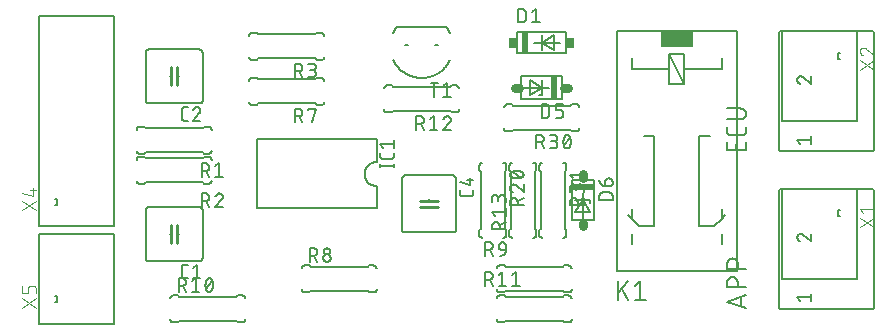
<source format=gbr>
G04 EAGLE Gerber RS-274X export*
G75*
%MOMM*%
%FSLAX34Y34*%
%LPD*%
%INSilkscreen Top*%
%IPPOS*%
%AMOC8*
5,1,8,0,0,1.08239X$1,22.5*%
G01*
%ADD10C,0.127000*%
%ADD11C,0.200000*%
%ADD12C,0.177800*%
%ADD13C,0.152400*%
%ADD14C,0.254000*%
%ADD15R,0.508000X1.870000*%
%ADD16R,0.635000X0.850000*%
%ADD17R,0.508000X1.905000*%
%ADD18C,0.762000*%
%ADD19R,1.905000X0.508000*%
%ADD20R,2.540000X1.270000*%
%ADD21C,0.203200*%
%ADD22C,0.101600*%


D10*
X688975Y31877D02*
X686435Y35052D01*
X697865Y35052D01*
X697865Y31877D02*
X697865Y38227D01*
X686435Y86170D02*
X686437Y86274D01*
X686443Y86379D01*
X686452Y86483D01*
X686465Y86586D01*
X686483Y86689D01*
X686503Y86791D01*
X686528Y86893D01*
X686556Y86993D01*
X686588Y87093D01*
X686624Y87191D01*
X686663Y87288D01*
X686705Y87383D01*
X686751Y87477D01*
X686801Y87569D01*
X686853Y87659D01*
X686909Y87747D01*
X686969Y87833D01*
X687031Y87917D01*
X687096Y87998D01*
X687164Y88077D01*
X687236Y88154D01*
X687309Y88227D01*
X687386Y88299D01*
X687465Y88367D01*
X687546Y88432D01*
X687630Y88494D01*
X687716Y88554D01*
X687804Y88610D01*
X687894Y88662D01*
X687986Y88712D01*
X688080Y88758D01*
X688175Y88800D01*
X688272Y88839D01*
X688370Y88875D01*
X688470Y88907D01*
X688570Y88935D01*
X688672Y88960D01*
X688774Y88980D01*
X688877Y88998D01*
X688980Y89011D01*
X689084Y89020D01*
X689189Y89026D01*
X689293Y89028D01*
X686435Y86170D02*
X686437Y86052D01*
X686443Y85933D01*
X686452Y85815D01*
X686465Y85698D01*
X686483Y85581D01*
X686503Y85464D01*
X686528Y85348D01*
X686556Y85233D01*
X686589Y85120D01*
X686624Y85007D01*
X686664Y84895D01*
X686706Y84785D01*
X686753Y84676D01*
X686803Y84568D01*
X686856Y84463D01*
X686913Y84359D01*
X686973Y84257D01*
X687036Y84157D01*
X687103Y84059D01*
X687172Y83963D01*
X687245Y83870D01*
X687321Y83779D01*
X687399Y83690D01*
X687481Y83604D01*
X687565Y83521D01*
X687651Y83440D01*
X687741Y83363D01*
X687832Y83288D01*
X687926Y83216D01*
X688023Y83147D01*
X688121Y83082D01*
X688222Y83019D01*
X688325Y82960D01*
X688429Y82904D01*
X688535Y82852D01*
X688643Y82803D01*
X688752Y82758D01*
X688863Y82716D01*
X688975Y82678D01*
X691515Y88075D02*
X691440Y88151D01*
X691361Y88226D01*
X691280Y88297D01*
X691196Y88366D01*
X691110Y88431D01*
X691022Y88493D01*
X690932Y88553D01*
X690840Y88609D01*
X690745Y88662D01*
X690649Y88711D01*
X690551Y88757D01*
X690452Y88800D01*
X690351Y88839D01*
X690249Y88874D01*
X690146Y88906D01*
X690042Y88934D01*
X689937Y88959D01*
X689830Y88980D01*
X689724Y88997D01*
X689617Y89010D01*
X689509Y89019D01*
X689401Y89025D01*
X689293Y89027D01*
X691515Y88075D02*
X697865Y82677D01*
X697865Y89027D01*
D11*
X671200Y126200D02*
X671200Y26200D01*
X751200Y26200D02*
X751200Y126200D01*
D10*
X750888Y25400D02*
X671513Y25400D01*
X671513Y127000D02*
X750888Y127000D01*
D12*
X643001Y26289D02*
X626999Y31623D01*
X643001Y36957D01*
X639001Y35624D02*
X639001Y27623D01*
X643001Y43563D02*
X626999Y43563D01*
X626999Y48008D01*
X627001Y48140D01*
X627007Y48271D01*
X627017Y48403D01*
X627030Y48534D01*
X627048Y48664D01*
X627069Y48794D01*
X627094Y48924D01*
X627123Y49052D01*
X627156Y49180D01*
X627193Y49306D01*
X627233Y49432D01*
X627277Y49556D01*
X627325Y49679D01*
X627376Y49800D01*
X627431Y49920D01*
X627489Y50038D01*
X627551Y50154D01*
X627617Y50268D01*
X627685Y50381D01*
X627757Y50491D01*
X627832Y50599D01*
X627911Y50705D01*
X627992Y50809D01*
X628077Y50910D01*
X628164Y51008D01*
X628255Y51104D01*
X628348Y51197D01*
X628444Y51288D01*
X628542Y51375D01*
X628643Y51460D01*
X628747Y51541D01*
X628853Y51620D01*
X628961Y51695D01*
X629071Y51767D01*
X629184Y51835D01*
X629298Y51901D01*
X629414Y51963D01*
X629532Y52021D01*
X629652Y52076D01*
X629773Y52127D01*
X629896Y52175D01*
X630020Y52219D01*
X630146Y52259D01*
X630272Y52296D01*
X630400Y52329D01*
X630528Y52358D01*
X630658Y52383D01*
X630788Y52404D01*
X630918Y52422D01*
X631049Y52435D01*
X631181Y52445D01*
X631312Y52451D01*
X631444Y52453D01*
X631576Y52451D01*
X631707Y52445D01*
X631839Y52435D01*
X631970Y52422D01*
X632100Y52404D01*
X632230Y52383D01*
X632360Y52358D01*
X632488Y52329D01*
X632616Y52296D01*
X632742Y52259D01*
X632868Y52219D01*
X632992Y52175D01*
X633115Y52127D01*
X633236Y52076D01*
X633356Y52021D01*
X633474Y51963D01*
X633590Y51901D01*
X633704Y51835D01*
X633817Y51767D01*
X633927Y51695D01*
X634035Y51620D01*
X634141Y51541D01*
X634245Y51460D01*
X634346Y51375D01*
X634444Y51288D01*
X634540Y51197D01*
X634633Y51104D01*
X634724Y51008D01*
X634811Y50910D01*
X634896Y50809D01*
X634977Y50705D01*
X635056Y50599D01*
X635131Y50491D01*
X635203Y50381D01*
X635271Y50268D01*
X635337Y50154D01*
X635399Y50038D01*
X635457Y49920D01*
X635512Y49800D01*
X635563Y49679D01*
X635611Y49556D01*
X635655Y49432D01*
X635695Y49306D01*
X635732Y49180D01*
X635765Y49052D01*
X635794Y48924D01*
X635819Y48794D01*
X635840Y48664D01*
X635858Y48534D01*
X635871Y48403D01*
X635881Y48271D01*
X635887Y48140D01*
X635889Y48008D01*
X635889Y43563D01*
X643001Y59194D02*
X626999Y59194D01*
X626999Y63639D01*
X627001Y63771D01*
X627007Y63902D01*
X627017Y64034D01*
X627030Y64165D01*
X627048Y64295D01*
X627069Y64425D01*
X627094Y64555D01*
X627123Y64683D01*
X627156Y64811D01*
X627193Y64937D01*
X627233Y65063D01*
X627277Y65187D01*
X627325Y65310D01*
X627376Y65431D01*
X627431Y65551D01*
X627489Y65669D01*
X627551Y65785D01*
X627617Y65899D01*
X627685Y66012D01*
X627757Y66122D01*
X627832Y66230D01*
X627911Y66336D01*
X627992Y66440D01*
X628077Y66541D01*
X628164Y66639D01*
X628255Y66735D01*
X628348Y66828D01*
X628444Y66919D01*
X628542Y67006D01*
X628643Y67091D01*
X628747Y67172D01*
X628853Y67251D01*
X628961Y67326D01*
X629071Y67398D01*
X629184Y67466D01*
X629298Y67532D01*
X629414Y67594D01*
X629532Y67652D01*
X629652Y67707D01*
X629773Y67758D01*
X629896Y67806D01*
X630020Y67850D01*
X630146Y67890D01*
X630272Y67927D01*
X630400Y67960D01*
X630528Y67989D01*
X630658Y68014D01*
X630788Y68035D01*
X630918Y68053D01*
X631049Y68066D01*
X631181Y68076D01*
X631312Y68082D01*
X631444Y68084D01*
X631576Y68082D01*
X631707Y68076D01*
X631839Y68066D01*
X631970Y68053D01*
X632100Y68035D01*
X632230Y68014D01*
X632360Y67989D01*
X632488Y67960D01*
X632616Y67927D01*
X632742Y67890D01*
X632868Y67850D01*
X632992Y67806D01*
X633115Y67758D01*
X633236Y67707D01*
X633356Y67652D01*
X633474Y67594D01*
X633590Y67532D01*
X633704Y67466D01*
X633817Y67398D01*
X633927Y67326D01*
X634035Y67251D01*
X634141Y67172D01*
X634245Y67091D01*
X634346Y67006D01*
X634444Y66919D01*
X634540Y66828D01*
X634633Y66735D01*
X634724Y66639D01*
X634811Y66541D01*
X634896Y66440D01*
X634977Y66336D01*
X635056Y66230D01*
X635131Y66122D01*
X635203Y66012D01*
X635271Y65899D01*
X635337Y65785D01*
X635399Y65669D01*
X635457Y65551D01*
X635512Y65431D01*
X635563Y65310D01*
X635611Y65187D01*
X635655Y65063D01*
X635695Y64937D01*
X635732Y64811D01*
X635765Y64683D01*
X635794Y64555D01*
X635819Y64425D01*
X635840Y64295D01*
X635858Y64165D01*
X635871Y64034D01*
X635881Y63902D01*
X635887Y63771D01*
X635889Y63639D01*
X635889Y59194D01*
D13*
X180340Y66040D02*
X137160Y66040D01*
X137160Y111760D02*
X180340Y111760D01*
X134620Y109220D02*
X134620Y68580D01*
X182880Y68580D02*
X182880Y109220D01*
X137160Y66040D02*
X137060Y66042D01*
X136961Y66048D01*
X136861Y66058D01*
X136763Y66071D01*
X136664Y66089D01*
X136567Y66110D01*
X136471Y66135D01*
X136375Y66164D01*
X136281Y66197D01*
X136188Y66233D01*
X136097Y66273D01*
X136007Y66317D01*
X135919Y66364D01*
X135833Y66414D01*
X135749Y66468D01*
X135667Y66525D01*
X135588Y66585D01*
X135510Y66649D01*
X135436Y66715D01*
X135364Y66784D01*
X135295Y66856D01*
X135229Y66930D01*
X135165Y67008D01*
X135105Y67087D01*
X135048Y67169D01*
X134994Y67253D01*
X134944Y67339D01*
X134897Y67427D01*
X134853Y67517D01*
X134813Y67608D01*
X134777Y67701D01*
X134744Y67795D01*
X134715Y67891D01*
X134690Y67987D01*
X134669Y68084D01*
X134651Y68183D01*
X134638Y68281D01*
X134628Y68381D01*
X134622Y68480D01*
X134620Y68580D01*
X180340Y66040D02*
X180440Y66042D01*
X180539Y66048D01*
X180639Y66058D01*
X180737Y66071D01*
X180836Y66089D01*
X180933Y66110D01*
X181029Y66135D01*
X181125Y66164D01*
X181219Y66197D01*
X181312Y66233D01*
X181403Y66273D01*
X181493Y66317D01*
X181581Y66364D01*
X181667Y66414D01*
X181751Y66468D01*
X181833Y66525D01*
X181912Y66585D01*
X181990Y66649D01*
X182064Y66715D01*
X182136Y66784D01*
X182205Y66856D01*
X182271Y66930D01*
X182335Y67008D01*
X182395Y67087D01*
X182452Y67169D01*
X182506Y67253D01*
X182556Y67339D01*
X182603Y67427D01*
X182647Y67517D01*
X182687Y67608D01*
X182723Y67701D01*
X182756Y67795D01*
X182785Y67891D01*
X182810Y67987D01*
X182831Y68084D01*
X182849Y68183D01*
X182862Y68281D01*
X182872Y68381D01*
X182878Y68480D01*
X182880Y68580D01*
X137160Y111760D02*
X137060Y111758D01*
X136961Y111752D01*
X136861Y111742D01*
X136763Y111729D01*
X136664Y111711D01*
X136567Y111690D01*
X136471Y111665D01*
X136375Y111636D01*
X136281Y111603D01*
X136188Y111567D01*
X136097Y111527D01*
X136007Y111483D01*
X135919Y111436D01*
X135833Y111386D01*
X135749Y111332D01*
X135667Y111275D01*
X135588Y111215D01*
X135510Y111151D01*
X135436Y111085D01*
X135364Y111016D01*
X135295Y110944D01*
X135229Y110870D01*
X135165Y110792D01*
X135105Y110713D01*
X135048Y110631D01*
X134994Y110547D01*
X134944Y110461D01*
X134897Y110373D01*
X134853Y110283D01*
X134813Y110192D01*
X134777Y110099D01*
X134744Y110005D01*
X134715Y109909D01*
X134690Y109813D01*
X134669Y109716D01*
X134651Y109617D01*
X134638Y109519D01*
X134628Y109419D01*
X134622Y109320D01*
X134620Y109220D01*
X180340Y111760D02*
X180440Y111758D01*
X180539Y111752D01*
X180639Y111742D01*
X180737Y111729D01*
X180836Y111711D01*
X180933Y111690D01*
X181029Y111665D01*
X181125Y111636D01*
X181219Y111603D01*
X181312Y111567D01*
X181403Y111527D01*
X181493Y111483D01*
X181581Y111436D01*
X181667Y111386D01*
X181751Y111332D01*
X181833Y111275D01*
X181912Y111215D01*
X181990Y111151D01*
X182064Y111085D01*
X182136Y111016D01*
X182205Y110944D01*
X182271Y110870D01*
X182335Y110792D01*
X182395Y110713D01*
X182452Y110631D01*
X182506Y110547D01*
X182556Y110461D01*
X182603Y110373D01*
X182647Y110283D01*
X182687Y110192D01*
X182723Y110099D01*
X182756Y110005D01*
X182785Y109909D01*
X182810Y109813D01*
X182831Y109716D01*
X182849Y109617D01*
X182862Y109519D01*
X182872Y109419D01*
X182878Y109320D01*
X182880Y109220D01*
X156210Y88900D02*
X154940Y88900D01*
D14*
X156210Y88900D02*
X156210Y81280D01*
X156210Y88900D02*
X156210Y96520D01*
X161290Y88900D02*
X161290Y81280D01*
X161290Y88900D02*
X161290Y96520D01*
D13*
X161290Y88900D02*
X162560Y88900D01*
D10*
X167603Y51435D02*
X170143Y51435D01*
X167603Y51435D02*
X167503Y51437D01*
X167404Y51443D01*
X167304Y51453D01*
X167206Y51466D01*
X167107Y51484D01*
X167010Y51505D01*
X166914Y51530D01*
X166818Y51559D01*
X166724Y51592D01*
X166631Y51628D01*
X166540Y51668D01*
X166450Y51712D01*
X166362Y51759D01*
X166276Y51809D01*
X166192Y51863D01*
X166110Y51920D01*
X166031Y51980D01*
X165953Y52044D01*
X165879Y52110D01*
X165807Y52179D01*
X165738Y52251D01*
X165672Y52325D01*
X165608Y52403D01*
X165548Y52482D01*
X165491Y52564D01*
X165437Y52648D01*
X165387Y52734D01*
X165340Y52822D01*
X165296Y52912D01*
X165256Y53003D01*
X165220Y53096D01*
X165187Y53190D01*
X165158Y53286D01*
X165133Y53382D01*
X165112Y53479D01*
X165094Y53578D01*
X165081Y53676D01*
X165071Y53776D01*
X165065Y53875D01*
X165063Y53975D01*
X165063Y60325D01*
X165065Y60425D01*
X165071Y60524D01*
X165081Y60624D01*
X165094Y60722D01*
X165112Y60821D01*
X165133Y60918D01*
X165158Y61014D01*
X165187Y61110D01*
X165220Y61204D01*
X165256Y61297D01*
X165296Y61388D01*
X165340Y61478D01*
X165387Y61566D01*
X165437Y61652D01*
X165491Y61736D01*
X165548Y61818D01*
X165608Y61897D01*
X165672Y61975D01*
X165738Y62049D01*
X165807Y62121D01*
X165879Y62190D01*
X165953Y62256D01*
X166031Y62320D01*
X166110Y62380D01*
X166192Y62437D01*
X166276Y62491D01*
X166362Y62541D01*
X166450Y62588D01*
X166540Y62632D01*
X166631Y62672D01*
X166724Y62708D01*
X166818Y62741D01*
X166914Y62770D01*
X167010Y62795D01*
X167107Y62816D01*
X167206Y62834D01*
X167304Y62847D01*
X167404Y62857D01*
X167503Y62863D01*
X167603Y62865D01*
X170143Y62865D01*
X174625Y60325D02*
X177800Y62865D01*
X177800Y51435D01*
X174625Y51435D02*
X180975Y51435D01*
D13*
X180340Y199390D02*
X137160Y199390D01*
X137160Y245110D02*
X180340Y245110D01*
X134620Y242570D02*
X134620Y201930D01*
X182880Y201930D02*
X182880Y242570D01*
X137160Y199390D02*
X137060Y199392D01*
X136961Y199398D01*
X136861Y199408D01*
X136763Y199421D01*
X136664Y199439D01*
X136567Y199460D01*
X136471Y199485D01*
X136375Y199514D01*
X136281Y199547D01*
X136188Y199583D01*
X136097Y199623D01*
X136007Y199667D01*
X135919Y199714D01*
X135833Y199764D01*
X135749Y199818D01*
X135667Y199875D01*
X135588Y199935D01*
X135510Y199999D01*
X135436Y200065D01*
X135364Y200134D01*
X135295Y200206D01*
X135229Y200280D01*
X135165Y200358D01*
X135105Y200437D01*
X135048Y200519D01*
X134994Y200603D01*
X134944Y200689D01*
X134897Y200777D01*
X134853Y200867D01*
X134813Y200958D01*
X134777Y201051D01*
X134744Y201145D01*
X134715Y201241D01*
X134690Y201337D01*
X134669Y201434D01*
X134651Y201533D01*
X134638Y201631D01*
X134628Y201731D01*
X134622Y201830D01*
X134620Y201930D01*
X180340Y199390D02*
X180440Y199392D01*
X180539Y199398D01*
X180639Y199408D01*
X180737Y199421D01*
X180836Y199439D01*
X180933Y199460D01*
X181029Y199485D01*
X181125Y199514D01*
X181219Y199547D01*
X181312Y199583D01*
X181403Y199623D01*
X181493Y199667D01*
X181581Y199714D01*
X181667Y199764D01*
X181751Y199818D01*
X181833Y199875D01*
X181912Y199935D01*
X181990Y199999D01*
X182064Y200065D01*
X182136Y200134D01*
X182205Y200206D01*
X182271Y200280D01*
X182335Y200358D01*
X182395Y200437D01*
X182452Y200519D01*
X182506Y200603D01*
X182556Y200689D01*
X182603Y200777D01*
X182647Y200867D01*
X182687Y200958D01*
X182723Y201051D01*
X182756Y201145D01*
X182785Y201241D01*
X182810Y201337D01*
X182831Y201434D01*
X182849Y201533D01*
X182862Y201631D01*
X182872Y201731D01*
X182878Y201830D01*
X182880Y201930D01*
X137160Y245110D02*
X137060Y245108D01*
X136961Y245102D01*
X136861Y245092D01*
X136763Y245079D01*
X136664Y245061D01*
X136567Y245040D01*
X136471Y245015D01*
X136375Y244986D01*
X136281Y244953D01*
X136188Y244917D01*
X136097Y244877D01*
X136007Y244833D01*
X135919Y244786D01*
X135833Y244736D01*
X135749Y244682D01*
X135667Y244625D01*
X135588Y244565D01*
X135510Y244501D01*
X135436Y244435D01*
X135364Y244366D01*
X135295Y244294D01*
X135229Y244220D01*
X135165Y244142D01*
X135105Y244063D01*
X135048Y243981D01*
X134994Y243897D01*
X134944Y243811D01*
X134897Y243723D01*
X134853Y243633D01*
X134813Y243542D01*
X134777Y243449D01*
X134744Y243355D01*
X134715Y243259D01*
X134690Y243163D01*
X134669Y243066D01*
X134651Y242967D01*
X134638Y242869D01*
X134628Y242769D01*
X134622Y242670D01*
X134620Y242570D01*
X180340Y245110D02*
X180440Y245108D01*
X180539Y245102D01*
X180639Y245092D01*
X180737Y245079D01*
X180836Y245061D01*
X180933Y245040D01*
X181029Y245015D01*
X181125Y244986D01*
X181219Y244953D01*
X181312Y244917D01*
X181403Y244877D01*
X181493Y244833D01*
X181581Y244786D01*
X181667Y244736D01*
X181751Y244682D01*
X181833Y244625D01*
X181912Y244565D01*
X181990Y244501D01*
X182064Y244435D01*
X182136Y244366D01*
X182205Y244294D01*
X182271Y244220D01*
X182335Y244142D01*
X182395Y244063D01*
X182452Y243981D01*
X182506Y243897D01*
X182556Y243811D01*
X182603Y243723D01*
X182647Y243633D01*
X182687Y243542D01*
X182723Y243449D01*
X182756Y243355D01*
X182785Y243259D01*
X182810Y243163D01*
X182831Y243066D01*
X182849Y242967D01*
X182862Y242869D01*
X182872Y242769D01*
X182878Y242670D01*
X182880Y242570D01*
X156210Y222250D02*
X154940Y222250D01*
D14*
X156210Y222250D02*
X156210Y214630D01*
X156210Y222250D02*
X156210Y229870D01*
X161290Y222250D02*
X161290Y214630D01*
X161290Y222250D02*
X161290Y229870D01*
D13*
X161290Y222250D02*
X162560Y222250D01*
D10*
X167603Y184785D02*
X170143Y184785D01*
X167603Y184785D02*
X167503Y184787D01*
X167404Y184793D01*
X167304Y184803D01*
X167206Y184816D01*
X167107Y184834D01*
X167010Y184855D01*
X166914Y184880D01*
X166818Y184909D01*
X166724Y184942D01*
X166631Y184978D01*
X166540Y185018D01*
X166450Y185062D01*
X166362Y185109D01*
X166276Y185159D01*
X166192Y185213D01*
X166110Y185270D01*
X166031Y185330D01*
X165953Y185394D01*
X165879Y185460D01*
X165807Y185529D01*
X165738Y185601D01*
X165672Y185675D01*
X165608Y185753D01*
X165548Y185832D01*
X165491Y185914D01*
X165437Y185998D01*
X165387Y186084D01*
X165340Y186172D01*
X165296Y186262D01*
X165256Y186353D01*
X165220Y186446D01*
X165187Y186540D01*
X165158Y186636D01*
X165133Y186732D01*
X165112Y186829D01*
X165094Y186928D01*
X165081Y187026D01*
X165071Y187126D01*
X165065Y187225D01*
X165063Y187325D01*
X165063Y193675D01*
X165065Y193775D01*
X165071Y193874D01*
X165081Y193974D01*
X165094Y194072D01*
X165112Y194171D01*
X165133Y194268D01*
X165158Y194364D01*
X165187Y194460D01*
X165220Y194554D01*
X165256Y194647D01*
X165296Y194738D01*
X165340Y194828D01*
X165387Y194916D01*
X165437Y195002D01*
X165491Y195086D01*
X165548Y195168D01*
X165608Y195247D01*
X165672Y195325D01*
X165738Y195399D01*
X165807Y195471D01*
X165879Y195540D01*
X165953Y195606D01*
X166031Y195670D01*
X166110Y195730D01*
X166192Y195787D01*
X166276Y195841D01*
X166362Y195891D01*
X166450Y195938D01*
X166540Y195982D01*
X166631Y196022D01*
X166724Y196058D01*
X166818Y196091D01*
X166914Y196120D01*
X167010Y196145D01*
X167107Y196166D01*
X167206Y196184D01*
X167304Y196197D01*
X167404Y196207D01*
X167503Y196213D01*
X167603Y196215D01*
X170143Y196215D01*
X178118Y196216D02*
X178222Y196214D01*
X178327Y196208D01*
X178431Y196199D01*
X178534Y196186D01*
X178637Y196168D01*
X178739Y196148D01*
X178841Y196123D01*
X178941Y196095D01*
X179041Y196063D01*
X179139Y196027D01*
X179236Y195988D01*
X179331Y195946D01*
X179425Y195900D01*
X179517Y195850D01*
X179607Y195798D01*
X179695Y195742D01*
X179781Y195682D01*
X179865Y195620D01*
X179946Y195555D01*
X180025Y195487D01*
X180102Y195415D01*
X180175Y195342D01*
X180247Y195265D01*
X180315Y195186D01*
X180380Y195105D01*
X180442Y195021D01*
X180502Y194935D01*
X180558Y194847D01*
X180610Y194757D01*
X180660Y194665D01*
X180706Y194571D01*
X180748Y194476D01*
X180787Y194379D01*
X180823Y194281D01*
X180855Y194181D01*
X180883Y194081D01*
X180908Y193979D01*
X180928Y193877D01*
X180946Y193774D01*
X180959Y193671D01*
X180968Y193567D01*
X180974Y193462D01*
X180976Y193358D01*
X178118Y196215D02*
X178000Y196213D01*
X177881Y196207D01*
X177763Y196198D01*
X177646Y196185D01*
X177529Y196167D01*
X177412Y196147D01*
X177296Y196122D01*
X177181Y196094D01*
X177068Y196061D01*
X176955Y196026D01*
X176843Y195986D01*
X176733Y195944D01*
X176624Y195897D01*
X176516Y195847D01*
X176411Y195794D01*
X176307Y195737D01*
X176205Y195677D01*
X176105Y195614D01*
X176007Y195547D01*
X175911Y195478D01*
X175818Y195405D01*
X175727Y195329D01*
X175638Y195251D01*
X175552Y195169D01*
X175469Y195085D01*
X175388Y194999D01*
X175311Y194909D01*
X175236Y194818D01*
X175164Y194724D01*
X175095Y194627D01*
X175030Y194529D01*
X174967Y194428D01*
X174908Y194325D01*
X174852Y194221D01*
X174800Y194115D01*
X174751Y194007D01*
X174706Y193898D01*
X174664Y193787D01*
X174626Y193675D01*
X180023Y191136D02*
X180099Y191211D01*
X180174Y191290D01*
X180245Y191371D01*
X180314Y191455D01*
X180379Y191541D01*
X180441Y191629D01*
X180501Y191719D01*
X180557Y191811D01*
X180610Y191906D01*
X180659Y192002D01*
X180705Y192100D01*
X180748Y192199D01*
X180787Y192300D01*
X180822Y192402D01*
X180854Y192505D01*
X180882Y192609D01*
X180907Y192714D01*
X180928Y192821D01*
X180945Y192927D01*
X180958Y193034D01*
X180967Y193142D01*
X180973Y193250D01*
X180975Y193358D01*
X180023Y191135D02*
X174625Y184785D01*
X180975Y184785D01*
D13*
X397510Y135890D02*
X397510Y92710D01*
X351790Y92710D02*
X351790Y135890D01*
X354330Y90170D02*
X394970Y90170D01*
X394970Y138430D02*
X354330Y138430D01*
X397510Y92710D02*
X397508Y92610D01*
X397502Y92511D01*
X397492Y92411D01*
X397479Y92313D01*
X397461Y92214D01*
X397440Y92117D01*
X397415Y92021D01*
X397386Y91925D01*
X397353Y91831D01*
X397317Y91738D01*
X397277Y91647D01*
X397233Y91557D01*
X397186Y91469D01*
X397136Y91383D01*
X397082Y91299D01*
X397025Y91217D01*
X396965Y91138D01*
X396901Y91060D01*
X396835Y90986D01*
X396766Y90914D01*
X396694Y90845D01*
X396620Y90779D01*
X396542Y90715D01*
X396463Y90655D01*
X396381Y90598D01*
X396297Y90544D01*
X396211Y90494D01*
X396123Y90447D01*
X396033Y90403D01*
X395942Y90363D01*
X395849Y90327D01*
X395755Y90294D01*
X395659Y90265D01*
X395563Y90240D01*
X395466Y90219D01*
X395367Y90201D01*
X395269Y90188D01*
X395169Y90178D01*
X395070Y90172D01*
X394970Y90170D01*
X397510Y135890D02*
X397508Y135990D01*
X397502Y136089D01*
X397492Y136189D01*
X397479Y136287D01*
X397461Y136386D01*
X397440Y136483D01*
X397415Y136579D01*
X397386Y136675D01*
X397353Y136769D01*
X397317Y136862D01*
X397277Y136953D01*
X397233Y137043D01*
X397186Y137131D01*
X397136Y137217D01*
X397082Y137301D01*
X397025Y137383D01*
X396965Y137462D01*
X396901Y137540D01*
X396835Y137614D01*
X396766Y137686D01*
X396694Y137755D01*
X396620Y137821D01*
X396542Y137885D01*
X396463Y137945D01*
X396381Y138002D01*
X396297Y138056D01*
X396211Y138106D01*
X396123Y138153D01*
X396033Y138197D01*
X395942Y138237D01*
X395849Y138273D01*
X395755Y138306D01*
X395659Y138335D01*
X395563Y138360D01*
X395466Y138381D01*
X395367Y138399D01*
X395269Y138412D01*
X395169Y138422D01*
X395070Y138428D01*
X394970Y138430D01*
X351790Y92710D02*
X351792Y92610D01*
X351798Y92511D01*
X351808Y92411D01*
X351821Y92313D01*
X351839Y92214D01*
X351860Y92117D01*
X351885Y92021D01*
X351914Y91925D01*
X351947Y91831D01*
X351983Y91738D01*
X352023Y91647D01*
X352067Y91557D01*
X352114Y91469D01*
X352164Y91383D01*
X352218Y91299D01*
X352275Y91217D01*
X352335Y91138D01*
X352399Y91060D01*
X352465Y90986D01*
X352534Y90914D01*
X352606Y90845D01*
X352680Y90779D01*
X352758Y90715D01*
X352837Y90655D01*
X352919Y90598D01*
X353003Y90544D01*
X353089Y90494D01*
X353177Y90447D01*
X353267Y90403D01*
X353358Y90363D01*
X353451Y90327D01*
X353545Y90294D01*
X353641Y90265D01*
X353737Y90240D01*
X353834Y90219D01*
X353933Y90201D01*
X354031Y90188D01*
X354131Y90178D01*
X354230Y90172D01*
X354330Y90170D01*
X351790Y135890D02*
X351792Y135990D01*
X351798Y136089D01*
X351808Y136189D01*
X351821Y136287D01*
X351839Y136386D01*
X351860Y136483D01*
X351885Y136579D01*
X351914Y136675D01*
X351947Y136769D01*
X351983Y136862D01*
X352023Y136953D01*
X352067Y137043D01*
X352114Y137131D01*
X352164Y137217D01*
X352218Y137301D01*
X352275Y137383D01*
X352335Y137462D01*
X352399Y137540D01*
X352465Y137614D01*
X352534Y137686D01*
X352606Y137755D01*
X352680Y137821D01*
X352758Y137885D01*
X352837Y137945D01*
X352919Y138002D01*
X353003Y138056D01*
X353089Y138106D01*
X353177Y138153D01*
X353267Y138197D01*
X353358Y138237D01*
X353451Y138273D01*
X353545Y138306D01*
X353641Y138335D01*
X353737Y138360D01*
X353834Y138381D01*
X353933Y138399D01*
X354031Y138412D01*
X354131Y138422D01*
X354230Y138428D01*
X354330Y138430D01*
X374650Y111760D02*
X374650Y110490D01*
D14*
X374650Y111760D02*
X382270Y111760D01*
X374650Y111760D02*
X367030Y111760D01*
X374650Y116840D02*
X382270Y116840D01*
X374650Y116840D02*
X367030Y116840D01*
D13*
X374650Y116840D02*
X374650Y118110D01*
D10*
X412115Y123153D02*
X412115Y125693D01*
X412115Y123153D02*
X412113Y123053D01*
X412107Y122954D01*
X412097Y122854D01*
X412084Y122756D01*
X412066Y122657D01*
X412045Y122560D01*
X412020Y122464D01*
X411991Y122368D01*
X411958Y122274D01*
X411922Y122181D01*
X411882Y122090D01*
X411838Y122000D01*
X411791Y121912D01*
X411741Y121826D01*
X411687Y121742D01*
X411630Y121660D01*
X411570Y121581D01*
X411506Y121503D01*
X411440Y121429D01*
X411371Y121357D01*
X411299Y121288D01*
X411225Y121222D01*
X411147Y121158D01*
X411068Y121098D01*
X410986Y121041D01*
X410902Y120987D01*
X410816Y120937D01*
X410728Y120890D01*
X410638Y120846D01*
X410547Y120806D01*
X410454Y120770D01*
X410360Y120737D01*
X410264Y120708D01*
X410168Y120683D01*
X410071Y120662D01*
X409972Y120644D01*
X409874Y120631D01*
X409774Y120621D01*
X409675Y120615D01*
X409575Y120613D01*
X403225Y120613D01*
X403125Y120615D01*
X403026Y120621D01*
X402926Y120631D01*
X402828Y120644D01*
X402729Y120662D01*
X402632Y120683D01*
X402536Y120708D01*
X402440Y120737D01*
X402346Y120770D01*
X402253Y120806D01*
X402162Y120846D01*
X402072Y120890D01*
X401984Y120937D01*
X401898Y120987D01*
X401814Y121041D01*
X401732Y121098D01*
X401653Y121158D01*
X401575Y121222D01*
X401501Y121288D01*
X401429Y121357D01*
X401360Y121429D01*
X401294Y121503D01*
X401230Y121581D01*
X401170Y121660D01*
X401113Y121742D01*
X401059Y121826D01*
X401009Y121912D01*
X400962Y122000D01*
X400918Y122090D01*
X400878Y122181D01*
X400842Y122274D01*
X400809Y122368D01*
X400780Y122464D01*
X400755Y122560D01*
X400734Y122657D01*
X400716Y122756D01*
X400703Y122854D01*
X400693Y122954D01*
X400687Y123053D01*
X400685Y123153D01*
X400685Y125693D01*
X400685Y132715D02*
X409575Y130175D01*
X409575Y136525D01*
X407035Y134620D02*
X412115Y134620D01*
D13*
X449080Y241625D02*
X490720Y241625D01*
X490720Y260025D01*
X449080Y260025D01*
X449080Y241625D01*
X463550Y250825D02*
X469900Y250825D01*
X480060Y257175D02*
X480060Y244475D01*
X469900Y250825D01*
X485140Y250825D01*
X480060Y257175D02*
X469900Y250825D01*
X469900Y257175D01*
X469900Y250825D02*
X469900Y244475D01*
D15*
X455930Y250675D03*
D16*
X493895Y250825D03*
X445905Y250825D03*
D10*
X450215Y267970D02*
X450215Y279400D01*
X453390Y279400D01*
X453501Y279398D01*
X453611Y279392D01*
X453722Y279383D01*
X453832Y279369D01*
X453941Y279352D01*
X454050Y279331D01*
X454158Y279306D01*
X454265Y279277D01*
X454371Y279245D01*
X454476Y279209D01*
X454579Y279169D01*
X454681Y279126D01*
X454782Y279079D01*
X454881Y279028D01*
X454978Y278975D01*
X455072Y278918D01*
X455165Y278857D01*
X455256Y278794D01*
X455345Y278727D01*
X455431Y278657D01*
X455514Y278584D01*
X455596Y278509D01*
X455674Y278431D01*
X455749Y278349D01*
X455822Y278266D01*
X455892Y278180D01*
X455959Y278091D01*
X456022Y278000D01*
X456083Y277907D01*
X456140Y277813D01*
X456193Y277716D01*
X456244Y277617D01*
X456291Y277516D01*
X456334Y277414D01*
X456374Y277311D01*
X456410Y277206D01*
X456442Y277100D01*
X456471Y276993D01*
X456496Y276885D01*
X456517Y276776D01*
X456534Y276667D01*
X456548Y276557D01*
X456557Y276446D01*
X456563Y276336D01*
X456565Y276225D01*
X456565Y271145D01*
X456563Y271034D01*
X456557Y270924D01*
X456548Y270813D01*
X456534Y270703D01*
X456517Y270594D01*
X456496Y270485D01*
X456471Y270377D01*
X456442Y270270D01*
X456410Y270164D01*
X456374Y270059D01*
X456334Y269956D01*
X456291Y269854D01*
X456244Y269753D01*
X456193Y269654D01*
X456140Y269557D01*
X456083Y269463D01*
X456022Y269370D01*
X455959Y269279D01*
X455892Y269190D01*
X455822Y269104D01*
X455749Y269021D01*
X455674Y268939D01*
X455596Y268861D01*
X455514Y268786D01*
X455431Y268713D01*
X455345Y268643D01*
X455256Y268576D01*
X455165Y268513D01*
X455072Y268452D01*
X454978Y268395D01*
X454881Y268342D01*
X454782Y268291D01*
X454681Y268244D01*
X454579Y268201D01*
X454476Y268161D01*
X454371Y268125D01*
X454265Y268093D01*
X454158Y268064D01*
X454050Y268039D01*
X453941Y268018D01*
X453832Y268001D01*
X453722Y267987D01*
X453611Y267978D01*
X453501Y267972D01*
X453390Y267970D01*
X450215Y267970D01*
X462026Y276860D02*
X465201Y279400D01*
X465201Y267970D01*
X462026Y267970D02*
X468376Y267970D01*
D13*
X452755Y222250D02*
X487045Y222250D01*
X452755Y222250D02*
X452755Y203200D01*
X487045Y203200D01*
X487045Y222250D01*
X476250Y212725D02*
X469900Y212725D01*
X459740Y206375D02*
X459740Y219075D01*
X469900Y212725D01*
X454660Y212725D01*
X459740Y206375D02*
X469900Y212725D01*
X469900Y219075D01*
X469900Y206375D02*
X467360Y206375D01*
X469900Y206375D02*
X469900Y212725D01*
D17*
X480695Y212725D03*
D18*
X488950Y212725D02*
X492125Y212725D01*
X450850Y212725D02*
X447675Y212725D01*
D10*
X470154Y198755D02*
X470154Y187325D01*
X470154Y198755D02*
X473329Y198755D01*
X473440Y198753D01*
X473550Y198747D01*
X473661Y198738D01*
X473771Y198724D01*
X473880Y198707D01*
X473989Y198686D01*
X474097Y198661D01*
X474204Y198632D01*
X474310Y198600D01*
X474415Y198564D01*
X474518Y198524D01*
X474620Y198481D01*
X474721Y198434D01*
X474820Y198383D01*
X474917Y198330D01*
X475011Y198273D01*
X475104Y198212D01*
X475195Y198149D01*
X475284Y198082D01*
X475370Y198012D01*
X475453Y197939D01*
X475535Y197864D01*
X475613Y197786D01*
X475688Y197704D01*
X475761Y197621D01*
X475831Y197535D01*
X475898Y197446D01*
X475961Y197355D01*
X476022Y197262D01*
X476079Y197168D01*
X476132Y197071D01*
X476183Y196972D01*
X476230Y196871D01*
X476273Y196769D01*
X476313Y196666D01*
X476349Y196561D01*
X476381Y196455D01*
X476410Y196348D01*
X476435Y196240D01*
X476456Y196131D01*
X476473Y196022D01*
X476487Y195912D01*
X476496Y195801D01*
X476502Y195691D01*
X476504Y195580D01*
X476504Y190500D01*
X476502Y190389D01*
X476496Y190279D01*
X476487Y190168D01*
X476473Y190058D01*
X476456Y189949D01*
X476435Y189840D01*
X476410Y189732D01*
X476381Y189625D01*
X476349Y189519D01*
X476313Y189414D01*
X476273Y189311D01*
X476230Y189209D01*
X476183Y189108D01*
X476132Y189009D01*
X476079Y188912D01*
X476022Y188818D01*
X475961Y188725D01*
X475898Y188634D01*
X475831Y188545D01*
X475761Y188459D01*
X475688Y188376D01*
X475613Y188294D01*
X475535Y188216D01*
X475453Y188141D01*
X475370Y188068D01*
X475284Y187998D01*
X475195Y187931D01*
X475104Y187868D01*
X475011Y187807D01*
X474917Y187750D01*
X474820Y187697D01*
X474721Y187646D01*
X474620Y187599D01*
X474518Y187556D01*
X474415Y187516D01*
X474310Y187480D01*
X474204Y187448D01*
X474097Y187419D01*
X473989Y187394D01*
X473880Y187373D01*
X473771Y187356D01*
X473661Y187342D01*
X473550Y187333D01*
X473440Y187327D01*
X473329Y187325D01*
X470154Y187325D01*
X481965Y187325D02*
X485775Y187325D01*
X485875Y187327D01*
X485974Y187333D01*
X486074Y187343D01*
X486172Y187356D01*
X486271Y187374D01*
X486368Y187395D01*
X486464Y187420D01*
X486560Y187449D01*
X486654Y187482D01*
X486747Y187518D01*
X486838Y187558D01*
X486928Y187602D01*
X487016Y187649D01*
X487102Y187699D01*
X487186Y187753D01*
X487268Y187810D01*
X487347Y187870D01*
X487425Y187934D01*
X487499Y188000D01*
X487571Y188069D01*
X487640Y188141D01*
X487706Y188215D01*
X487770Y188293D01*
X487830Y188372D01*
X487887Y188454D01*
X487941Y188538D01*
X487991Y188624D01*
X488038Y188712D01*
X488082Y188802D01*
X488122Y188893D01*
X488158Y188986D01*
X488191Y189080D01*
X488220Y189176D01*
X488245Y189272D01*
X488266Y189369D01*
X488284Y189468D01*
X488297Y189566D01*
X488307Y189666D01*
X488313Y189765D01*
X488315Y189865D01*
X488315Y191135D01*
X488313Y191235D01*
X488307Y191334D01*
X488297Y191434D01*
X488284Y191532D01*
X488266Y191631D01*
X488245Y191728D01*
X488220Y191824D01*
X488191Y191920D01*
X488158Y192014D01*
X488122Y192107D01*
X488082Y192198D01*
X488038Y192288D01*
X487991Y192376D01*
X487941Y192462D01*
X487887Y192546D01*
X487830Y192628D01*
X487770Y192707D01*
X487706Y192785D01*
X487640Y192859D01*
X487571Y192931D01*
X487499Y193000D01*
X487425Y193066D01*
X487347Y193130D01*
X487268Y193190D01*
X487186Y193247D01*
X487102Y193301D01*
X487016Y193351D01*
X486928Y193398D01*
X486838Y193442D01*
X486747Y193482D01*
X486654Y193518D01*
X486560Y193551D01*
X486464Y193580D01*
X486368Y193605D01*
X486271Y193626D01*
X486172Y193644D01*
X486074Y193657D01*
X485974Y193667D01*
X485875Y193673D01*
X485775Y193675D01*
X481965Y193675D01*
X481965Y198755D01*
X488315Y198755D01*
D13*
X495300Y134620D02*
X495300Y100330D01*
X514350Y100330D01*
X514350Y134620D01*
X495300Y134620D01*
X504825Y123825D02*
X504825Y117475D01*
X511175Y107315D02*
X498475Y107315D01*
X504825Y117475D01*
X504825Y102235D01*
X511175Y107315D02*
X504825Y117475D01*
X498475Y117475D01*
X511175Y117475D02*
X511175Y114935D01*
X511175Y117475D02*
X504825Y117475D01*
D19*
X504825Y128270D03*
D18*
X504825Y136525D02*
X504825Y139700D01*
X504825Y98425D02*
X504825Y95250D01*
D10*
X518795Y117729D02*
X530225Y117729D01*
X518795Y117729D02*
X518795Y120904D01*
X518797Y121015D01*
X518803Y121125D01*
X518812Y121236D01*
X518826Y121346D01*
X518843Y121455D01*
X518864Y121564D01*
X518889Y121672D01*
X518918Y121779D01*
X518950Y121885D01*
X518986Y121990D01*
X519026Y122093D01*
X519069Y122195D01*
X519116Y122296D01*
X519167Y122395D01*
X519220Y122492D01*
X519277Y122586D01*
X519338Y122679D01*
X519401Y122770D01*
X519468Y122859D01*
X519538Y122945D01*
X519611Y123028D01*
X519686Y123110D01*
X519764Y123188D01*
X519846Y123263D01*
X519929Y123336D01*
X520015Y123406D01*
X520104Y123473D01*
X520195Y123536D01*
X520288Y123597D01*
X520383Y123654D01*
X520479Y123707D01*
X520578Y123758D01*
X520679Y123805D01*
X520781Y123848D01*
X520884Y123888D01*
X520989Y123924D01*
X521095Y123956D01*
X521202Y123985D01*
X521310Y124010D01*
X521419Y124031D01*
X521528Y124048D01*
X521638Y124062D01*
X521749Y124071D01*
X521859Y124077D01*
X521970Y124079D01*
X527050Y124079D01*
X527161Y124077D01*
X527271Y124071D01*
X527382Y124062D01*
X527492Y124048D01*
X527601Y124031D01*
X527710Y124010D01*
X527818Y123985D01*
X527925Y123956D01*
X528031Y123924D01*
X528136Y123888D01*
X528239Y123848D01*
X528341Y123805D01*
X528442Y123758D01*
X528541Y123707D01*
X528638Y123654D01*
X528732Y123597D01*
X528825Y123536D01*
X528916Y123473D01*
X529005Y123406D01*
X529091Y123336D01*
X529174Y123263D01*
X529256Y123188D01*
X529334Y123110D01*
X529409Y123028D01*
X529482Y122945D01*
X529552Y122859D01*
X529619Y122770D01*
X529682Y122679D01*
X529743Y122586D01*
X529800Y122492D01*
X529853Y122395D01*
X529904Y122296D01*
X529951Y122195D01*
X529994Y122093D01*
X530034Y121990D01*
X530070Y121885D01*
X530102Y121779D01*
X530131Y121672D01*
X530156Y121564D01*
X530177Y121455D01*
X530194Y121346D01*
X530208Y121236D01*
X530217Y121125D01*
X530223Y121015D01*
X530225Y120904D01*
X530225Y117729D01*
X523875Y129540D02*
X523875Y133350D01*
X523877Y133450D01*
X523883Y133549D01*
X523893Y133649D01*
X523906Y133747D01*
X523924Y133846D01*
X523945Y133943D01*
X523970Y134039D01*
X523999Y134135D01*
X524032Y134229D01*
X524068Y134322D01*
X524108Y134413D01*
X524152Y134503D01*
X524199Y134591D01*
X524249Y134677D01*
X524303Y134761D01*
X524360Y134843D01*
X524420Y134922D01*
X524484Y135000D01*
X524550Y135074D01*
X524619Y135146D01*
X524691Y135215D01*
X524765Y135281D01*
X524843Y135345D01*
X524922Y135405D01*
X525004Y135462D01*
X525088Y135516D01*
X525174Y135566D01*
X525262Y135613D01*
X525352Y135657D01*
X525443Y135697D01*
X525536Y135733D01*
X525630Y135766D01*
X525726Y135795D01*
X525822Y135820D01*
X525919Y135841D01*
X526018Y135859D01*
X526116Y135872D01*
X526216Y135882D01*
X526315Y135888D01*
X526415Y135890D01*
X527050Y135890D01*
X527161Y135888D01*
X527271Y135882D01*
X527382Y135873D01*
X527492Y135859D01*
X527601Y135842D01*
X527710Y135821D01*
X527818Y135796D01*
X527925Y135767D01*
X528031Y135735D01*
X528136Y135699D01*
X528239Y135659D01*
X528341Y135616D01*
X528442Y135569D01*
X528541Y135518D01*
X528638Y135465D01*
X528732Y135408D01*
X528825Y135347D01*
X528916Y135284D01*
X529005Y135217D01*
X529091Y135147D01*
X529174Y135074D01*
X529256Y134999D01*
X529334Y134921D01*
X529409Y134839D01*
X529482Y134756D01*
X529552Y134670D01*
X529619Y134581D01*
X529682Y134490D01*
X529743Y134397D01*
X529800Y134302D01*
X529853Y134206D01*
X529904Y134107D01*
X529951Y134006D01*
X529994Y133904D01*
X530034Y133801D01*
X530070Y133696D01*
X530102Y133590D01*
X530131Y133483D01*
X530156Y133375D01*
X530177Y133266D01*
X530194Y133157D01*
X530208Y133047D01*
X530217Y132936D01*
X530223Y132826D01*
X530225Y132715D01*
X530223Y132604D01*
X530217Y132494D01*
X530208Y132383D01*
X530194Y132273D01*
X530177Y132164D01*
X530156Y132055D01*
X530131Y131947D01*
X530102Y131840D01*
X530070Y131734D01*
X530034Y131629D01*
X529994Y131526D01*
X529951Y131424D01*
X529904Y131323D01*
X529853Y131224D01*
X529800Y131127D01*
X529743Y131033D01*
X529682Y130940D01*
X529619Y130849D01*
X529552Y130760D01*
X529482Y130674D01*
X529409Y130591D01*
X529334Y130509D01*
X529256Y130431D01*
X529174Y130356D01*
X529091Y130283D01*
X529005Y130213D01*
X528916Y130146D01*
X528825Y130083D01*
X528732Y130022D01*
X528638Y129965D01*
X528541Y129912D01*
X528442Y129861D01*
X528341Y129814D01*
X528239Y129771D01*
X528136Y129731D01*
X528031Y129695D01*
X527925Y129663D01*
X527818Y129634D01*
X527710Y129609D01*
X527601Y129588D01*
X527492Y129571D01*
X527382Y129557D01*
X527271Y129548D01*
X527161Y129542D01*
X527050Y129540D01*
X523875Y129540D01*
X523735Y129542D01*
X523595Y129548D01*
X523455Y129557D01*
X523316Y129571D01*
X523177Y129588D01*
X523039Y129609D01*
X522901Y129634D01*
X522764Y129663D01*
X522628Y129695D01*
X522493Y129732D01*
X522359Y129772D01*
X522226Y129815D01*
X522094Y129863D01*
X521963Y129913D01*
X521834Y129968D01*
X521707Y130026D01*
X521581Y130087D01*
X521457Y130152D01*
X521335Y130221D01*
X521215Y130292D01*
X521097Y130367D01*
X520980Y130445D01*
X520866Y130527D01*
X520755Y130611D01*
X520646Y130699D01*
X520539Y130789D01*
X520434Y130883D01*
X520333Y130979D01*
X520234Y131078D01*
X520138Y131179D01*
X520044Y131284D01*
X519954Y131391D01*
X519866Y131500D01*
X519782Y131611D01*
X519700Y131725D01*
X519622Y131842D01*
X519547Y131960D01*
X519476Y132080D01*
X519407Y132202D01*
X519342Y132326D01*
X519281Y132452D01*
X519223Y132579D01*
X519168Y132708D01*
X519118Y132839D01*
X519070Y132971D01*
X519027Y133104D01*
X518987Y133238D01*
X518950Y133373D01*
X518918Y133509D01*
X518889Y133646D01*
X518864Y133784D01*
X518843Y133922D01*
X518826Y134061D01*
X518812Y134200D01*
X518803Y134340D01*
X518797Y134480D01*
X518795Y134620D01*
X686435Y168402D02*
X688975Y165227D01*
X686435Y168402D02*
X697865Y168402D01*
X697865Y165227D02*
X697865Y171577D01*
X686435Y219520D02*
X686437Y219624D01*
X686443Y219729D01*
X686452Y219833D01*
X686465Y219936D01*
X686483Y220039D01*
X686503Y220141D01*
X686528Y220243D01*
X686556Y220343D01*
X686588Y220443D01*
X686624Y220541D01*
X686663Y220638D01*
X686705Y220733D01*
X686751Y220827D01*
X686801Y220919D01*
X686853Y221009D01*
X686909Y221097D01*
X686969Y221183D01*
X687031Y221267D01*
X687096Y221348D01*
X687164Y221427D01*
X687236Y221504D01*
X687309Y221577D01*
X687386Y221649D01*
X687465Y221717D01*
X687546Y221782D01*
X687630Y221844D01*
X687716Y221904D01*
X687804Y221960D01*
X687894Y222012D01*
X687986Y222062D01*
X688080Y222108D01*
X688175Y222150D01*
X688272Y222189D01*
X688370Y222225D01*
X688470Y222257D01*
X688570Y222285D01*
X688672Y222310D01*
X688774Y222330D01*
X688877Y222348D01*
X688980Y222361D01*
X689084Y222370D01*
X689189Y222376D01*
X689293Y222378D01*
X686435Y219520D02*
X686437Y219402D01*
X686443Y219283D01*
X686452Y219165D01*
X686465Y219048D01*
X686483Y218931D01*
X686503Y218814D01*
X686528Y218698D01*
X686556Y218583D01*
X686589Y218470D01*
X686624Y218357D01*
X686664Y218245D01*
X686706Y218135D01*
X686753Y218026D01*
X686803Y217918D01*
X686856Y217813D01*
X686913Y217709D01*
X686973Y217607D01*
X687036Y217507D01*
X687103Y217409D01*
X687172Y217313D01*
X687245Y217220D01*
X687321Y217129D01*
X687399Y217040D01*
X687481Y216954D01*
X687565Y216871D01*
X687651Y216790D01*
X687741Y216713D01*
X687832Y216638D01*
X687926Y216566D01*
X688023Y216497D01*
X688121Y216432D01*
X688222Y216369D01*
X688325Y216310D01*
X688429Y216254D01*
X688535Y216202D01*
X688643Y216153D01*
X688752Y216108D01*
X688863Y216066D01*
X688975Y216028D01*
X691515Y221425D02*
X691440Y221501D01*
X691361Y221576D01*
X691280Y221647D01*
X691196Y221716D01*
X691110Y221781D01*
X691022Y221843D01*
X690932Y221903D01*
X690840Y221959D01*
X690745Y222012D01*
X690649Y222061D01*
X690551Y222107D01*
X690452Y222150D01*
X690351Y222189D01*
X690249Y222224D01*
X690146Y222256D01*
X690042Y222284D01*
X689937Y222309D01*
X689830Y222330D01*
X689724Y222347D01*
X689617Y222360D01*
X689509Y222369D01*
X689401Y222375D01*
X689293Y222377D01*
X691515Y221425D02*
X697865Y216027D01*
X697865Y222377D01*
D11*
X671200Y259550D02*
X671200Y159550D01*
X751200Y159550D02*
X751200Y259550D01*
D10*
X750888Y158750D02*
X671513Y158750D01*
X671513Y260350D02*
X750888Y260350D01*
D12*
X643001Y166751D02*
X643001Y159639D01*
X626999Y159639D01*
X626999Y166751D01*
X634111Y164973D02*
X634111Y159639D01*
X643001Y176145D02*
X643001Y179701D01*
X643001Y176145D02*
X642999Y176029D01*
X642993Y175912D01*
X642984Y175796D01*
X642971Y175681D01*
X642954Y175566D01*
X642933Y175451D01*
X642908Y175338D01*
X642880Y175225D01*
X642848Y175113D01*
X642812Y175002D01*
X642773Y174892D01*
X642730Y174784D01*
X642684Y174677D01*
X642634Y174572D01*
X642581Y174469D01*
X642525Y174367D01*
X642465Y174267D01*
X642402Y174169D01*
X642335Y174074D01*
X642266Y173980D01*
X642194Y173889D01*
X642119Y173800D01*
X642040Y173714D01*
X641959Y173631D01*
X641876Y173550D01*
X641790Y173471D01*
X641701Y173396D01*
X641610Y173324D01*
X641516Y173255D01*
X641421Y173188D01*
X641323Y173125D01*
X641223Y173065D01*
X641121Y173009D01*
X641018Y172956D01*
X640913Y172906D01*
X640806Y172860D01*
X640698Y172817D01*
X640588Y172778D01*
X640477Y172742D01*
X640365Y172710D01*
X640252Y172682D01*
X640139Y172657D01*
X640024Y172636D01*
X639909Y172619D01*
X639794Y172606D01*
X639678Y172597D01*
X639561Y172591D01*
X639445Y172589D01*
X630555Y172589D01*
X630439Y172591D01*
X630322Y172597D01*
X630206Y172606D01*
X630091Y172619D01*
X629976Y172636D01*
X629861Y172657D01*
X629748Y172682D01*
X629635Y172710D01*
X629523Y172742D01*
X629412Y172778D01*
X629302Y172817D01*
X629194Y172860D01*
X629087Y172906D01*
X628982Y172956D01*
X628879Y173009D01*
X628777Y173065D01*
X628677Y173125D01*
X628579Y173188D01*
X628484Y173255D01*
X628390Y173324D01*
X628299Y173396D01*
X628210Y173471D01*
X628124Y173550D01*
X628041Y173631D01*
X627960Y173714D01*
X627881Y173800D01*
X627806Y173889D01*
X627734Y173980D01*
X627665Y174074D01*
X627598Y174169D01*
X627535Y174267D01*
X627475Y174367D01*
X627419Y174469D01*
X627366Y174572D01*
X627316Y174677D01*
X627270Y174784D01*
X627227Y174892D01*
X627188Y175002D01*
X627152Y175113D01*
X627120Y175225D01*
X627092Y175338D01*
X627067Y175451D01*
X627046Y175566D01*
X627029Y175681D01*
X627016Y175796D01*
X627007Y175912D01*
X627001Y176029D01*
X626999Y176145D01*
X626999Y179701D01*
X626999Y186179D02*
X638556Y186179D01*
X638688Y186181D01*
X638819Y186187D01*
X638951Y186197D01*
X639082Y186210D01*
X639212Y186228D01*
X639342Y186249D01*
X639472Y186274D01*
X639600Y186303D01*
X639728Y186336D01*
X639854Y186373D01*
X639980Y186413D01*
X640104Y186457D01*
X640227Y186505D01*
X640348Y186556D01*
X640468Y186611D01*
X640586Y186669D01*
X640702Y186731D01*
X640816Y186797D01*
X640929Y186865D01*
X641039Y186937D01*
X641147Y187012D01*
X641253Y187091D01*
X641357Y187172D01*
X641458Y187257D01*
X641556Y187344D01*
X641652Y187435D01*
X641745Y187528D01*
X641836Y187624D01*
X641923Y187722D01*
X642008Y187823D01*
X642089Y187927D01*
X642168Y188033D01*
X642243Y188141D01*
X642315Y188251D01*
X642383Y188364D01*
X642449Y188478D01*
X642511Y188594D01*
X642569Y188712D01*
X642624Y188832D01*
X642675Y188953D01*
X642723Y189076D01*
X642767Y189200D01*
X642807Y189326D01*
X642844Y189452D01*
X642877Y189580D01*
X642906Y189708D01*
X642931Y189838D01*
X642952Y189968D01*
X642970Y190098D01*
X642983Y190229D01*
X642993Y190361D01*
X642999Y190492D01*
X643001Y190624D01*
X642999Y190756D01*
X642993Y190887D01*
X642983Y191019D01*
X642970Y191150D01*
X642952Y191280D01*
X642931Y191410D01*
X642906Y191540D01*
X642877Y191668D01*
X642844Y191796D01*
X642807Y191922D01*
X642767Y192048D01*
X642723Y192172D01*
X642675Y192295D01*
X642624Y192416D01*
X642569Y192536D01*
X642511Y192654D01*
X642449Y192770D01*
X642383Y192884D01*
X642315Y192997D01*
X642243Y193107D01*
X642168Y193215D01*
X642089Y193321D01*
X642008Y193425D01*
X641923Y193526D01*
X641836Y193624D01*
X641745Y193720D01*
X641652Y193813D01*
X641556Y193904D01*
X641458Y193991D01*
X641357Y194076D01*
X641253Y194157D01*
X641147Y194236D01*
X641039Y194311D01*
X640929Y194383D01*
X640816Y194451D01*
X640702Y194517D01*
X640586Y194579D01*
X640468Y194637D01*
X640348Y194692D01*
X640227Y194743D01*
X640104Y194791D01*
X639980Y194835D01*
X639854Y194875D01*
X639728Y194912D01*
X639600Y194945D01*
X639472Y194974D01*
X639342Y194999D01*
X639212Y195020D01*
X639082Y195038D01*
X638951Y195051D01*
X638819Y195061D01*
X638688Y195067D01*
X638556Y195069D01*
X626999Y195069D01*
D13*
X330200Y110490D02*
X228600Y110490D01*
X228600Y168910D02*
X330200Y168910D01*
X228600Y168910D02*
X228600Y110490D01*
X330200Y110490D02*
X330200Y129540D01*
X330200Y149860D02*
X330200Y168910D01*
X330200Y149860D02*
X329953Y149857D01*
X329705Y149848D01*
X329458Y149833D01*
X329212Y149812D01*
X328966Y149785D01*
X328721Y149752D01*
X328476Y149713D01*
X328233Y149668D01*
X327991Y149617D01*
X327750Y149560D01*
X327511Y149498D01*
X327273Y149429D01*
X327037Y149355D01*
X326803Y149275D01*
X326571Y149190D01*
X326341Y149098D01*
X326113Y149002D01*
X325888Y148899D01*
X325665Y148792D01*
X325445Y148678D01*
X325228Y148560D01*
X325013Y148436D01*
X324802Y148307D01*
X324594Y148173D01*
X324389Y148034D01*
X324188Y147890D01*
X323990Y147742D01*
X323796Y147588D01*
X323606Y147430D01*
X323420Y147267D01*
X323238Y147100D01*
X323060Y146928D01*
X322886Y146752D01*
X322716Y146572D01*
X322551Y146387D01*
X322391Y146199D01*
X322235Y146007D01*
X322083Y145811D01*
X321937Y145612D01*
X321795Y145409D01*
X321659Y145202D01*
X321527Y144993D01*
X321401Y144780D01*
X321280Y144564D01*
X321164Y144346D01*
X321054Y144124D01*
X320949Y143900D01*
X320849Y143674D01*
X320755Y143445D01*
X320667Y143214D01*
X320584Y142980D01*
X320507Y142745D01*
X320436Y142508D01*
X320370Y142270D01*
X320311Y142030D01*
X320257Y141788D01*
X320209Y141545D01*
X320167Y141302D01*
X320131Y141057D01*
X320101Y140811D01*
X320077Y140565D01*
X320059Y140318D01*
X320047Y140071D01*
X320041Y139824D01*
X320041Y139576D01*
X320047Y139329D01*
X320059Y139082D01*
X320077Y138835D01*
X320101Y138589D01*
X320131Y138343D01*
X320167Y138098D01*
X320209Y137855D01*
X320257Y137612D01*
X320311Y137370D01*
X320370Y137130D01*
X320436Y136892D01*
X320507Y136655D01*
X320584Y136420D01*
X320667Y136186D01*
X320755Y135955D01*
X320849Y135726D01*
X320949Y135500D01*
X321054Y135276D01*
X321164Y135054D01*
X321280Y134836D01*
X321401Y134620D01*
X321527Y134407D01*
X321659Y134198D01*
X321795Y133991D01*
X321937Y133788D01*
X322083Y133589D01*
X322235Y133393D01*
X322391Y133201D01*
X322551Y133013D01*
X322716Y132828D01*
X322886Y132648D01*
X323060Y132472D01*
X323238Y132300D01*
X323420Y132133D01*
X323606Y131970D01*
X323796Y131812D01*
X323990Y131658D01*
X324188Y131510D01*
X324389Y131366D01*
X324594Y131227D01*
X324802Y131093D01*
X325013Y130964D01*
X325228Y130840D01*
X325445Y130722D01*
X325665Y130608D01*
X325888Y130501D01*
X326113Y130398D01*
X326341Y130302D01*
X326571Y130210D01*
X326803Y130125D01*
X327037Y130045D01*
X327273Y129971D01*
X327511Y129902D01*
X327750Y129840D01*
X327991Y129783D01*
X328233Y129732D01*
X328476Y129687D01*
X328721Y129648D01*
X328966Y129615D01*
X329212Y129588D01*
X329458Y129567D01*
X329705Y129552D01*
X329953Y129543D01*
X330200Y129540D01*
D10*
X333375Y146431D02*
X344805Y146431D01*
X344805Y145161D02*
X344805Y147701D01*
X333375Y147701D02*
X333375Y145161D01*
X344805Y154903D02*
X344805Y157443D01*
X344805Y154903D02*
X344803Y154803D01*
X344797Y154704D01*
X344787Y154604D01*
X344774Y154506D01*
X344756Y154407D01*
X344735Y154310D01*
X344710Y154214D01*
X344681Y154118D01*
X344648Y154024D01*
X344612Y153931D01*
X344572Y153840D01*
X344528Y153750D01*
X344481Y153662D01*
X344431Y153576D01*
X344377Y153492D01*
X344320Y153410D01*
X344260Y153331D01*
X344196Y153253D01*
X344130Y153179D01*
X344061Y153107D01*
X343989Y153038D01*
X343915Y152972D01*
X343837Y152908D01*
X343758Y152848D01*
X343676Y152791D01*
X343592Y152737D01*
X343506Y152687D01*
X343418Y152640D01*
X343328Y152596D01*
X343237Y152556D01*
X343144Y152520D01*
X343050Y152487D01*
X342954Y152458D01*
X342858Y152433D01*
X342761Y152412D01*
X342662Y152394D01*
X342564Y152381D01*
X342464Y152371D01*
X342365Y152365D01*
X342265Y152363D01*
X335915Y152363D01*
X335815Y152365D01*
X335716Y152371D01*
X335616Y152381D01*
X335518Y152394D01*
X335419Y152412D01*
X335322Y152433D01*
X335226Y152458D01*
X335130Y152487D01*
X335036Y152520D01*
X334943Y152556D01*
X334852Y152596D01*
X334762Y152640D01*
X334674Y152687D01*
X334588Y152737D01*
X334504Y152791D01*
X334422Y152848D01*
X334343Y152908D01*
X334265Y152972D01*
X334191Y153038D01*
X334119Y153107D01*
X334050Y153179D01*
X333984Y153253D01*
X333920Y153331D01*
X333860Y153410D01*
X333803Y153492D01*
X333749Y153576D01*
X333699Y153662D01*
X333652Y153750D01*
X333608Y153840D01*
X333568Y153931D01*
X333532Y154024D01*
X333499Y154118D01*
X333470Y154214D01*
X333445Y154310D01*
X333424Y154407D01*
X333406Y154506D01*
X333393Y154604D01*
X333383Y154704D01*
X333377Y154803D01*
X333375Y154903D01*
X333375Y157443D01*
X335915Y161925D02*
X333375Y165100D01*
X344805Y165100D01*
X344805Y161925D02*
X344805Y168275D01*
D13*
X533400Y260350D02*
X533400Y57150D01*
X635000Y57150D01*
X635000Y260350D01*
X596900Y260350D01*
X596900Y247650D01*
X571500Y247650D01*
X571500Y260350D02*
X596900Y260350D01*
X571500Y260350D02*
X571500Y247650D01*
X571500Y260350D02*
X533400Y260350D01*
X622300Y237490D02*
X622300Y228600D01*
X590550Y228600D01*
X590550Y241300D01*
X577850Y241300D01*
X577850Y215900D02*
X590550Y215900D01*
X590550Y228600D01*
X577850Y228600D02*
X577850Y241300D01*
X577850Y228600D02*
X546100Y228600D01*
X577850Y228600D02*
X577850Y215900D01*
X546100Y228600D02*
X546100Y237490D01*
X577850Y241300D02*
X590550Y215900D01*
X603250Y171450D02*
X612140Y171450D01*
X603250Y171450D02*
X603250Y95250D01*
X615950Y95250D01*
X622300Y101600D01*
X622300Y109728D01*
X622300Y88900D02*
X622300Y80518D01*
X565150Y171450D02*
X556260Y171450D01*
X565150Y171450D02*
X565150Y95250D01*
X552450Y95250D01*
X546100Y101600D01*
X546100Y109728D01*
X542798Y104648D02*
X546100Y101600D01*
X546100Y88900D02*
X546100Y80518D01*
X622300Y101600D02*
X625602Y104648D01*
D20*
X584200Y254000D03*
D12*
X534289Y48641D02*
X534289Y32639D01*
X534289Y38862D02*
X543179Y48641D01*
X537845Y42418D02*
X543179Y32639D01*
X549167Y45085D02*
X553612Y48641D01*
X553612Y32639D01*
X549167Y32639D02*
X558057Y32639D01*
D13*
X190500Y159385D02*
X190498Y159285D01*
X190492Y159186D01*
X190482Y159086D01*
X190469Y158988D01*
X190451Y158889D01*
X190430Y158792D01*
X190405Y158696D01*
X190376Y158600D01*
X190343Y158506D01*
X190307Y158413D01*
X190267Y158322D01*
X190223Y158232D01*
X190176Y158144D01*
X190126Y158058D01*
X190072Y157974D01*
X190015Y157892D01*
X189955Y157813D01*
X189891Y157735D01*
X189825Y157661D01*
X189756Y157589D01*
X189684Y157520D01*
X189610Y157454D01*
X189532Y157390D01*
X189453Y157330D01*
X189371Y157273D01*
X189287Y157219D01*
X189201Y157169D01*
X189113Y157122D01*
X189023Y157078D01*
X188932Y157038D01*
X188839Y157002D01*
X188745Y156969D01*
X188649Y156940D01*
X188553Y156915D01*
X188456Y156894D01*
X188357Y156876D01*
X188259Y156863D01*
X188159Y156853D01*
X188060Y156847D01*
X187960Y156845D01*
X190500Y177165D02*
X190498Y177265D01*
X190492Y177364D01*
X190482Y177464D01*
X190469Y177562D01*
X190451Y177661D01*
X190430Y177758D01*
X190405Y177854D01*
X190376Y177950D01*
X190343Y178044D01*
X190307Y178137D01*
X190267Y178228D01*
X190223Y178318D01*
X190176Y178406D01*
X190126Y178492D01*
X190072Y178576D01*
X190015Y178658D01*
X189955Y178737D01*
X189891Y178815D01*
X189825Y178889D01*
X189756Y178961D01*
X189684Y179030D01*
X189610Y179096D01*
X189532Y179160D01*
X189453Y179220D01*
X189371Y179277D01*
X189287Y179331D01*
X189201Y179381D01*
X189113Y179428D01*
X189023Y179472D01*
X188932Y179512D01*
X188839Y179548D01*
X188745Y179581D01*
X188649Y179610D01*
X188553Y179635D01*
X188456Y179656D01*
X188357Y179674D01*
X188259Y179687D01*
X188159Y179697D01*
X188060Y179703D01*
X187960Y179705D01*
X129540Y179705D02*
X129440Y179703D01*
X129341Y179697D01*
X129241Y179687D01*
X129143Y179674D01*
X129044Y179656D01*
X128947Y179635D01*
X128851Y179610D01*
X128755Y179581D01*
X128661Y179548D01*
X128568Y179512D01*
X128477Y179472D01*
X128387Y179428D01*
X128299Y179381D01*
X128213Y179331D01*
X128129Y179277D01*
X128047Y179220D01*
X127968Y179160D01*
X127890Y179096D01*
X127816Y179030D01*
X127744Y178961D01*
X127675Y178889D01*
X127609Y178815D01*
X127545Y178737D01*
X127485Y178658D01*
X127428Y178576D01*
X127374Y178492D01*
X127324Y178406D01*
X127277Y178318D01*
X127233Y178228D01*
X127193Y178137D01*
X127157Y178044D01*
X127124Y177950D01*
X127095Y177854D01*
X127070Y177758D01*
X127049Y177661D01*
X127031Y177562D01*
X127018Y177464D01*
X127008Y177364D01*
X127002Y177265D01*
X127000Y177165D01*
X127000Y159385D02*
X127002Y159285D01*
X127008Y159186D01*
X127018Y159086D01*
X127031Y158988D01*
X127049Y158889D01*
X127070Y158792D01*
X127095Y158696D01*
X127124Y158600D01*
X127157Y158506D01*
X127193Y158413D01*
X127233Y158322D01*
X127277Y158232D01*
X127324Y158144D01*
X127374Y158058D01*
X127428Y157974D01*
X127485Y157892D01*
X127545Y157813D01*
X127609Y157735D01*
X127675Y157661D01*
X127744Y157589D01*
X127816Y157520D01*
X127890Y157454D01*
X127968Y157390D01*
X128047Y157330D01*
X128129Y157273D01*
X128213Y157219D01*
X128299Y157169D01*
X128387Y157122D01*
X128477Y157078D01*
X128568Y157038D01*
X128661Y157002D01*
X128755Y156969D01*
X128851Y156940D01*
X128947Y156915D01*
X129044Y156894D01*
X129143Y156876D01*
X129241Y156863D01*
X129341Y156853D01*
X129440Y156847D01*
X129540Y156845D01*
X184150Y156845D02*
X187960Y156845D01*
X184150Y156845D02*
X182880Y158115D01*
X184150Y179705D02*
X187960Y179705D01*
X184150Y179705D02*
X182880Y178435D01*
X134620Y158115D02*
X133350Y156845D01*
X134620Y158115D02*
X182880Y158115D01*
X134620Y178435D02*
X133350Y179705D01*
X134620Y178435D02*
X182880Y178435D01*
X133350Y156845D02*
X129540Y156845D01*
X129540Y179705D02*
X133350Y179705D01*
D10*
X182328Y148590D02*
X182328Y137160D01*
X182328Y148590D02*
X185503Y148590D01*
X185614Y148588D01*
X185724Y148582D01*
X185835Y148573D01*
X185945Y148559D01*
X186054Y148542D01*
X186163Y148521D01*
X186271Y148496D01*
X186378Y148467D01*
X186484Y148435D01*
X186589Y148399D01*
X186692Y148359D01*
X186794Y148316D01*
X186895Y148269D01*
X186994Y148218D01*
X187091Y148165D01*
X187185Y148108D01*
X187278Y148047D01*
X187369Y147984D01*
X187458Y147917D01*
X187544Y147847D01*
X187627Y147774D01*
X187709Y147699D01*
X187787Y147621D01*
X187862Y147539D01*
X187935Y147456D01*
X188005Y147370D01*
X188072Y147281D01*
X188135Y147190D01*
X188196Y147097D01*
X188253Y147002D01*
X188306Y146906D01*
X188357Y146807D01*
X188404Y146706D01*
X188447Y146604D01*
X188487Y146501D01*
X188523Y146396D01*
X188555Y146290D01*
X188584Y146183D01*
X188609Y146075D01*
X188630Y145966D01*
X188647Y145857D01*
X188661Y145747D01*
X188670Y145636D01*
X188676Y145526D01*
X188678Y145415D01*
X188676Y145304D01*
X188670Y145194D01*
X188661Y145083D01*
X188647Y144973D01*
X188630Y144864D01*
X188609Y144755D01*
X188584Y144647D01*
X188555Y144540D01*
X188523Y144434D01*
X188487Y144329D01*
X188447Y144226D01*
X188404Y144124D01*
X188357Y144023D01*
X188306Y143924D01*
X188253Y143827D01*
X188196Y143733D01*
X188135Y143640D01*
X188072Y143549D01*
X188005Y143460D01*
X187935Y143374D01*
X187862Y143291D01*
X187787Y143209D01*
X187709Y143131D01*
X187627Y143056D01*
X187544Y142983D01*
X187458Y142913D01*
X187369Y142846D01*
X187278Y142783D01*
X187185Y142722D01*
X187090Y142665D01*
X186994Y142612D01*
X186895Y142561D01*
X186794Y142514D01*
X186692Y142471D01*
X186589Y142431D01*
X186484Y142395D01*
X186378Y142363D01*
X186271Y142334D01*
X186163Y142309D01*
X186054Y142288D01*
X185945Y142271D01*
X185835Y142257D01*
X185724Y142248D01*
X185614Y142242D01*
X185503Y142240D01*
X182328Y142240D01*
X186138Y142240D02*
X188678Y137160D01*
X193675Y146050D02*
X196850Y148590D01*
X196850Y137160D01*
X193675Y137160D02*
X200025Y137160D01*
D13*
X158115Y36830D02*
X158015Y36828D01*
X157916Y36822D01*
X157816Y36812D01*
X157718Y36799D01*
X157619Y36781D01*
X157522Y36760D01*
X157426Y36735D01*
X157330Y36706D01*
X157236Y36673D01*
X157143Y36637D01*
X157052Y36597D01*
X156962Y36553D01*
X156874Y36506D01*
X156788Y36456D01*
X156704Y36402D01*
X156622Y36345D01*
X156543Y36285D01*
X156465Y36221D01*
X156391Y36155D01*
X156319Y36086D01*
X156250Y36014D01*
X156184Y35940D01*
X156120Y35862D01*
X156060Y35783D01*
X156003Y35701D01*
X155949Y35617D01*
X155899Y35531D01*
X155852Y35443D01*
X155808Y35353D01*
X155768Y35262D01*
X155732Y35169D01*
X155699Y35075D01*
X155670Y34979D01*
X155645Y34883D01*
X155624Y34786D01*
X155606Y34687D01*
X155593Y34589D01*
X155583Y34489D01*
X155577Y34390D01*
X155575Y34290D01*
X155575Y16510D02*
X155577Y16410D01*
X155583Y16311D01*
X155593Y16211D01*
X155606Y16113D01*
X155624Y16014D01*
X155645Y15917D01*
X155670Y15821D01*
X155699Y15725D01*
X155732Y15631D01*
X155768Y15538D01*
X155808Y15447D01*
X155852Y15357D01*
X155899Y15269D01*
X155949Y15183D01*
X156003Y15099D01*
X156060Y15017D01*
X156120Y14938D01*
X156184Y14860D01*
X156250Y14786D01*
X156319Y14714D01*
X156391Y14645D01*
X156465Y14579D01*
X156543Y14515D01*
X156622Y14455D01*
X156704Y14398D01*
X156788Y14344D01*
X156874Y14294D01*
X156962Y14247D01*
X157052Y14203D01*
X157143Y14163D01*
X157236Y14127D01*
X157330Y14094D01*
X157426Y14065D01*
X157522Y14040D01*
X157619Y14019D01*
X157718Y14001D01*
X157816Y13988D01*
X157916Y13978D01*
X158015Y13972D01*
X158115Y13970D01*
X216535Y13970D02*
X216635Y13972D01*
X216734Y13978D01*
X216834Y13988D01*
X216932Y14001D01*
X217031Y14019D01*
X217128Y14040D01*
X217224Y14065D01*
X217320Y14094D01*
X217414Y14127D01*
X217507Y14163D01*
X217598Y14203D01*
X217688Y14247D01*
X217776Y14294D01*
X217862Y14344D01*
X217946Y14398D01*
X218028Y14455D01*
X218107Y14515D01*
X218185Y14579D01*
X218259Y14645D01*
X218331Y14714D01*
X218400Y14786D01*
X218466Y14860D01*
X218530Y14938D01*
X218590Y15017D01*
X218647Y15099D01*
X218701Y15183D01*
X218751Y15269D01*
X218798Y15357D01*
X218842Y15447D01*
X218882Y15538D01*
X218918Y15631D01*
X218951Y15725D01*
X218980Y15821D01*
X219005Y15917D01*
X219026Y16014D01*
X219044Y16113D01*
X219057Y16211D01*
X219067Y16311D01*
X219073Y16410D01*
X219075Y16510D01*
X219075Y34290D02*
X219073Y34390D01*
X219067Y34489D01*
X219057Y34589D01*
X219044Y34687D01*
X219026Y34786D01*
X219005Y34883D01*
X218980Y34979D01*
X218951Y35075D01*
X218918Y35169D01*
X218882Y35262D01*
X218842Y35353D01*
X218798Y35443D01*
X218751Y35531D01*
X218701Y35617D01*
X218647Y35701D01*
X218590Y35783D01*
X218530Y35862D01*
X218466Y35940D01*
X218400Y36014D01*
X218331Y36086D01*
X218259Y36155D01*
X218185Y36221D01*
X218107Y36285D01*
X218028Y36345D01*
X217946Y36402D01*
X217862Y36456D01*
X217776Y36506D01*
X217688Y36553D01*
X217598Y36597D01*
X217507Y36637D01*
X217414Y36673D01*
X217320Y36706D01*
X217224Y36735D01*
X217128Y36760D01*
X217031Y36781D01*
X216932Y36799D01*
X216834Y36812D01*
X216734Y36822D01*
X216635Y36828D01*
X216535Y36830D01*
X161925Y36830D02*
X158115Y36830D01*
X161925Y36830D02*
X163195Y35560D01*
X161925Y13970D02*
X158115Y13970D01*
X161925Y13970D02*
X163195Y15240D01*
X211455Y35560D02*
X212725Y36830D01*
X211455Y35560D02*
X163195Y35560D01*
X211455Y15240D02*
X212725Y13970D01*
X211455Y15240D02*
X163195Y15240D01*
X212725Y36830D02*
X216535Y36830D01*
X216535Y13970D02*
X212725Y13970D01*
D10*
X162560Y40005D02*
X162560Y51435D01*
X165735Y51435D01*
X165846Y51433D01*
X165956Y51427D01*
X166067Y51418D01*
X166177Y51404D01*
X166286Y51387D01*
X166395Y51366D01*
X166503Y51341D01*
X166610Y51312D01*
X166716Y51280D01*
X166821Y51244D01*
X166924Y51204D01*
X167026Y51161D01*
X167127Y51114D01*
X167226Y51063D01*
X167323Y51010D01*
X167417Y50953D01*
X167510Y50892D01*
X167601Y50829D01*
X167690Y50762D01*
X167776Y50692D01*
X167859Y50619D01*
X167941Y50544D01*
X168019Y50466D01*
X168094Y50384D01*
X168167Y50301D01*
X168237Y50215D01*
X168304Y50126D01*
X168367Y50035D01*
X168428Y49942D01*
X168485Y49847D01*
X168538Y49751D01*
X168589Y49652D01*
X168636Y49551D01*
X168679Y49449D01*
X168719Y49346D01*
X168755Y49241D01*
X168787Y49135D01*
X168816Y49028D01*
X168841Y48920D01*
X168862Y48811D01*
X168879Y48702D01*
X168893Y48592D01*
X168902Y48481D01*
X168908Y48371D01*
X168910Y48260D01*
X168908Y48149D01*
X168902Y48039D01*
X168893Y47928D01*
X168879Y47818D01*
X168862Y47709D01*
X168841Y47600D01*
X168816Y47492D01*
X168787Y47385D01*
X168755Y47279D01*
X168719Y47174D01*
X168679Y47071D01*
X168636Y46969D01*
X168589Y46868D01*
X168538Y46769D01*
X168485Y46672D01*
X168428Y46578D01*
X168367Y46485D01*
X168304Y46394D01*
X168237Y46305D01*
X168167Y46219D01*
X168094Y46136D01*
X168019Y46054D01*
X167941Y45976D01*
X167859Y45901D01*
X167776Y45828D01*
X167690Y45758D01*
X167601Y45691D01*
X167510Y45628D01*
X167417Y45567D01*
X167322Y45510D01*
X167226Y45457D01*
X167127Y45406D01*
X167026Y45359D01*
X166924Y45316D01*
X166821Y45276D01*
X166716Y45240D01*
X166610Y45208D01*
X166503Y45179D01*
X166395Y45154D01*
X166286Y45133D01*
X166177Y45116D01*
X166067Y45102D01*
X165956Y45093D01*
X165846Y45087D01*
X165735Y45085D01*
X162560Y45085D01*
X166370Y45085D02*
X168910Y40005D01*
X173907Y48895D02*
X177082Y51435D01*
X177082Y40005D01*
X173907Y40005D02*
X180257Y40005D01*
X185337Y45720D02*
X185340Y45945D01*
X185348Y46170D01*
X185361Y46394D01*
X185380Y46618D01*
X185404Y46842D01*
X185433Y47065D01*
X185468Y47287D01*
X185508Y47508D01*
X185554Y47728D01*
X185604Y47947D01*
X185660Y48165D01*
X185721Y48382D01*
X185787Y48597D01*
X185858Y48810D01*
X185935Y49021D01*
X186016Y49231D01*
X186102Y49439D01*
X186193Y49644D01*
X186289Y49847D01*
X186289Y49848D02*
X186321Y49936D01*
X186357Y50023D01*
X186396Y50109D01*
X186439Y50193D01*
X186485Y50275D01*
X186534Y50355D01*
X186586Y50433D01*
X186642Y50509D01*
X186700Y50583D01*
X186762Y50654D01*
X186826Y50723D01*
X186893Y50789D01*
X186962Y50852D01*
X187034Y50913D01*
X187108Y50971D01*
X187185Y51025D01*
X187263Y51077D01*
X187344Y51125D01*
X187426Y51170D01*
X187511Y51212D01*
X187597Y51250D01*
X187684Y51285D01*
X187772Y51317D01*
X187862Y51344D01*
X187953Y51369D01*
X188045Y51389D01*
X188137Y51406D01*
X188231Y51419D01*
X188324Y51428D01*
X188418Y51434D01*
X188512Y51436D01*
X188606Y51434D01*
X188700Y51428D01*
X188793Y51419D01*
X188887Y51406D01*
X188979Y51389D01*
X189071Y51369D01*
X189162Y51344D01*
X189252Y51317D01*
X189340Y51285D01*
X189427Y51250D01*
X189513Y51212D01*
X189598Y51170D01*
X189680Y51125D01*
X189761Y51077D01*
X189839Y51025D01*
X189916Y50971D01*
X189990Y50913D01*
X190062Y50852D01*
X190131Y50789D01*
X190198Y50723D01*
X190262Y50654D01*
X190324Y50583D01*
X190382Y50509D01*
X190438Y50433D01*
X190490Y50355D01*
X190539Y50275D01*
X190585Y50193D01*
X190628Y50109D01*
X190667Y50023D01*
X190703Y49936D01*
X190735Y49848D01*
X190735Y49847D02*
X190831Y49644D01*
X190922Y49439D01*
X191008Y49231D01*
X191089Y49021D01*
X191166Y48810D01*
X191237Y48597D01*
X191303Y48382D01*
X191364Y48165D01*
X191420Y47947D01*
X191470Y47728D01*
X191516Y47508D01*
X191556Y47287D01*
X191591Y47065D01*
X191620Y46842D01*
X191644Y46618D01*
X191663Y46394D01*
X191676Y46170D01*
X191684Y45945D01*
X191687Y45720D01*
X185337Y45720D02*
X185340Y45495D01*
X185348Y45270D01*
X185361Y45046D01*
X185380Y44822D01*
X185404Y44598D01*
X185433Y44375D01*
X185468Y44153D01*
X185508Y43932D01*
X185554Y43712D01*
X185604Y43493D01*
X185660Y43275D01*
X185721Y43058D01*
X185787Y42843D01*
X185858Y42630D01*
X185935Y42419D01*
X186016Y42209D01*
X186102Y42001D01*
X186193Y41796D01*
X186289Y41593D01*
X186321Y41505D01*
X186357Y41418D01*
X186396Y41332D01*
X186439Y41248D01*
X186485Y41166D01*
X186534Y41086D01*
X186586Y41008D01*
X186642Y40932D01*
X186700Y40858D01*
X186762Y40787D01*
X186826Y40718D01*
X186893Y40652D01*
X186962Y40589D01*
X187034Y40528D01*
X187108Y40470D01*
X187185Y40416D01*
X187263Y40364D01*
X187344Y40316D01*
X187426Y40271D01*
X187511Y40229D01*
X187597Y40191D01*
X187684Y40156D01*
X187772Y40124D01*
X187862Y40097D01*
X187953Y40072D01*
X188045Y40052D01*
X188137Y40035D01*
X188231Y40022D01*
X188324Y40013D01*
X188418Y40007D01*
X188512Y40005D01*
X190735Y41593D02*
X190831Y41796D01*
X190922Y42001D01*
X191008Y42209D01*
X191089Y42419D01*
X191166Y42630D01*
X191237Y42843D01*
X191303Y43058D01*
X191364Y43275D01*
X191420Y43493D01*
X191470Y43712D01*
X191516Y43932D01*
X191556Y44153D01*
X191591Y44375D01*
X191620Y44598D01*
X191644Y44822D01*
X191663Y45046D01*
X191676Y45270D01*
X191684Y45495D01*
X191687Y45720D01*
X190735Y41593D02*
X190703Y41505D01*
X190667Y41418D01*
X190628Y41332D01*
X190585Y41248D01*
X190539Y41166D01*
X190490Y41086D01*
X190438Y41008D01*
X190382Y40932D01*
X190324Y40858D01*
X190262Y40787D01*
X190198Y40718D01*
X190131Y40652D01*
X190062Y40589D01*
X189990Y40528D01*
X189916Y40470D01*
X189839Y40416D01*
X189761Y40364D01*
X189680Y40316D01*
X189598Y40271D01*
X189513Y40229D01*
X189427Y40191D01*
X189340Y40156D01*
X189252Y40124D01*
X189162Y40097D01*
X189071Y40072D01*
X188979Y40052D01*
X188887Y40035D01*
X188793Y40022D01*
X188700Y40013D01*
X188606Y40007D01*
X188512Y40005D01*
X185972Y42545D02*
X191052Y48895D01*
D13*
X431800Y34290D02*
X431802Y34390D01*
X431808Y34489D01*
X431818Y34589D01*
X431831Y34687D01*
X431849Y34786D01*
X431870Y34883D01*
X431895Y34979D01*
X431924Y35075D01*
X431957Y35169D01*
X431993Y35262D01*
X432033Y35353D01*
X432077Y35443D01*
X432124Y35531D01*
X432174Y35617D01*
X432228Y35701D01*
X432285Y35783D01*
X432345Y35862D01*
X432409Y35940D01*
X432475Y36014D01*
X432544Y36086D01*
X432616Y36155D01*
X432690Y36221D01*
X432768Y36285D01*
X432847Y36345D01*
X432929Y36402D01*
X433013Y36456D01*
X433099Y36506D01*
X433187Y36553D01*
X433277Y36597D01*
X433368Y36637D01*
X433461Y36673D01*
X433555Y36706D01*
X433651Y36735D01*
X433747Y36760D01*
X433844Y36781D01*
X433943Y36799D01*
X434041Y36812D01*
X434141Y36822D01*
X434240Y36828D01*
X434340Y36830D01*
X431800Y16510D02*
X431802Y16410D01*
X431808Y16311D01*
X431818Y16211D01*
X431831Y16113D01*
X431849Y16014D01*
X431870Y15917D01*
X431895Y15821D01*
X431924Y15725D01*
X431957Y15631D01*
X431993Y15538D01*
X432033Y15447D01*
X432077Y15357D01*
X432124Y15269D01*
X432174Y15183D01*
X432228Y15099D01*
X432285Y15017D01*
X432345Y14938D01*
X432409Y14860D01*
X432475Y14786D01*
X432544Y14714D01*
X432616Y14645D01*
X432690Y14579D01*
X432768Y14515D01*
X432847Y14455D01*
X432929Y14398D01*
X433013Y14344D01*
X433099Y14294D01*
X433187Y14247D01*
X433277Y14203D01*
X433368Y14163D01*
X433461Y14127D01*
X433555Y14094D01*
X433651Y14065D01*
X433747Y14040D01*
X433844Y14019D01*
X433943Y14001D01*
X434041Y13988D01*
X434141Y13978D01*
X434240Y13972D01*
X434340Y13970D01*
X492760Y13970D02*
X492860Y13972D01*
X492959Y13978D01*
X493059Y13988D01*
X493157Y14001D01*
X493256Y14019D01*
X493353Y14040D01*
X493449Y14065D01*
X493545Y14094D01*
X493639Y14127D01*
X493732Y14163D01*
X493823Y14203D01*
X493913Y14247D01*
X494001Y14294D01*
X494087Y14344D01*
X494171Y14398D01*
X494253Y14455D01*
X494332Y14515D01*
X494410Y14579D01*
X494484Y14645D01*
X494556Y14714D01*
X494625Y14786D01*
X494691Y14860D01*
X494755Y14938D01*
X494815Y15017D01*
X494872Y15099D01*
X494926Y15183D01*
X494976Y15269D01*
X495023Y15357D01*
X495067Y15447D01*
X495107Y15538D01*
X495143Y15631D01*
X495176Y15725D01*
X495205Y15821D01*
X495230Y15917D01*
X495251Y16014D01*
X495269Y16113D01*
X495282Y16211D01*
X495292Y16311D01*
X495298Y16410D01*
X495300Y16510D01*
X495300Y34290D02*
X495298Y34390D01*
X495292Y34489D01*
X495282Y34589D01*
X495269Y34687D01*
X495251Y34786D01*
X495230Y34883D01*
X495205Y34979D01*
X495176Y35075D01*
X495143Y35169D01*
X495107Y35262D01*
X495067Y35353D01*
X495023Y35443D01*
X494976Y35531D01*
X494926Y35617D01*
X494872Y35701D01*
X494815Y35783D01*
X494755Y35862D01*
X494691Y35940D01*
X494625Y36014D01*
X494556Y36086D01*
X494484Y36155D01*
X494410Y36221D01*
X494332Y36285D01*
X494253Y36345D01*
X494171Y36402D01*
X494087Y36456D01*
X494001Y36506D01*
X493913Y36553D01*
X493823Y36597D01*
X493732Y36637D01*
X493639Y36673D01*
X493545Y36706D01*
X493449Y36735D01*
X493353Y36760D01*
X493256Y36781D01*
X493157Y36799D01*
X493059Y36812D01*
X492959Y36822D01*
X492860Y36828D01*
X492760Y36830D01*
X438150Y36830D02*
X434340Y36830D01*
X438150Y36830D02*
X439420Y35560D01*
X438150Y13970D02*
X434340Y13970D01*
X438150Y13970D02*
X439420Y15240D01*
X487680Y35560D02*
X488950Y36830D01*
X487680Y35560D02*
X439420Y35560D01*
X487680Y15240D02*
X488950Y13970D01*
X487680Y15240D02*
X439420Y15240D01*
X488950Y36830D02*
X492760Y36830D01*
X492760Y13970D02*
X488950Y13970D01*
D10*
X422275Y45085D02*
X422275Y56515D01*
X425450Y56515D01*
X425561Y56513D01*
X425671Y56507D01*
X425782Y56498D01*
X425892Y56484D01*
X426001Y56467D01*
X426110Y56446D01*
X426218Y56421D01*
X426325Y56392D01*
X426431Y56360D01*
X426536Y56324D01*
X426639Y56284D01*
X426741Y56241D01*
X426842Y56194D01*
X426941Y56143D01*
X427038Y56090D01*
X427132Y56033D01*
X427225Y55972D01*
X427316Y55909D01*
X427405Y55842D01*
X427491Y55772D01*
X427574Y55699D01*
X427656Y55624D01*
X427734Y55546D01*
X427809Y55464D01*
X427882Y55381D01*
X427952Y55295D01*
X428019Y55206D01*
X428082Y55115D01*
X428143Y55022D01*
X428200Y54927D01*
X428253Y54831D01*
X428304Y54732D01*
X428351Y54631D01*
X428394Y54529D01*
X428434Y54426D01*
X428470Y54321D01*
X428502Y54215D01*
X428531Y54108D01*
X428556Y54000D01*
X428577Y53891D01*
X428594Y53782D01*
X428608Y53672D01*
X428617Y53561D01*
X428623Y53451D01*
X428625Y53340D01*
X428623Y53229D01*
X428617Y53119D01*
X428608Y53008D01*
X428594Y52898D01*
X428577Y52789D01*
X428556Y52680D01*
X428531Y52572D01*
X428502Y52465D01*
X428470Y52359D01*
X428434Y52254D01*
X428394Y52151D01*
X428351Y52049D01*
X428304Y51948D01*
X428253Y51849D01*
X428200Y51752D01*
X428143Y51658D01*
X428082Y51565D01*
X428019Y51474D01*
X427952Y51385D01*
X427882Y51299D01*
X427809Y51216D01*
X427734Y51134D01*
X427656Y51056D01*
X427574Y50981D01*
X427491Y50908D01*
X427405Y50838D01*
X427316Y50771D01*
X427225Y50708D01*
X427132Y50647D01*
X427038Y50590D01*
X426941Y50537D01*
X426842Y50486D01*
X426741Y50439D01*
X426639Y50396D01*
X426536Y50356D01*
X426431Y50320D01*
X426325Y50288D01*
X426218Y50259D01*
X426110Y50234D01*
X426001Y50213D01*
X425892Y50196D01*
X425782Y50182D01*
X425671Y50173D01*
X425561Y50167D01*
X425450Y50165D01*
X422275Y50165D01*
X426085Y50165D02*
X428625Y45085D01*
X433622Y53975D02*
X436797Y56515D01*
X436797Y45085D01*
X433622Y45085D02*
X439972Y45085D01*
X445052Y53975D02*
X448227Y56515D01*
X448227Y45085D01*
X445052Y45085D02*
X451402Y45085D01*
D13*
X397510Y191770D02*
X397610Y191772D01*
X397709Y191778D01*
X397809Y191788D01*
X397907Y191801D01*
X398006Y191819D01*
X398103Y191840D01*
X398199Y191865D01*
X398295Y191894D01*
X398389Y191927D01*
X398482Y191963D01*
X398573Y192003D01*
X398663Y192047D01*
X398751Y192094D01*
X398837Y192144D01*
X398921Y192198D01*
X399003Y192255D01*
X399082Y192315D01*
X399160Y192379D01*
X399234Y192445D01*
X399306Y192514D01*
X399375Y192586D01*
X399441Y192660D01*
X399505Y192738D01*
X399565Y192817D01*
X399622Y192899D01*
X399676Y192983D01*
X399726Y193069D01*
X399773Y193157D01*
X399817Y193247D01*
X399857Y193338D01*
X399893Y193431D01*
X399926Y193525D01*
X399955Y193621D01*
X399980Y193717D01*
X400001Y193814D01*
X400019Y193913D01*
X400032Y194011D01*
X400042Y194111D01*
X400048Y194210D01*
X400050Y194310D01*
X400050Y212090D02*
X400048Y212190D01*
X400042Y212289D01*
X400032Y212389D01*
X400019Y212487D01*
X400001Y212586D01*
X399980Y212683D01*
X399955Y212779D01*
X399926Y212875D01*
X399893Y212969D01*
X399857Y213062D01*
X399817Y213153D01*
X399773Y213243D01*
X399726Y213331D01*
X399676Y213417D01*
X399622Y213501D01*
X399565Y213583D01*
X399505Y213662D01*
X399441Y213740D01*
X399375Y213814D01*
X399306Y213886D01*
X399234Y213955D01*
X399160Y214021D01*
X399082Y214085D01*
X399003Y214145D01*
X398921Y214202D01*
X398837Y214256D01*
X398751Y214306D01*
X398663Y214353D01*
X398573Y214397D01*
X398482Y214437D01*
X398389Y214473D01*
X398295Y214506D01*
X398199Y214535D01*
X398103Y214560D01*
X398006Y214581D01*
X397907Y214599D01*
X397809Y214612D01*
X397709Y214622D01*
X397610Y214628D01*
X397510Y214630D01*
X339090Y214630D02*
X338990Y214628D01*
X338891Y214622D01*
X338791Y214612D01*
X338693Y214599D01*
X338594Y214581D01*
X338497Y214560D01*
X338401Y214535D01*
X338305Y214506D01*
X338211Y214473D01*
X338118Y214437D01*
X338027Y214397D01*
X337937Y214353D01*
X337849Y214306D01*
X337763Y214256D01*
X337679Y214202D01*
X337597Y214145D01*
X337518Y214085D01*
X337440Y214021D01*
X337366Y213955D01*
X337294Y213886D01*
X337225Y213814D01*
X337159Y213740D01*
X337095Y213662D01*
X337035Y213583D01*
X336978Y213501D01*
X336924Y213417D01*
X336874Y213331D01*
X336827Y213243D01*
X336783Y213153D01*
X336743Y213062D01*
X336707Y212969D01*
X336674Y212875D01*
X336645Y212779D01*
X336620Y212683D01*
X336599Y212586D01*
X336581Y212487D01*
X336568Y212389D01*
X336558Y212289D01*
X336552Y212190D01*
X336550Y212090D01*
X336550Y194310D02*
X336552Y194210D01*
X336558Y194111D01*
X336568Y194011D01*
X336581Y193913D01*
X336599Y193814D01*
X336620Y193717D01*
X336645Y193621D01*
X336674Y193525D01*
X336707Y193431D01*
X336743Y193338D01*
X336783Y193247D01*
X336827Y193157D01*
X336874Y193069D01*
X336924Y192983D01*
X336978Y192899D01*
X337035Y192817D01*
X337095Y192738D01*
X337159Y192660D01*
X337225Y192586D01*
X337294Y192514D01*
X337366Y192445D01*
X337440Y192379D01*
X337518Y192315D01*
X337597Y192255D01*
X337679Y192198D01*
X337763Y192144D01*
X337849Y192094D01*
X337937Y192047D01*
X338027Y192003D01*
X338118Y191963D01*
X338211Y191927D01*
X338305Y191894D01*
X338401Y191865D01*
X338497Y191840D01*
X338594Y191819D01*
X338693Y191801D01*
X338791Y191788D01*
X338891Y191778D01*
X338990Y191772D01*
X339090Y191770D01*
X393700Y191770D02*
X397510Y191770D01*
X393700Y191770D02*
X392430Y193040D01*
X393700Y214630D02*
X397510Y214630D01*
X393700Y214630D02*
X392430Y213360D01*
X344170Y193040D02*
X342900Y191770D01*
X344170Y193040D02*
X392430Y193040D01*
X344170Y213360D02*
X342900Y214630D01*
X344170Y213360D02*
X392430Y213360D01*
X342900Y191770D02*
X339090Y191770D01*
X339090Y214630D02*
X342900Y214630D01*
D10*
X363938Y188595D02*
X363938Y177165D01*
X363938Y188595D02*
X367113Y188595D01*
X367224Y188593D01*
X367334Y188587D01*
X367445Y188578D01*
X367555Y188564D01*
X367664Y188547D01*
X367773Y188526D01*
X367881Y188501D01*
X367988Y188472D01*
X368094Y188440D01*
X368199Y188404D01*
X368302Y188364D01*
X368404Y188321D01*
X368505Y188274D01*
X368604Y188223D01*
X368701Y188170D01*
X368795Y188113D01*
X368888Y188052D01*
X368979Y187989D01*
X369068Y187922D01*
X369154Y187852D01*
X369237Y187779D01*
X369319Y187704D01*
X369397Y187626D01*
X369472Y187544D01*
X369545Y187461D01*
X369615Y187375D01*
X369682Y187286D01*
X369745Y187195D01*
X369806Y187102D01*
X369863Y187007D01*
X369916Y186911D01*
X369967Y186812D01*
X370014Y186711D01*
X370057Y186609D01*
X370097Y186506D01*
X370133Y186401D01*
X370165Y186295D01*
X370194Y186188D01*
X370219Y186080D01*
X370240Y185971D01*
X370257Y185862D01*
X370271Y185752D01*
X370280Y185641D01*
X370286Y185531D01*
X370288Y185420D01*
X370286Y185309D01*
X370280Y185199D01*
X370271Y185088D01*
X370257Y184978D01*
X370240Y184869D01*
X370219Y184760D01*
X370194Y184652D01*
X370165Y184545D01*
X370133Y184439D01*
X370097Y184334D01*
X370057Y184231D01*
X370014Y184129D01*
X369967Y184028D01*
X369916Y183929D01*
X369863Y183832D01*
X369806Y183738D01*
X369745Y183645D01*
X369682Y183554D01*
X369615Y183465D01*
X369545Y183379D01*
X369472Y183296D01*
X369397Y183214D01*
X369319Y183136D01*
X369237Y183061D01*
X369154Y182988D01*
X369068Y182918D01*
X368979Y182851D01*
X368888Y182788D01*
X368795Y182727D01*
X368701Y182670D01*
X368604Y182617D01*
X368505Y182566D01*
X368404Y182519D01*
X368302Y182476D01*
X368199Y182436D01*
X368094Y182400D01*
X367988Y182368D01*
X367881Y182339D01*
X367773Y182314D01*
X367664Y182293D01*
X367555Y182276D01*
X367445Y182262D01*
X367334Y182253D01*
X367224Y182247D01*
X367113Y182245D01*
X363938Y182245D01*
X367748Y182245D02*
X370288Y177165D01*
X375285Y186055D02*
X378460Y188595D01*
X378460Y177165D01*
X375285Y177165D02*
X381635Y177165D01*
X393066Y185738D02*
X393064Y185842D01*
X393058Y185947D01*
X393049Y186051D01*
X393036Y186154D01*
X393018Y186257D01*
X392998Y186359D01*
X392973Y186461D01*
X392945Y186561D01*
X392913Y186661D01*
X392877Y186759D01*
X392838Y186856D01*
X392796Y186951D01*
X392750Y187045D01*
X392700Y187137D01*
X392648Y187227D01*
X392592Y187315D01*
X392532Y187401D01*
X392470Y187485D01*
X392405Y187566D01*
X392337Y187645D01*
X392265Y187722D01*
X392192Y187795D01*
X392115Y187867D01*
X392036Y187935D01*
X391955Y188000D01*
X391871Y188062D01*
X391785Y188122D01*
X391697Y188178D01*
X391607Y188230D01*
X391515Y188280D01*
X391421Y188326D01*
X391326Y188368D01*
X391229Y188407D01*
X391131Y188443D01*
X391031Y188475D01*
X390931Y188503D01*
X390829Y188528D01*
X390727Y188548D01*
X390624Y188566D01*
X390521Y188579D01*
X390417Y188588D01*
X390312Y188594D01*
X390208Y188596D01*
X390208Y188595D02*
X390090Y188593D01*
X389971Y188587D01*
X389853Y188578D01*
X389736Y188565D01*
X389619Y188547D01*
X389502Y188527D01*
X389386Y188502D01*
X389271Y188474D01*
X389158Y188441D01*
X389045Y188406D01*
X388933Y188366D01*
X388823Y188324D01*
X388714Y188277D01*
X388606Y188227D01*
X388501Y188174D01*
X388397Y188117D01*
X388295Y188057D01*
X388195Y187994D01*
X388097Y187927D01*
X388001Y187858D01*
X387908Y187785D01*
X387817Y187709D01*
X387728Y187631D01*
X387642Y187549D01*
X387559Y187465D01*
X387478Y187379D01*
X387401Y187289D01*
X387326Y187198D01*
X387254Y187104D01*
X387185Y187007D01*
X387120Y186909D01*
X387057Y186808D01*
X386998Y186705D01*
X386942Y186601D01*
X386890Y186495D01*
X386841Y186387D01*
X386796Y186278D01*
X386754Y186167D01*
X386716Y186055D01*
X392113Y183516D02*
X392189Y183591D01*
X392264Y183670D01*
X392335Y183751D01*
X392404Y183835D01*
X392469Y183921D01*
X392531Y184009D01*
X392591Y184099D01*
X392647Y184191D01*
X392700Y184286D01*
X392749Y184382D01*
X392795Y184480D01*
X392838Y184579D01*
X392877Y184680D01*
X392912Y184782D01*
X392944Y184885D01*
X392972Y184989D01*
X392997Y185094D01*
X393018Y185201D01*
X393035Y185307D01*
X393048Y185414D01*
X393057Y185522D01*
X393063Y185630D01*
X393065Y185738D01*
X392113Y183515D02*
X386715Y177165D01*
X393065Y177165D01*
D13*
X442595Y88265D02*
X442597Y88165D01*
X442603Y88066D01*
X442613Y87966D01*
X442626Y87868D01*
X442644Y87769D01*
X442665Y87672D01*
X442690Y87576D01*
X442719Y87480D01*
X442752Y87386D01*
X442788Y87293D01*
X442828Y87202D01*
X442872Y87112D01*
X442919Y87024D01*
X442969Y86938D01*
X443023Y86854D01*
X443080Y86772D01*
X443140Y86693D01*
X443204Y86615D01*
X443270Y86541D01*
X443339Y86469D01*
X443411Y86400D01*
X443485Y86334D01*
X443563Y86270D01*
X443642Y86210D01*
X443724Y86153D01*
X443808Y86099D01*
X443894Y86049D01*
X443982Y86002D01*
X444072Y85958D01*
X444163Y85918D01*
X444256Y85882D01*
X444350Y85849D01*
X444446Y85820D01*
X444542Y85795D01*
X444639Y85774D01*
X444738Y85756D01*
X444836Y85743D01*
X444936Y85733D01*
X445035Y85727D01*
X445135Y85725D01*
X462915Y85725D02*
X463015Y85727D01*
X463114Y85733D01*
X463214Y85743D01*
X463312Y85756D01*
X463411Y85774D01*
X463508Y85795D01*
X463604Y85820D01*
X463700Y85849D01*
X463794Y85882D01*
X463887Y85918D01*
X463978Y85958D01*
X464068Y86002D01*
X464156Y86049D01*
X464242Y86099D01*
X464326Y86153D01*
X464408Y86210D01*
X464487Y86270D01*
X464565Y86334D01*
X464639Y86400D01*
X464711Y86469D01*
X464780Y86541D01*
X464846Y86615D01*
X464910Y86693D01*
X464970Y86772D01*
X465027Y86854D01*
X465081Y86938D01*
X465131Y87024D01*
X465178Y87112D01*
X465222Y87202D01*
X465262Y87293D01*
X465298Y87386D01*
X465331Y87480D01*
X465360Y87576D01*
X465385Y87672D01*
X465406Y87769D01*
X465424Y87868D01*
X465437Y87966D01*
X465447Y88066D01*
X465453Y88165D01*
X465455Y88265D01*
X465455Y146685D02*
X465453Y146785D01*
X465447Y146884D01*
X465437Y146984D01*
X465424Y147082D01*
X465406Y147181D01*
X465385Y147278D01*
X465360Y147374D01*
X465331Y147470D01*
X465298Y147564D01*
X465262Y147657D01*
X465222Y147748D01*
X465178Y147838D01*
X465131Y147926D01*
X465081Y148012D01*
X465027Y148096D01*
X464970Y148178D01*
X464910Y148257D01*
X464846Y148335D01*
X464780Y148409D01*
X464711Y148481D01*
X464639Y148550D01*
X464565Y148616D01*
X464487Y148680D01*
X464408Y148740D01*
X464326Y148797D01*
X464242Y148851D01*
X464156Y148901D01*
X464068Y148948D01*
X463978Y148992D01*
X463887Y149032D01*
X463794Y149068D01*
X463700Y149101D01*
X463604Y149130D01*
X463508Y149155D01*
X463411Y149176D01*
X463312Y149194D01*
X463214Y149207D01*
X463114Y149217D01*
X463015Y149223D01*
X462915Y149225D01*
X445135Y149225D02*
X445035Y149223D01*
X444936Y149217D01*
X444836Y149207D01*
X444738Y149194D01*
X444639Y149176D01*
X444542Y149155D01*
X444446Y149130D01*
X444350Y149101D01*
X444256Y149068D01*
X444163Y149032D01*
X444072Y148992D01*
X443982Y148948D01*
X443894Y148901D01*
X443808Y148851D01*
X443724Y148797D01*
X443642Y148740D01*
X443563Y148680D01*
X443485Y148616D01*
X443411Y148550D01*
X443339Y148481D01*
X443270Y148409D01*
X443204Y148335D01*
X443140Y148257D01*
X443080Y148178D01*
X443023Y148096D01*
X442969Y148012D01*
X442919Y147926D01*
X442872Y147838D01*
X442828Y147748D01*
X442788Y147657D01*
X442752Y147564D01*
X442719Y147470D01*
X442690Y147374D01*
X442665Y147278D01*
X442644Y147181D01*
X442626Y147082D01*
X442613Y146984D01*
X442603Y146884D01*
X442597Y146785D01*
X442595Y146685D01*
X442595Y92075D02*
X442595Y88265D01*
X442595Y92075D02*
X443865Y93345D01*
X465455Y92075D02*
X465455Y88265D01*
X465455Y92075D02*
X464185Y93345D01*
X443865Y141605D02*
X442595Y142875D01*
X443865Y141605D02*
X443865Y93345D01*
X464185Y141605D02*
X465455Y142875D01*
X464185Y141605D02*
X464185Y93345D01*
X442595Y142875D02*
X442595Y146685D01*
X465455Y146685D02*
X465455Y142875D01*
D10*
X439420Y92710D02*
X427990Y92710D01*
X427990Y95885D01*
X427992Y95996D01*
X427998Y96106D01*
X428007Y96217D01*
X428021Y96327D01*
X428038Y96436D01*
X428059Y96545D01*
X428084Y96653D01*
X428113Y96760D01*
X428145Y96866D01*
X428181Y96971D01*
X428221Y97074D01*
X428264Y97176D01*
X428311Y97277D01*
X428362Y97376D01*
X428415Y97472D01*
X428472Y97567D01*
X428533Y97660D01*
X428596Y97751D01*
X428663Y97840D01*
X428733Y97926D01*
X428806Y98009D01*
X428881Y98091D01*
X428959Y98169D01*
X429041Y98244D01*
X429124Y98317D01*
X429210Y98387D01*
X429299Y98454D01*
X429390Y98517D01*
X429483Y98578D01*
X429578Y98635D01*
X429674Y98688D01*
X429773Y98739D01*
X429874Y98786D01*
X429976Y98829D01*
X430079Y98869D01*
X430184Y98905D01*
X430290Y98937D01*
X430397Y98966D01*
X430505Y98991D01*
X430614Y99012D01*
X430723Y99029D01*
X430833Y99043D01*
X430944Y99052D01*
X431054Y99058D01*
X431165Y99060D01*
X431276Y99058D01*
X431386Y99052D01*
X431497Y99043D01*
X431607Y99029D01*
X431716Y99012D01*
X431825Y98991D01*
X431933Y98966D01*
X432040Y98937D01*
X432146Y98905D01*
X432251Y98869D01*
X432354Y98829D01*
X432456Y98786D01*
X432557Y98739D01*
X432656Y98688D01*
X432753Y98635D01*
X432847Y98578D01*
X432940Y98517D01*
X433031Y98454D01*
X433120Y98387D01*
X433206Y98317D01*
X433289Y98244D01*
X433371Y98169D01*
X433449Y98091D01*
X433524Y98009D01*
X433597Y97926D01*
X433667Y97840D01*
X433734Y97751D01*
X433797Y97660D01*
X433858Y97567D01*
X433915Y97473D01*
X433968Y97376D01*
X434019Y97277D01*
X434066Y97176D01*
X434109Y97074D01*
X434149Y96971D01*
X434185Y96866D01*
X434217Y96760D01*
X434246Y96653D01*
X434271Y96545D01*
X434292Y96436D01*
X434309Y96327D01*
X434323Y96217D01*
X434332Y96106D01*
X434338Y95996D01*
X434340Y95885D01*
X434340Y92710D01*
X434340Y96520D02*
X439420Y99060D01*
X430530Y104057D02*
X427990Y107232D01*
X439420Y107232D01*
X439420Y104057D02*
X439420Y110407D01*
X439420Y115487D02*
X439420Y118662D01*
X439418Y118773D01*
X439412Y118883D01*
X439403Y118994D01*
X439389Y119104D01*
X439372Y119213D01*
X439351Y119322D01*
X439326Y119430D01*
X439297Y119537D01*
X439265Y119643D01*
X439229Y119748D01*
X439189Y119851D01*
X439146Y119953D01*
X439099Y120054D01*
X439048Y120153D01*
X438995Y120250D01*
X438938Y120344D01*
X438877Y120437D01*
X438814Y120528D01*
X438747Y120617D01*
X438677Y120703D01*
X438604Y120786D01*
X438529Y120868D01*
X438451Y120946D01*
X438369Y121021D01*
X438286Y121094D01*
X438200Y121164D01*
X438111Y121231D01*
X438020Y121294D01*
X437927Y121355D01*
X437833Y121412D01*
X437736Y121465D01*
X437637Y121516D01*
X437536Y121563D01*
X437434Y121606D01*
X437331Y121646D01*
X437226Y121682D01*
X437120Y121714D01*
X437013Y121743D01*
X436905Y121768D01*
X436796Y121789D01*
X436687Y121806D01*
X436577Y121820D01*
X436466Y121829D01*
X436356Y121835D01*
X436245Y121837D01*
X436134Y121835D01*
X436024Y121829D01*
X435913Y121820D01*
X435803Y121806D01*
X435694Y121789D01*
X435585Y121768D01*
X435477Y121743D01*
X435370Y121714D01*
X435264Y121682D01*
X435159Y121646D01*
X435056Y121606D01*
X434954Y121563D01*
X434853Y121516D01*
X434754Y121465D01*
X434658Y121412D01*
X434563Y121355D01*
X434470Y121294D01*
X434379Y121231D01*
X434290Y121164D01*
X434204Y121094D01*
X434121Y121021D01*
X434039Y120946D01*
X433961Y120868D01*
X433886Y120786D01*
X433813Y120703D01*
X433743Y120617D01*
X433676Y120528D01*
X433613Y120437D01*
X433552Y120344D01*
X433495Y120249D01*
X433442Y120153D01*
X433391Y120054D01*
X433344Y119953D01*
X433301Y119851D01*
X433261Y119748D01*
X433225Y119643D01*
X433193Y119537D01*
X433164Y119430D01*
X433139Y119322D01*
X433118Y119213D01*
X433101Y119104D01*
X433087Y118994D01*
X433078Y118883D01*
X433072Y118773D01*
X433070Y118662D01*
X427990Y119297D02*
X427990Y115487D01*
X427990Y119297D02*
X427992Y119397D01*
X427998Y119496D01*
X428008Y119596D01*
X428021Y119694D01*
X428039Y119793D01*
X428060Y119890D01*
X428085Y119986D01*
X428114Y120082D01*
X428147Y120176D01*
X428183Y120269D01*
X428223Y120360D01*
X428267Y120450D01*
X428314Y120538D01*
X428364Y120624D01*
X428418Y120708D01*
X428475Y120790D01*
X428535Y120869D01*
X428599Y120947D01*
X428665Y121021D01*
X428734Y121093D01*
X428806Y121162D01*
X428880Y121228D01*
X428958Y121292D01*
X429037Y121352D01*
X429119Y121409D01*
X429203Y121463D01*
X429289Y121513D01*
X429377Y121560D01*
X429467Y121604D01*
X429558Y121644D01*
X429651Y121680D01*
X429745Y121713D01*
X429841Y121742D01*
X429937Y121767D01*
X430034Y121788D01*
X430133Y121806D01*
X430231Y121819D01*
X430331Y121829D01*
X430430Y121835D01*
X430530Y121837D01*
X430630Y121835D01*
X430729Y121829D01*
X430829Y121819D01*
X430927Y121806D01*
X431026Y121788D01*
X431123Y121767D01*
X431219Y121742D01*
X431315Y121713D01*
X431409Y121680D01*
X431502Y121644D01*
X431593Y121604D01*
X431683Y121560D01*
X431771Y121513D01*
X431857Y121463D01*
X431941Y121409D01*
X432023Y121352D01*
X432102Y121292D01*
X432180Y121228D01*
X432254Y121162D01*
X432326Y121093D01*
X432395Y121021D01*
X432461Y120947D01*
X432525Y120869D01*
X432585Y120790D01*
X432642Y120708D01*
X432696Y120624D01*
X432746Y120538D01*
X432793Y120450D01*
X432837Y120360D01*
X432877Y120269D01*
X432913Y120176D01*
X432946Y120082D01*
X432975Y119986D01*
X433000Y119890D01*
X433021Y119793D01*
X433039Y119694D01*
X433052Y119596D01*
X433062Y119496D01*
X433068Y119397D01*
X433070Y119297D01*
X433070Y116757D01*
D13*
X190500Y133985D02*
X190498Y133885D01*
X190492Y133786D01*
X190482Y133686D01*
X190469Y133588D01*
X190451Y133489D01*
X190430Y133392D01*
X190405Y133296D01*
X190376Y133200D01*
X190343Y133106D01*
X190307Y133013D01*
X190267Y132922D01*
X190223Y132832D01*
X190176Y132744D01*
X190126Y132658D01*
X190072Y132574D01*
X190015Y132492D01*
X189955Y132413D01*
X189891Y132335D01*
X189825Y132261D01*
X189756Y132189D01*
X189684Y132120D01*
X189610Y132054D01*
X189532Y131990D01*
X189453Y131930D01*
X189371Y131873D01*
X189287Y131819D01*
X189201Y131769D01*
X189113Y131722D01*
X189023Y131678D01*
X188932Y131638D01*
X188839Y131602D01*
X188745Y131569D01*
X188649Y131540D01*
X188553Y131515D01*
X188456Y131494D01*
X188357Y131476D01*
X188259Y131463D01*
X188159Y131453D01*
X188060Y131447D01*
X187960Y131445D01*
X190500Y151765D02*
X190498Y151865D01*
X190492Y151964D01*
X190482Y152064D01*
X190469Y152162D01*
X190451Y152261D01*
X190430Y152358D01*
X190405Y152454D01*
X190376Y152550D01*
X190343Y152644D01*
X190307Y152737D01*
X190267Y152828D01*
X190223Y152918D01*
X190176Y153006D01*
X190126Y153092D01*
X190072Y153176D01*
X190015Y153258D01*
X189955Y153337D01*
X189891Y153415D01*
X189825Y153489D01*
X189756Y153561D01*
X189684Y153630D01*
X189610Y153696D01*
X189532Y153760D01*
X189453Y153820D01*
X189371Y153877D01*
X189287Y153931D01*
X189201Y153981D01*
X189113Y154028D01*
X189023Y154072D01*
X188932Y154112D01*
X188839Y154148D01*
X188745Y154181D01*
X188649Y154210D01*
X188553Y154235D01*
X188456Y154256D01*
X188357Y154274D01*
X188259Y154287D01*
X188159Y154297D01*
X188060Y154303D01*
X187960Y154305D01*
X129540Y154305D02*
X129440Y154303D01*
X129341Y154297D01*
X129241Y154287D01*
X129143Y154274D01*
X129044Y154256D01*
X128947Y154235D01*
X128851Y154210D01*
X128755Y154181D01*
X128661Y154148D01*
X128568Y154112D01*
X128477Y154072D01*
X128387Y154028D01*
X128299Y153981D01*
X128213Y153931D01*
X128129Y153877D01*
X128047Y153820D01*
X127968Y153760D01*
X127890Y153696D01*
X127816Y153630D01*
X127744Y153561D01*
X127675Y153489D01*
X127609Y153415D01*
X127545Y153337D01*
X127485Y153258D01*
X127428Y153176D01*
X127374Y153092D01*
X127324Y153006D01*
X127277Y152918D01*
X127233Y152828D01*
X127193Y152737D01*
X127157Y152644D01*
X127124Y152550D01*
X127095Y152454D01*
X127070Y152358D01*
X127049Y152261D01*
X127031Y152162D01*
X127018Y152064D01*
X127008Y151964D01*
X127002Y151865D01*
X127000Y151765D01*
X127000Y133985D02*
X127002Y133885D01*
X127008Y133786D01*
X127018Y133686D01*
X127031Y133588D01*
X127049Y133489D01*
X127070Y133392D01*
X127095Y133296D01*
X127124Y133200D01*
X127157Y133106D01*
X127193Y133013D01*
X127233Y132922D01*
X127277Y132832D01*
X127324Y132744D01*
X127374Y132658D01*
X127428Y132574D01*
X127485Y132492D01*
X127545Y132413D01*
X127609Y132335D01*
X127675Y132261D01*
X127744Y132189D01*
X127816Y132120D01*
X127890Y132054D01*
X127968Y131990D01*
X128047Y131930D01*
X128129Y131873D01*
X128213Y131819D01*
X128299Y131769D01*
X128387Y131722D01*
X128477Y131678D01*
X128568Y131638D01*
X128661Y131602D01*
X128755Y131569D01*
X128851Y131540D01*
X128947Y131515D01*
X129044Y131494D01*
X129143Y131476D01*
X129241Y131463D01*
X129341Y131453D01*
X129440Y131447D01*
X129540Y131445D01*
X184150Y131445D02*
X187960Y131445D01*
X184150Y131445D02*
X182880Y132715D01*
X184150Y154305D02*
X187960Y154305D01*
X184150Y154305D02*
X182880Y153035D01*
X134620Y132715D02*
X133350Y131445D01*
X134620Y132715D02*
X182880Y132715D01*
X134620Y153035D02*
X133350Y154305D01*
X134620Y153035D02*
X182880Y153035D01*
X133350Y131445D02*
X129540Y131445D01*
X129540Y154305D02*
X133350Y154305D01*
D10*
X182328Y123190D02*
X182328Y111760D01*
X182328Y123190D02*
X185503Y123190D01*
X185614Y123188D01*
X185724Y123182D01*
X185835Y123173D01*
X185945Y123159D01*
X186054Y123142D01*
X186163Y123121D01*
X186271Y123096D01*
X186378Y123067D01*
X186484Y123035D01*
X186589Y122999D01*
X186692Y122959D01*
X186794Y122916D01*
X186895Y122869D01*
X186994Y122818D01*
X187091Y122765D01*
X187185Y122708D01*
X187278Y122647D01*
X187369Y122584D01*
X187458Y122517D01*
X187544Y122447D01*
X187627Y122374D01*
X187709Y122299D01*
X187787Y122221D01*
X187862Y122139D01*
X187935Y122056D01*
X188005Y121970D01*
X188072Y121881D01*
X188135Y121790D01*
X188196Y121697D01*
X188253Y121602D01*
X188306Y121506D01*
X188357Y121407D01*
X188404Y121306D01*
X188447Y121204D01*
X188487Y121101D01*
X188523Y120996D01*
X188555Y120890D01*
X188584Y120783D01*
X188609Y120675D01*
X188630Y120566D01*
X188647Y120457D01*
X188661Y120347D01*
X188670Y120236D01*
X188676Y120126D01*
X188678Y120015D01*
X188676Y119904D01*
X188670Y119794D01*
X188661Y119683D01*
X188647Y119573D01*
X188630Y119464D01*
X188609Y119355D01*
X188584Y119247D01*
X188555Y119140D01*
X188523Y119034D01*
X188487Y118929D01*
X188447Y118826D01*
X188404Y118724D01*
X188357Y118623D01*
X188306Y118524D01*
X188253Y118427D01*
X188196Y118333D01*
X188135Y118240D01*
X188072Y118149D01*
X188005Y118060D01*
X187935Y117974D01*
X187862Y117891D01*
X187787Y117809D01*
X187709Y117731D01*
X187627Y117656D01*
X187544Y117583D01*
X187458Y117513D01*
X187369Y117446D01*
X187278Y117383D01*
X187185Y117322D01*
X187090Y117265D01*
X186994Y117212D01*
X186895Y117161D01*
X186794Y117114D01*
X186692Y117071D01*
X186589Y117031D01*
X186484Y116995D01*
X186378Y116963D01*
X186271Y116934D01*
X186163Y116909D01*
X186054Y116888D01*
X185945Y116871D01*
X185835Y116857D01*
X185724Y116848D01*
X185614Y116842D01*
X185503Y116840D01*
X182328Y116840D01*
X186138Y116840D02*
X188678Y111760D01*
X200026Y120333D02*
X200024Y120437D01*
X200018Y120542D01*
X200009Y120646D01*
X199996Y120749D01*
X199978Y120852D01*
X199958Y120954D01*
X199933Y121056D01*
X199905Y121156D01*
X199873Y121256D01*
X199837Y121354D01*
X199798Y121451D01*
X199756Y121546D01*
X199710Y121640D01*
X199660Y121732D01*
X199608Y121822D01*
X199552Y121910D01*
X199492Y121996D01*
X199430Y122080D01*
X199365Y122161D01*
X199297Y122240D01*
X199225Y122317D01*
X199152Y122390D01*
X199075Y122462D01*
X198996Y122530D01*
X198915Y122595D01*
X198831Y122657D01*
X198745Y122717D01*
X198657Y122773D01*
X198567Y122825D01*
X198475Y122875D01*
X198381Y122921D01*
X198286Y122963D01*
X198189Y123002D01*
X198091Y123038D01*
X197991Y123070D01*
X197891Y123098D01*
X197789Y123123D01*
X197687Y123143D01*
X197584Y123161D01*
X197481Y123174D01*
X197377Y123183D01*
X197272Y123189D01*
X197168Y123191D01*
X197168Y123190D02*
X197050Y123188D01*
X196931Y123182D01*
X196813Y123173D01*
X196696Y123160D01*
X196579Y123142D01*
X196462Y123122D01*
X196346Y123097D01*
X196231Y123069D01*
X196118Y123036D01*
X196005Y123001D01*
X195893Y122961D01*
X195783Y122919D01*
X195674Y122872D01*
X195566Y122822D01*
X195461Y122769D01*
X195357Y122712D01*
X195255Y122652D01*
X195155Y122589D01*
X195057Y122522D01*
X194961Y122453D01*
X194868Y122380D01*
X194777Y122304D01*
X194688Y122226D01*
X194602Y122144D01*
X194519Y122060D01*
X194438Y121974D01*
X194361Y121884D01*
X194286Y121793D01*
X194214Y121699D01*
X194145Y121602D01*
X194080Y121504D01*
X194017Y121403D01*
X193958Y121300D01*
X193902Y121196D01*
X193850Y121090D01*
X193801Y120982D01*
X193756Y120873D01*
X193714Y120762D01*
X193676Y120650D01*
X199073Y118111D02*
X199149Y118186D01*
X199224Y118265D01*
X199295Y118346D01*
X199364Y118430D01*
X199429Y118516D01*
X199491Y118604D01*
X199551Y118694D01*
X199607Y118786D01*
X199660Y118881D01*
X199709Y118977D01*
X199755Y119075D01*
X199798Y119174D01*
X199837Y119275D01*
X199872Y119377D01*
X199904Y119480D01*
X199932Y119584D01*
X199957Y119689D01*
X199978Y119796D01*
X199995Y119902D01*
X200008Y120009D01*
X200017Y120117D01*
X200023Y120225D01*
X200025Y120333D01*
X199073Y118110D02*
X193675Y111760D01*
X200025Y111760D01*
D13*
X437515Y149225D02*
X437615Y149223D01*
X437714Y149217D01*
X437814Y149207D01*
X437912Y149194D01*
X438011Y149176D01*
X438108Y149155D01*
X438204Y149130D01*
X438300Y149101D01*
X438394Y149068D01*
X438487Y149032D01*
X438578Y148992D01*
X438668Y148948D01*
X438756Y148901D01*
X438842Y148851D01*
X438926Y148797D01*
X439008Y148740D01*
X439087Y148680D01*
X439165Y148616D01*
X439239Y148550D01*
X439311Y148481D01*
X439380Y148409D01*
X439446Y148335D01*
X439510Y148257D01*
X439570Y148178D01*
X439627Y148096D01*
X439681Y148012D01*
X439731Y147926D01*
X439778Y147838D01*
X439822Y147748D01*
X439862Y147657D01*
X439898Y147564D01*
X439931Y147470D01*
X439960Y147374D01*
X439985Y147278D01*
X440006Y147181D01*
X440024Y147082D01*
X440037Y146984D01*
X440047Y146884D01*
X440053Y146785D01*
X440055Y146685D01*
X419735Y149225D02*
X419635Y149223D01*
X419536Y149217D01*
X419436Y149207D01*
X419338Y149194D01*
X419239Y149176D01*
X419142Y149155D01*
X419046Y149130D01*
X418950Y149101D01*
X418856Y149068D01*
X418763Y149032D01*
X418672Y148992D01*
X418582Y148948D01*
X418494Y148901D01*
X418408Y148851D01*
X418324Y148797D01*
X418242Y148740D01*
X418163Y148680D01*
X418085Y148616D01*
X418011Y148550D01*
X417939Y148481D01*
X417870Y148409D01*
X417804Y148335D01*
X417740Y148257D01*
X417680Y148178D01*
X417623Y148096D01*
X417569Y148012D01*
X417519Y147926D01*
X417472Y147838D01*
X417428Y147748D01*
X417388Y147657D01*
X417352Y147564D01*
X417319Y147470D01*
X417290Y147374D01*
X417265Y147278D01*
X417244Y147181D01*
X417226Y147082D01*
X417213Y146984D01*
X417203Y146884D01*
X417197Y146785D01*
X417195Y146685D01*
X417195Y88265D02*
X417197Y88165D01*
X417203Y88066D01*
X417213Y87966D01*
X417226Y87868D01*
X417244Y87769D01*
X417265Y87672D01*
X417290Y87576D01*
X417319Y87480D01*
X417352Y87386D01*
X417388Y87293D01*
X417428Y87202D01*
X417472Y87112D01*
X417519Y87024D01*
X417569Y86938D01*
X417623Y86854D01*
X417680Y86772D01*
X417740Y86693D01*
X417804Y86615D01*
X417870Y86541D01*
X417939Y86469D01*
X418011Y86400D01*
X418085Y86334D01*
X418163Y86270D01*
X418242Y86210D01*
X418324Y86153D01*
X418408Y86099D01*
X418494Y86049D01*
X418582Y86002D01*
X418672Y85958D01*
X418763Y85918D01*
X418856Y85882D01*
X418950Y85849D01*
X419046Y85820D01*
X419142Y85795D01*
X419239Y85774D01*
X419338Y85756D01*
X419436Y85743D01*
X419536Y85733D01*
X419635Y85727D01*
X419735Y85725D01*
X437515Y85725D02*
X437615Y85727D01*
X437714Y85733D01*
X437814Y85743D01*
X437912Y85756D01*
X438011Y85774D01*
X438108Y85795D01*
X438204Y85820D01*
X438300Y85849D01*
X438394Y85882D01*
X438487Y85918D01*
X438578Y85958D01*
X438668Y86002D01*
X438756Y86049D01*
X438842Y86099D01*
X438926Y86153D01*
X439008Y86210D01*
X439087Y86270D01*
X439165Y86334D01*
X439239Y86400D01*
X439311Y86469D01*
X439380Y86541D01*
X439446Y86615D01*
X439510Y86693D01*
X439570Y86772D01*
X439627Y86854D01*
X439681Y86938D01*
X439731Y87024D01*
X439778Y87112D01*
X439822Y87202D01*
X439862Y87293D01*
X439898Y87386D01*
X439931Y87480D01*
X439960Y87576D01*
X439985Y87672D01*
X440006Y87769D01*
X440024Y87868D01*
X440037Y87966D01*
X440047Y88066D01*
X440053Y88165D01*
X440055Y88265D01*
X440055Y142875D02*
X440055Y146685D01*
X440055Y142875D02*
X438785Y141605D01*
X417195Y142875D02*
X417195Y146685D01*
X417195Y142875D02*
X418465Y141605D01*
X438785Y93345D02*
X440055Y92075D01*
X438785Y93345D02*
X438785Y141605D01*
X418465Y93345D02*
X417195Y92075D01*
X418465Y93345D02*
X418465Y141605D01*
X440055Y92075D02*
X440055Y88265D01*
X417195Y88265D02*
X417195Y92075D01*
D10*
X443230Y113113D02*
X454660Y113113D01*
X443230Y113113D02*
X443230Y116288D01*
X443232Y116399D01*
X443238Y116509D01*
X443247Y116620D01*
X443261Y116730D01*
X443278Y116839D01*
X443299Y116948D01*
X443324Y117056D01*
X443353Y117163D01*
X443385Y117269D01*
X443421Y117374D01*
X443461Y117477D01*
X443504Y117579D01*
X443551Y117680D01*
X443602Y117779D01*
X443655Y117875D01*
X443712Y117970D01*
X443773Y118063D01*
X443836Y118154D01*
X443903Y118243D01*
X443973Y118329D01*
X444046Y118412D01*
X444121Y118494D01*
X444199Y118572D01*
X444281Y118647D01*
X444364Y118720D01*
X444450Y118790D01*
X444539Y118857D01*
X444630Y118920D01*
X444723Y118981D01*
X444818Y119038D01*
X444914Y119091D01*
X445013Y119142D01*
X445114Y119189D01*
X445216Y119232D01*
X445319Y119272D01*
X445424Y119308D01*
X445530Y119340D01*
X445637Y119369D01*
X445745Y119394D01*
X445854Y119415D01*
X445963Y119432D01*
X446073Y119446D01*
X446184Y119455D01*
X446294Y119461D01*
X446405Y119463D01*
X446516Y119461D01*
X446626Y119455D01*
X446737Y119446D01*
X446847Y119432D01*
X446956Y119415D01*
X447065Y119394D01*
X447173Y119369D01*
X447280Y119340D01*
X447386Y119308D01*
X447491Y119272D01*
X447594Y119232D01*
X447696Y119189D01*
X447797Y119142D01*
X447896Y119091D01*
X447993Y119038D01*
X448087Y118981D01*
X448180Y118920D01*
X448271Y118857D01*
X448360Y118790D01*
X448446Y118720D01*
X448529Y118647D01*
X448611Y118572D01*
X448689Y118494D01*
X448764Y118412D01*
X448837Y118329D01*
X448907Y118243D01*
X448974Y118154D01*
X449037Y118063D01*
X449098Y117970D01*
X449155Y117876D01*
X449208Y117779D01*
X449259Y117680D01*
X449306Y117579D01*
X449349Y117477D01*
X449389Y117374D01*
X449425Y117269D01*
X449457Y117163D01*
X449486Y117056D01*
X449511Y116948D01*
X449532Y116839D01*
X449549Y116730D01*
X449563Y116620D01*
X449572Y116509D01*
X449578Y116399D01*
X449580Y116288D01*
X449580Y113113D01*
X449580Y116923D02*
X454660Y119463D01*
X446088Y130811D02*
X445984Y130809D01*
X445879Y130803D01*
X445775Y130794D01*
X445672Y130781D01*
X445569Y130763D01*
X445467Y130743D01*
X445365Y130718D01*
X445265Y130690D01*
X445165Y130658D01*
X445067Y130622D01*
X444970Y130583D01*
X444875Y130541D01*
X444781Y130495D01*
X444689Y130445D01*
X444599Y130393D01*
X444511Y130337D01*
X444425Y130277D01*
X444341Y130215D01*
X444260Y130150D01*
X444181Y130082D01*
X444104Y130010D01*
X444031Y129937D01*
X443959Y129860D01*
X443891Y129781D01*
X443826Y129700D01*
X443764Y129616D01*
X443704Y129530D01*
X443648Y129442D01*
X443596Y129352D01*
X443546Y129260D01*
X443500Y129166D01*
X443458Y129071D01*
X443419Y128974D01*
X443383Y128876D01*
X443351Y128776D01*
X443323Y128676D01*
X443298Y128574D01*
X443278Y128472D01*
X443260Y128369D01*
X443247Y128266D01*
X443238Y128162D01*
X443232Y128057D01*
X443230Y127953D01*
X443232Y127835D01*
X443238Y127716D01*
X443247Y127598D01*
X443260Y127481D01*
X443278Y127364D01*
X443298Y127247D01*
X443323Y127131D01*
X443351Y127016D01*
X443384Y126903D01*
X443419Y126790D01*
X443459Y126678D01*
X443501Y126568D01*
X443548Y126459D01*
X443598Y126351D01*
X443651Y126246D01*
X443708Y126142D01*
X443768Y126040D01*
X443831Y125940D01*
X443898Y125842D01*
X443967Y125746D01*
X444040Y125653D01*
X444116Y125562D01*
X444194Y125473D01*
X444276Y125387D01*
X444360Y125304D01*
X444446Y125223D01*
X444536Y125146D01*
X444627Y125071D01*
X444721Y124999D01*
X444818Y124930D01*
X444916Y124865D01*
X445017Y124802D01*
X445120Y124743D01*
X445224Y124687D01*
X445330Y124635D01*
X445438Y124586D01*
X445547Y124541D01*
X445658Y124499D01*
X445770Y124461D01*
X448310Y129858D02*
X448235Y129934D01*
X448156Y130009D01*
X448075Y130080D01*
X447991Y130149D01*
X447905Y130214D01*
X447817Y130276D01*
X447727Y130336D01*
X447635Y130392D01*
X447540Y130445D01*
X447444Y130494D01*
X447346Y130540D01*
X447247Y130583D01*
X447146Y130622D01*
X447044Y130657D01*
X446941Y130689D01*
X446837Y130717D01*
X446732Y130742D01*
X446625Y130763D01*
X446519Y130780D01*
X446412Y130793D01*
X446304Y130802D01*
X446196Y130808D01*
X446088Y130810D01*
X448310Y129858D02*
X454660Y124460D01*
X454660Y130810D01*
X448945Y135890D02*
X448720Y135893D01*
X448495Y135901D01*
X448271Y135914D01*
X448047Y135933D01*
X447823Y135957D01*
X447600Y135986D01*
X447378Y136021D01*
X447157Y136061D01*
X446937Y136107D01*
X446718Y136157D01*
X446500Y136213D01*
X446283Y136274D01*
X446068Y136340D01*
X445855Y136411D01*
X445644Y136488D01*
X445434Y136569D01*
X445226Y136655D01*
X445021Y136746D01*
X444818Y136842D01*
X444730Y136874D01*
X444643Y136910D01*
X444557Y136949D01*
X444473Y136992D01*
X444391Y137038D01*
X444311Y137087D01*
X444233Y137139D01*
X444157Y137195D01*
X444083Y137253D01*
X444012Y137315D01*
X443943Y137379D01*
X443877Y137446D01*
X443814Y137515D01*
X443753Y137587D01*
X443695Y137661D01*
X443641Y137738D01*
X443589Y137816D01*
X443541Y137897D01*
X443496Y137979D01*
X443454Y138064D01*
X443416Y138150D01*
X443381Y138237D01*
X443349Y138325D01*
X443322Y138415D01*
X443297Y138506D01*
X443277Y138598D01*
X443260Y138690D01*
X443247Y138784D01*
X443238Y138877D01*
X443232Y138971D01*
X443230Y139065D01*
X443232Y139159D01*
X443238Y139253D01*
X443247Y139346D01*
X443260Y139440D01*
X443277Y139532D01*
X443297Y139624D01*
X443322Y139715D01*
X443349Y139805D01*
X443381Y139893D01*
X443416Y139980D01*
X443454Y140066D01*
X443496Y140151D01*
X443541Y140233D01*
X443589Y140314D01*
X443641Y140392D01*
X443695Y140469D01*
X443753Y140543D01*
X443814Y140615D01*
X443877Y140684D01*
X443943Y140751D01*
X444012Y140815D01*
X444083Y140877D01*
X444157Y140935D01*
X444233Y140991D01*
X444311Y141043D01*
X444391Y141092D01*
X444473Y141138D01*
X444557Y141181D01*
X444643Y141220D01*
X444730Y141256D01*
X444818Y141288D01*
X445021Y141384D01*
X445226Y141475D01*
X445434Y141561D01*
X445644Y141642D01*
X445855Y141719D01*
X446068Y141790D01*
X446283Y141856D01*
X446500Y141917D01*
X446718Y141973D01*
X446937Y142023D01*
X447157Y142069D01*
X447378Y142109D01*
X447600Y142144D01*
X447823Y142173D01*
X448047Y142197D01*
X448271Y142216D01*
X448495Y142229D01*
X448720Y142237D01*
X448945Y142240D01*
X448945Y135890D02*
X449170Y135893D01*
X449395Y135901D01*
X449619Y135914D01*
X449843Y135933D01*
X450067Y135957D01*
X450290Y135986D01*
X450512Y136021D01*
X450733Y136061D01*
X450953Y136107D01*
X451172Y136157D01*
X451390Y136213D01*
X451607Y136274D01*
X451822Y136340D01*
X452035Y136411D01*
X452246Y136488D01*
X452456Y136569D01*
X452664Y136655D01*
X452869Y136746D01*
X453072Y136842D01*
X453073Y136842D02*
X453161Y136874D01*
X453248Y136910D01*
X453334Y136949D01*
X453418Y136992D01*
X453500Y137038D01*
X453580Y137087D01*
X453658Y137139D01*
X453734Y137195D01*
X453808Y137253D01*
X453879Y137315D01*
X453948Y137379D01*
X454014Y137446D01*
X454077Y137515D01*
X454138Y137587D01*
X454196Y137661D01*
X454250Y137738D01*
X454302Y137816D01*
X454350Y137897D01*
X454395Y137979D01*
X454437Y138064D01*
X454475Y138150D01*
X454510Y138237D01*
X454542Y138325D01*
X454569Y138415D01*
X454594Y138506D01*
X454614Y138598D01*
X454631Y138690D01*
X454644Y138784D01*
X454653Y138877D01*
X454659Y138971D01*
X454661Y139065D01*
X453072Y141288D02*
X452869Y141384D01*
X452664Y141475D01*
X452456Y141561D01*
X452246Y141642D01*
X452035Y141719D01*
X451822Y141790D01*
X451607Y141856D01*
X451390Y141917D01*
X451172Y141973D01*
X450953Y142023D01*
X450733Y142069D01*
X450512Y142109D01*
X450290Y142144D01*
X450067Y142173D01*
X449843Y142197D01*
X449619Y142216D01*
X449395Y142229D01*
X449170Y142237D01*
X448945Y142240D01*
X453073Y141288D02*
X453161Y141256D01*
X453248Y141220D01*
X453334Y141181D01*
X453418Y141138D01*
X453500Y141092D01*
X453580Y141043D01*
X453658Y140991D01*
X453734Y140935D01*
X453808Y140877D01*
X453879Y140815D01*
X453948Y140751D01*
X454014Y140684D01*
X454077Y140615D01*
X454138Y140543D01*
X454196Y140469D01*
X454250Y140392D01*
X454302Y140314D01*
X454350Y140233D01*
X454395Y140151D01*
X454437Y140066D01*
X454475Y139980D01*
X454510Y139893D01*
X454542Y139805D01*
X454569Y139715D01*
X454594Y139624D01*
X454614Y139532D01*
X454631Y139440D01*
X454644Y139346D01*
X454653Y139253D01*
X454659Y139159D01*
X454661Y139065D01*
X452120Y136525D02*
X445770Y141605D01*
D13*
X285750Y238760D02*
X285748Y238660D01*
X285742Y238561D01*
X285732Y238461D01*
X285719Y238363D01*
X285701Y238264D01*
X285680Y238167D01*
X285655Y238071D01*
X285626Y237975D01*
X285593Y237881D01*
X285557Y237788D01*
X285517Y237697D01*
X285473Y237607D01*
X285426Y237519D01*
X285376Y237433D01*
X285322Y237349D01*
X285265Y237267D01*
X285205Y237188D01*
X285141Y237110D01*
X285075Y237036D01*
X285006Y236964D01*
X284934Y236895D01*
X284860Y236829D01*
X284782Y236765D01*
X284703Y236705D01*
X284621Y236648D01*
X284537Y236594D01*
X284451Y236544D01*
X284363Y236497D01*
X284273Y236453D01*
X284182Y236413D01*
X284089Y236377D01*
X283995Y236344D01*
X283899Y236315D01*
X283803Y236290D01*
X283706Y236269D01*
X283607Y236251D01*
X283509Y236238D01*
X283409Y236228D01*
X283310Y236222D01*
X283210Y236220D01*
X285750Y256540D02*
X285748Y256640D01*
X285742Y256739D01*
X285732Y256839D01*
X285719Y256937D01*
X285701Y257036D01*
X285680Y257133D01*
X285655Y257229D01*
X285626Y257325D01*
X285593Y257419D01*
X285557Y257512D01*
X285517Y257603D01*
X285473Y257693D01*
X285426Y257781D01*
X285376Y257867D01*
X285322Y257951D01*
X285265Y258033D01*
X285205Y258112D01*
X285141Y258190D01*
X285075Y258264D01*
X285006Y258336D01*
X284934Y258405D01*
X284860Y258471D01*
X284782Y258535D01*
X284703Y258595D01*
X284621Y258652D01*
X284537Y258706D01*
X284451Y258756D01*
X284363Y258803D01*
X284273Y258847D01*
X284182Y258887D01*
X284089Y258923D01*
X283995Y258956D01*
X283899Y258985D01*
X283803Y259010D01*
X283706Y259031D01*
X283607Y259049D01*
X283509Y259062D01*
X283409Y259072D01*
X283310Y259078D01*
X283210Y259080D01*
X224790Y259080D02*
X224690Y259078D01*
X224591Y259072D01*
X224491Y259062D01*
X224393Y259049D01*
X224294Y259031D01*
X224197Y259010D01*
X224101Y258985D01*
X224005Y258956D01*
X223911Y258923D01*
X223818Y258887D01*
X223727Y258847D01*
X223637Y258803D01*
X223549Y258756D01*
X223463Y258706D01*
X223379Y258652D01*
X223297Y258595D01*
X223218Y258535D01*
X223140Y258471D01*
X223066Y258405D01*
X222994Y258336D01*
X222925Y258264D01*
X222859Y258190D01*
X222795Y258112D01*
X222735Y258033D01*
X222678Y257951D01*
X222624Y257867D01*
X222574Y257781D01*
X222527Y257693D01*
X222483Y257603D01*
X222443Y257512D01*
X222407Y257419D01*
X222374Y257325D01*
X222345Y257229D01*
X222320Y257133D01*
X222299Y257036D01*
X222281Y256937D01*
X222268Y256839D01*
X222258Y256739D01*
X222252Y256640D01*
X222250Y256540D01*
X222250Y238760D02*
X222252Y238660D01*
X222258Y238561D01*
X222268Y238461D01*
X222281Y238363D01*
X222299Y238264D01*
X222320Y238167D01*
X222345Y238071D01*
X222374Y237975D01*
X222407Y237881D01*
X222443Y237788D01*
X222483Y237697D01*
X222527Y237607D01*
X222574Y237519D01*
X222624Y237433D01*
X222678Y237349D01*
X222735Y237267D01*
X222795Y237188D01*
X222859Y237110D01*
X222925Y237036D01*
X222994Y236964D01*
X223066Y236895D01*
X223140Y236829D01*
X223218Y236765D01*
X223297Y236705D01*
X223379Y236648D01*
X223463Y236594D01*
X223549Y236544D01*
X223637Y236497D01*
X223727Y236453D01*
X223818Y236413D01*
X223911Y236377D01*
X224005Y236344D01*
X224101Y236315D01*
X224197Y236290D01*
X224294Y236269D01*
X224393Y236251D01*
X224491Y236238D01*
X224591Y236228D01*
X224690Y236222D01*
X224790Y236220D01*
X279400Y236220D02*
X283210Y236220D01*
X279400Y236220D02*
X278130Y237490D01*
X279400Y259080D02*
X283210Y259080D01*
X279400Y259080D02*
X278130Y257810D01*
X229870Y237490D02*
X228600Y236220D01*
X229870Y237490D02*
X278130Y237490D01*
X229870Y257810D02*
X228600Y259080D01*
X229870Y257810D02*
X278130Y257810D01*
X228600Y236220D02*
X224790Y236220D01*
X224790Y259080D02*
X228600Y259080D01*
D10*
X261068Y233045D02*
X261068Y221615D01*
X261068Y233045D02*
X264243Y233045D01*
X264354Y233043D01*
X264464Y233037D01*
X264575Y233028D01*
X264685Y233014D01*
X264794Y232997D01*
X264903Y232976D01*
X265011Y232951D01*
X265118Y232922D01*
X265224Y232890D01*
X265329Y232854D01*
X265432Y232814D01*
X265534Y232771D01*
X265635Y232724D01*
X265734Y232673D01*
X265831Y232620D01*
X265925Y232563D01*
X266018Y232502D01*
X266109Y232439D01*
X266198Y232372D01*
X266284Y232302D01*
X266367Y232229D01*
X266449Y232154D01*
X266527Y232076D01*
X266602Y231994D01*
X266675Y231911D01*
X266745Y231825D01*
X266812Y231736D01*
X266875Y231645D01*
X266936Y231552D01*
X266993Y231457D01*
X267046Y231361D01*
X267097Y231262D01*
X267144Y231161D01*
X267187Y231059D01*
X267227Y230956D01*
X267263Y230851D01*
X267295Y230745D01*
X267324Y230638D01*
X267349Y230530D01*
X267370Y230421D01*
X267387Y230312D01*
X267401Y230202D01*
X267410Y230091D01*
X267416Y229981D01*
X267418Y229870D01*
X267416Y229759D01*
X267410Y229649D01*
X267401Y229538D01*
X267387Y229428D01*
X267370Y229319D01*
X267349Y229210D01*
X267324Y229102D01*
X267295Y228995D01*
X267263Y228889D01*
X267227Y228784D01*
X267187Y228681D01*
X267144Y228579D01*
X267097Y228478D01*
X267046Y228379D01*
X266993Y228282D01*
X266936Y228188D01*
X266875Y228095D01*
X266812Y228004D01*
X266745Y227915D01*
X266675Y227829D01*
X266602Y227746D01*
X266527Y227664D01*
X266449Y227586D01*
X266367Y227511D01*
X266284Y227438D01*
X266198Y227368D01*
X266109Y227301D01*
X266018Y227238D01*
X265925Y227177D01*
X265831Y227120D01*
X265734Y227067D01*
X265635Y227016D01*
X265534Y226969D01*
X265432Y226926D01*
X265329Y226886D01*
X265224Y226850D01*
X265118Y226818D01*
X265011Y226789D01*
X264903Y226764D01*
X264794Y226743D01*
X264685Y226726D01*
X264575Y226712D01*
X264464Y226703D01*
X264354Y226697D01*
X264243Y226695D01*
X261068Y226695D01*
X264878Y226695D02*
X267418Y221615D01*
X272415Y221615D02*
X275590Y221615D01*
X275701Y221617D01*
X275811Y221623D01*
X275922Y221632D01*
X276032Y221646D01*
X276141Y221663D01*
X276250Y221684D01*
X276358Y221709D01*
X276465Y221738D01*
X276571Y221770D01*
X276676Y221806D01*
X276779Y221846D01*
X276881Y221889D01*
X276982Y221936D01*
X277081Y221987D01*
X277178Y222040D01*
X277272Y222097D01*
X277365Y222158D01*
X277456Y222221D01*
X277545Y222288D01*
X277631Y222358D01*
X277714Y222431D01*
X277796Y222506D01*
X277874Y222584D01*
X277949Y222666D01*
X278022Y222749D01*
X278092Y222835D01*
X278159Y222924D01*
X278222Y223015D01*
X278283Y223108D01*
X278340Y223202D01*
X278393Y223299D01*
X278444Y223398D01*
X278491Y223499D01*
X278534Y223601D01*
X278574Y223704D01*
X278610Y223809D01*
X278642Y223915D01*
X278671Y224022D01*
X278696Y224130D01*
X278717Y224239D01*
X278734Y224348D01*
X278748Y224458D01*
X278757Y224569D01*
X278763Y224679D01*
X278765Y224790D01*
X278763Y224901D01*
X278757Y225011D01*
X278748Y225122D01*
X278734Y225232D01*
X278717Y225341D01*
X278696Y225450D01*
X278671Y225558D01*
X278642Y225665D01*
X278610Y225771D01*
X278574Y225876D01*
X278534Y225979D01*
X278491Y226081D01*
X278444Y226182D01*
X278393Y226281D01*
X278340Y226377D01*
X278283Y226472D01*
X278222Y226565D01*
X278159Y226656D01*
X278092Y226745D01*
X278022Y226831D01*
X277949Y226914D01*
X277874Y226996D01*
X277796Y227074D01*
X277714Y227149D01*
X277631Y227222D01*
X277545Y227292D01*
X277456Y227359D01*
X277365Y227422D01*
X277272Y227483D01*
X277178Y227540D01*
X277081Y227593D01*
X276982Y227644D01*
X276881Y227691D01*
X276779Y227734D01*
X276676Y227774D01*
X276571Y227810D01*
X276465Y227842D01*
X276358Y227871D01*
X276250Y227896D01*
X276141Y227917D01*
X276032Y227934D01*
X275922Y227948D01*
X275811Y227957D01*
X275701Y227963D01*
X275590Y227965D01*
X276225Y233045D02*
X272415Y233045D01*
X276225Y233045D02*
X276325Y233043D01*
X276424Y233037D01*
X276524Y233027D01*
X276622Y233014D01*
X276721Y232996D01*
X276818Y232975D01*
X276914Y232950D01*
X277010Y232921D01*
X277104Y232888D01*
X277197Y232852D01*
X277288Y232812D01*
X277378Y232768D01*
X277466Y232721D01*
X277552Y232671D01*
X277636Y232617D01*
X277718Y232560D01*
X277797Y232500D01*
X277875Y232436D01*
X277949Y232370D01*
X278021Y232301D01*
X278090Y232229D01*
X278156Y232155D01*
X278220Y232077D01*
X278280Y231998D01*
X278337Y231916D01*
X278391Y231832D01*
X278441Y231746D01*
X278488Y231658D01*
X278532Y231568D01*
X278572Y231477D01*
X278608Y231384D01*
X278641Y231290D01*
X278670Y231194D01*
X278695Y231098D01*
X278716Y231001D01*
X278734Y230902D01*
X278747Y230804D01*
X278757Y230704D01*
X278763Y230605D01*
X278765Y230505D01*
X278763Y230405D01*
X278757Y230306D01*
X278747Y230206D01*
X278734Y230108D01*
X278716Y230009D01*
X278695Y229912D01*
X278670Y229816D01*
X278641Y229720D01*
X278608Y229626D01*
X278572Y229533D01*
X278532Y229442D01*
X278488Y229352D01*
X278441Y229264D01*
X278391Y229178D01*
X278337Y229094D01*
X278280Y229012D01*
X278220Y228933D01*
X278156Y228855D01*
X278090Y228781D01*
X278021Y228709D01*
X277949Y228640D01*
X277875Y228574D01*
X277797Y228510D01*
X277718Y228450D01*
X277636Y228393D01*
X277552Y228339D01*
X277466Y228289D01*
X277378Y228242D01*
X277288Y228198D01*
X277197Y228158D01*
X277104Y228122D01*
X277010Y228089D01*
X276914Y228060D01*
X276818Y228035D01*
X276721Y228014D01*
X276622Y227996D01*
X276524Y227983D01*
X276424Y227973D01*
X276325Y227967D01*
X276225Y227965D01*
X273685Y227965D01*
D13*
X499110Y175895D02*
X499210Y175897D01*
X499309Y175903D01*
X499409Y175913D01*
X499507Y175926D01*
X499606Y175944D01*
X499703Y175965D01*
X499799Y175990D01*
X499895Y176019D01*
X499989Y176052D01*
X500082Y176088D01*
X500173Y176128D01*
X500263Y176172D01*
X500351Y176219D01*
X500437Y176269D01*
X500521Y176323D01*
X500603Y176380D01*
X500682Y176440D01*
X500760Y176504D01*
X500834Y176570D01*
X500906Y176639D01*
X500975Y176711D01*
X501041Y176785D01*
X501105Y176863D01*
X501165Y176942D01*
X501222Y177024D01*
X501276Y177108D01*
X501326Y177194D01*
X501373Y177282D01*
X501417Y177372D01*
X501457Y177463D01*
X501493Y177556D01*
X501526Y177650D01*
X501555Y177746D01*
X501580Y177842D01*
X501601Y177939D01*
X501619Y178038D01*
X501632Y178136D01*
X501642Y178236D01*
X501648Y178335D01*
X501650Y178435D01*
X501650Y196215D02*
X501648Y196315D01*
X501642Y196414D01*
X501632Y196514D01*
X501619Y196612D01*
X501601Y196711D01*
X501580Y196808D01*
X501555Y196904D01*
X501526Y197000D01*
X501493Y197094D01*
X501457Y197187D01*
X501417Y197278D01*
X501373Y197368D01*
X501326Y197456D01*
X501276Y197542D01*
X501222Y197626D01*
X501165Y197708D01*
X501105Y197787D01*
X501041Y197865D01*
X500975Y197939D01*
X500906Y198011D01*
X500834Y198080D01*
X500760Y198146D01*
X500682Y198210D01*
X500603Y198270D01*
X500521Y198327D01*
X500437Y198381D01*
X500351Y198431D01*
X500263Y198478D01*
X500173Y198522D01*
X500082Y198562D01*
X499989Y198598D01*
X499895Y198631D01*
X499799Y198660D01*
X499703Y198685D01*
X499606Y198706D01*
X499507Y198724D01*
X499409Y198737D01*
X499309Y198747D01*
X499210Y198753D01*
X499110Y198755D01*
X440690Y198755D02*
X440590Y198753D01*
X440491Y198747D01*
X440391Y198737D01*
X440293Y198724D01*
X440194Y198706D01*
X440097Y198685D01*
X440001Y198660D01*
X439905Y198631D01*
X439811Y198598D01*
X439718Y198562D01*
X439627Y198522D01*
X439537Y198478D01*
X439449Y198431D01*
X439363Y198381D01*
X439279Y198327D01*
X439197Y198270D01*
X439118Y198210D01*
X439040Y198146D01*
X438966Y198080D01*
X438894Y198011D01*
X438825Y197939D01*
X438759Y197865D01*
X438695Y197787D01*
X438635Y197708D01*
X438578Y197626D01*
X438524Y197542D01*
X438474Y197456D01*
X438427Y197368D01*
X438383Y197278D01*
X438343Y197187D01*
X438307Y197094D01*
X438274Y197000D01*
X438245Y196904D01*
X438220Y196808D01*
X438199Y196711D01*
X438181Y196612D01*
X438168Y196514D01*
X438158Y196414D01*
X438152Y196315D01*
X438150Y196215D01*
X438150Y178435D02*
X438152Y178335D01*
X438158Y178236D01*
X438168Y178136D01*
X438181Y178038D01*
X438199Y177939D01*
X438220Y177842D01*
X438245Y177746D01*
X438274Y177650D01*
X438307Y177556D01*
X438343Y177463D01*
X438383Y177372D01*
X438427Y177282D01*
X438474Y177194D01*
X438524Y177108D01*
X438578Y177024D01*
X438635Y176942D01*
X438695Y176863D01*
X438759Y176785D01*
X438825Y176711D01*
X438894Y176639D01*
X438966Y176570D01*
X439040Y176504D01*
X439118Y176440D01*
X439197Y176380D01*
X439279Y176323D01*
X439363Y176269D01*
X439449Y176219D01*
X439537Y176172D01*
X439627Y176128D01*
X439718Y176088D01*
X439811Y176052D01*
X439905Y176019D01*
X440001Y175990D01*
X440097Y175965D01*
X440194Y175944D01*
X440293Y175926D01*
X440391Y175913D01*
X440491Y175903D01*
X440590Y175897D01*
X440690Y175895D01*
X495300Y175895D02*
X499110Y175895D01*
X495300Y175895D02*
X494030Y177165D01*
X495300Y198755D02*
X499110Y198755D01*
X495300Y198755D02*
X494030Y197485D01*
X445770Y177165D02*
X444500Y175895D01*
X445770Y177165D02*
X494030Y177165D01*
X445770Y197485D02*
X444500Y198755D01*
X445770Y197485D02*
X494030Y197485D01*
X444500Y175895D02*
X440690Y175895D01*
X440690Y198755D02*
X444500Y198755D01*
D10*
X465538Y172720D02*
X465538Y161290D01*
X465538Y172720D02*
X468713Y172720D01*
X468824Y172718D01*
X468934Y172712D01*
X469045Y172703D01*
X469155Y172689D01*
X469264Y172672D01*
X469373Y172651D01*
X469481Y172626D01*
X469588Y172597D01*
X469694Y172565D01*
X469799Y172529D01*
X469902Y172489D01*
X470004Y172446D01*
X470105Y172399D01*
X470204Y172348D01*
X470301Y172295D01*
X470395Y172238D01*
X470488Y172177D01*
X470579Y172114D01*
X470668Y172047D01*
X470754Y171977D01*
X470837Y171904D01*
X470919Y171829D01*
X470997Y171751D01*
X471072Y171669D01*
X471145Y171586D01*
X471215Y171500D01*
X471282Y171411D01*
X471345Y171320D01*
X471406Y171227D01*
X471463Y171132D01*
X471516Y171036D01*
X471567Y170937D01*
X471614Y170836D01*
X471657Y170734D01*
X471697Y170631D01*
X471733Y170526D01*
X471765Y170420D01*
X471794Y170313D01*
X471819Y170205D01*
X471840Y170096D01*
X471857Y169987D01*
X471871Y169877D01*
X471880Y169766D01*
X471886Y169656D01*
X471888Y169545D01*
X471886Y169434D01*
X471880Y169324D01*
X471871Y169213D01*
X471857Y169103D01*
X471840Y168994D01*
X471819Y168885D01*
X471794Y168777D01*
X471765Y168670D01*
X471733Y168564D01*
X471697Y168459D01*
X471657Y168356D01*
X471614Y168254D01*
X471567Y168153D01*
X471516Y168054D01*
X471463Y167957D01*
X471406Y167863D01*
X471345Y167770D01*
X471282Y167679D01*
X471215Y167590D01*
X471145Y167504D01*
X471072Y167421D01*
X470997Y167339D01*
X470919Y167261D01*
X470837Y167186D01*
X470754Y167113D01*
X470668Y167043D01*
X470579Y166976D01*
X470488Y166913D01*
X470395Y166852D01*
X470301Y166795D01*
X470204Y166742D01*
X470105Y166691D01*
X470004Y166644D01*
X469902Y166601D01*
X469799Y166561D01*
X469694Y166525D01*
X469588Y166493D01*
X469481Y166464D01*
X469373Y166439D01*
X469264Y166418D01*
X469155Y166401D01*
X469045Y166387D01*
X468934Y166378D01*
X468824Y166372D01*
X468713Y166370D01*
X465538Y166370D01*
X469348Y166370D02*
X471888Y161290D01*
X476885Y161290D02*
X480060Y161290D01*
X480171Y161292D01*
X480281Y161298D01*
X480392Y161307D01*
X480502Y161321D01*
X480611Y161338D01*
X480720Y161359D01*
X480828Y161384D01*
X480935Y161413D01*
X481041Y161445D01*
X481146Y161481D01*
X481249Y161521D01*
X481351Y161564D01*
X481452Y161611D01*
X481551Y161662D01*
X481648Y161715D01*
X481742Y161772D01*
X481835Y161833D01*
X481926Y161896D01*
X482015Y161963D01*
X482101Y162033D01*
X482184Y162106D01*
X482266Y162181D01*
X482344Y162259D01*
X482419Y162341D01*
X482492Y162424D01*
X482562Y162510D01*
X482629Y162599D01*
X482692Y162690D01*
X482753Y162783D01*
X482810Y162877D01*
X482863Y162974D01*
X482914Y163073D01*
X482961Y163174D01*
X483004Y163276D01*
X483044Y163379D01*
X483080Y163484D01*
X483112Y163590D01*
X483141Y163697D01*
X483166Y163805D01*
X483187Y163914D01*
X483204Y164023D01*
X483218Y164133D01*
X483227Y164244D01*
X483233Y164354D01*
X483235Y164465D01*
X483233Y164576D01*
X483227Y164686D01*
X483218Y164797D01*
X483204Y164907D01*
X483187Y165016D01*
X483166Y165125D01*
X483141Y165233D01*
X483112Y165340D01*
X483080Y165446D01*
X483044Y165551D01*
X483004Y165654D01*
X482961Y165756D01*
X482914Y165857D01*
X482863Y165956D01*
X482810Y166052D01*
X482753Y166147D01*
X482692Y166240D01*
X482629Y166331D01*
X482562Y166420D01*
X482492Y166506D01*
X482419Y166589D01*
X482344Y166671D01*
X482266Y166749D01*
X482184Y166824D01*
X482101Y166897D01*
X482015Y166967D01*
X481926Y167034D01*
X481835Y167097D01*
X481742Y167158D01*
X481648Y167215D01*
X481551Y167268D01*
X481452Y167319D01*
X481351Y167366D01*
X481249Y167409D01*
X481146Y167449D01*
X481041Y167485D01*
X480935Y167517D01*
X480828Y167546D01*
X480720Y167571D01*
X480611Y167592D01*
X480502Y167609D01*
X480392Y167623D01*
X480281Y167632D01*
X480171Y167638D01*
X480060Y167640D01*
X480695Y172720D02*
X476885Y172720D01*
X480695Y172720D02*
X480795Y172718D01*
X480894Y172712D01*
X480994Y172702D01*
X481092Y172689D01*
X481191Y172671D01*
X481288Y172650D01*
X481384Y172625D01*
X481480Y172596D01*
X481574Y172563D01*
X481667Y172527D01*
X481758Y172487D01*
X481848Y172443D01*
X481936Y172396D01*
X482022Y172346D01*
X482106Y172292D01*
X482188Y172235D01*
X482267Y172175D01*
X482345Y172111D01*
X482419Y172045D01*
X482491Y171976D01*
X482560Y171904D01*
X482626Y171830D01*
X482690Y171752D01*
X482750Y171673D01*
X482807Y171591D01*
X482861Y171507D01*
X482911Y171421D01*
X482958Y171333D01*
X483002Y171243D01*
X483042Y171152D01*
X483078Y171059D01*
X483111Y170965D01*
X483140Y170869D01*
X483165Y170773D01*
X483186Y170676D01*
X483204Y170577D01*
X483217Y170479D01*
X483227Y170379D01*
X483233Y170280D01*
X483235Y170180D01*
X483233Y170080D01*
X483227Y169981D01*
X483217Y169881D01*
X483204Y169783D01*
X483186Y169684D01*
X483165Y169587D01*
X483140Y169491D01*
X483111Y169395D01*
X483078Y169301D01*
X483042Y169208D01*
X483002Y169117D01*
X482958Y169027D01*
X482911Y168939D01*
X482861Y168853D01*
X482807Y168769D01*
X482750Y168687D01*
X482690Y168608D01*
X482626Y168530D01*
X482560Y168456D01*
X482491Y168384D01*
X482419Y168315D01*
X482345Y168249D01*
X482267Y168185D01*
X482188Y168125D01*
X482106Y168068D01*
X482022Y168014D01*
X481936Y167964D01*
X481848Y167917D01*
X481758Y167873D01*
X481667Y167833D01*
X481574Y167797D01*
X481480Y167764D01*
X481384Y167735D01*
X481288Y167710D01*
X481191Y167689D01*
X481092Y167671D01*
X480994Y167658D01*
X480894Y167648D01*
X480795Y167642D01*
X480695Y167640D01*
X478155Y167640D01*
X488315Y167005D02*
X488318Y167230D01*
X488326Y167455D01*
X488339Y167679D01*
X488358Y167903D01*
X488382Y168127D01*
X488411Y168350D01*
X488446Y168572D01*
X488486Y168793D01*
X488532Y169013D01*
X488582Y169232D01*
X488638Y169450D01*
X488699Y169667D01*
X488765Y169882D01*
X488836Y170095D01*
X488913Y170306D01*
X488994Y170516D01*
X489080Y170724D01*
X489171Y170929D01*
X489267Y171132D01*
X489267Y171133D02*
X489299Y171221D01*
X489335Y171308D01*
X489374Y171394D01*
X489417Y171478D01*
X489463Y171560D01*
X489512Y171640D01*
X489564Y171718D01*
X489620Y171794D01*
X489678Y171868D01*
X489740Y171939D01*
X489804Y172008D01*
X489871Y172074D01*
X489940Y172137D01*
X490012Y172198D01*
X490086Y172256D01*
X490163Y172310D01*
X490241Y172362D01*
X490322Y172410D01*
X490404Y172455D01*
X490489Y172497D01*
X490575Y172535D01*
X490662Y172570D01*
X490750Y172602D01*
X490840Y172629D01*
X490931Y172654D01*
X491023Y172674D01*
X491115Y172691D01*
X491209Y172704D01*
X491302Y172713D01*
X491396Y172719D01*
X491490Y172721D01*
X491584Y172719D01*
X491678Y172713D01*
X491771Y172704D01*
X491865Y172691D01*
X491957Y172674D01*
X492049Y172654D01*
X492140Y172629D01*
X492230Y172602D01*
X492318Y172570D01*
X492405Y172535D01*
X492491Y172497D01*
X492576Y172455D01*
X492658Y172410D01*
X492739Y172362D01*
X492817Y172310D01*
X492894Y172256D01*
X492968Y172198D01*
X493040Y172137D01*
X493109Y172074D01*
X493176Y172008D01*
X493240Y171939D01*
X493302Y171868D01*
X493360Y171794D01*
X493416Y171718D01*
X493468Y171640D01*
X493517Y171560D01*
X493563Y171478D01*
X493606Y171394D01*
X493645Y171308D01*
X493681Y171221D01*
X493713Y171133D01*
X493713Y171132D02*
X493809Y170929D01*
X493900Y170724D01*
X493986Y170516D01*
X494067Y170306D01*
X494144Y170095D01*
X494215Y169882D01*
X494281Y169667D01*
X494342Y169450D01*
X494398Y169232D01*
X494448Y169013D01*
X494494Y168793D01*
X494534Y168572D01*
X494569Y168350D01*
X494598Y168127D01*
X494622Y167903D01*
X494641Y167679D01*
X494654Y167455D01*
X494662Y167230D01*
X494665Y167005D01*
X488315Y167005D02*
X488318Y166780D01*
X488326Y166555D01*
X488339Y166331D01*
X488358Y166107D01*
X488382Y165883D01*
X488411Y165660D01*
X488446Y165438D01*
X488486Y165217D01*
X488532Y164997D01*
X488582Y164778D01*
X488638Y164560D01*
X488699Y164343D01*
X488765Y164128D01*
X488836Y163915D01*
X488913Y163704D01*
X488994Y163494D01*
X489080Y163286D01*
X489171Y163081D01*
X489267Y162878D01*
X489299Y162790D01*
X489335Y162703D01*
X489374Y162617D01*
X489417Y162533D01*
X489463Y162451D01*
X489512Y162371D01*
X489564Y162293D01*
X489620Y162217D01*
X489678Y162143D01*
X489740Y162072D01*
X489804Y162003D01*
X489871Y161937D01*
X489940Y161874D01*
X490012Y161813D01*
X490086Y161755D01*
X490163Y161701D01*
X490241Y161649D01*
X490322Y161601D01*
X490404Y161556D01*
X490489Y161514D01*
X490575Y161476D01*
X490662Y161441D01*
X490750Y161409D01*
X490840Y161382D01*
X490931Y161357D01*
X491023Y161337D01*
X491115Y161320D01*
X491209Y161307D01*
X491302Y161298D01*
X491396Y161292D01*
X491490Y161290D01*
X493713Y162878D02*
X493809Y163081D01*
X493900Y163286D01*
X493986Y163494D01*
X494067Y163704D01*
X494144Y163915D01*
X494215Y164128D01*
X494281Y164343D01*
X494342Y164560D01*
X494398Y164778D01*
X494448Y164997D01*
X494494Y165217D01*
X494534Y165438D01*
X494569Y165660D01*
X494598Y165883D01*
X494622Y166107D01*
X494641Y166331D01*
X494654Y166555D01*
X494662Y166780D01*
X494665Y167005D01*
X493713Y162878D02*
X493681Y162790D01*
X493645Y162703D01*
X493606Y162617D01*
X493563Y162533D01*
X493517Y162451D01*
X493468Y162371D01*
X493416Y162293D01*
X493360Y162217D01*
X493302Y162143D01*
X493240Y162072D01*
X493176Y162003D01*
X493109Y161937D01*
X493040Y161874D01*
X492968Y161813D01*
X492894Y161755D01*
X492817Y161701D01*
X492739Y161649D01*
X492658Y161601D01*
X492576Y161556D01*
X492491Y161514D01*
X492405Y161476D01*
X492318Y161441D01*
X492230Y161409D01*
X492140Y161382D01*
X492049Y161357D01*
X491957Y161337D01*
X491865Y161320D01*
X491771Y161307D01*
X491678Y161298D01*
X491584Y161292D01*
X491490Y161290D01*
X488950Y163830D02*
X494030Y170180D01*
D13*
X488315Y149225D02*
X488415Y149223D01*
X488514Y149217D01*
X488614Y149207D01*
X488712Y149194D01*
X488811Y149176D01*
X488908Y149155D01*
X489004Y149130D01*
X489100Y149101D01*
X489194Y149068D01*
X489287Y149032D01*
X489378Y148992D01*
X489468Y148948D01*
X489556Y148901D01*
X489642Y148851D01*
X489726Y148797D01*
X489808Y148740D01*
X489887Y148680D01*
X489965Y148616D01*
X490039Y148550D01*
X490111Y148481D01*
X490180Y148409D01*
X490246Y148335D01*
X490310Y148257D01*
X490370Y148178D01*
X490427Y148096D01*
X490481Y148012D01*
X490531Y147926D01*
X490578Y147838D01*
X490622Y147748D01*
X490662Y147657D01*
X490698Y147564D01*
X490731Y147470D01*
X490760Y147374D01*
X490785Y147278D01*
X490806Y147181D01*
X490824Y147082D01*
X490837Y146984D01*
X490847Y146884D01*
X490853Y146785D01*
X490855Y146685D01*
X470535Y149225D02*
X470435Y149223D01*
X470336Y149217D01*
X470236Y149207D01*
X470138Y149194D01*
X470039Y149176D01*
X469942Y149155D01*
X469846Y149130D01*
X469750Y149101D01*
X469656Y149068D01*
X469563Y149032D01*
X469472Y148992D01*
X469382Y148948D01*
X469294Y148901D01*
X469208Y148851D01*
X469124Y148797D01*
X469042Y148740D01*
X468963Y148680D01*
X468885Y148616D01*
X468811Y148550D01*
X468739Y148481D01*
X468670Y148409D01*
X468604Y148335D01*
X468540Y148257D01*
X468480Y148178D01*
X468423Y148096D01*
X468369Y148012D01*
X468319Y147926D01*
X468272Y147838D01*
X468228Y147748D01*
X468188Y147657D01*
X468152Y147564D01*
X468119Y147470D01*
X468090Y147374D01*
X468065Y147278D01*
X468044Y147181D01*
X468026Y147082D01*
X468013Y146984D01*
X468003Y146884D01*
X467997Y146785D01*
X467995Y146685D01*
X467995Y88265D02*
X467997Y88165D01*
X468003Y88066D01*
X468013Y87966D01*
X468026Y87868D01*
X468044Y87769D01*
X468065Y87672D01*
X468090Y87576D01*
X468119Y87480D01*
X468152Y87386D01*
X468188Y87293D01*
X468228Y87202D01*
X468272Y87112D01*
X468319Y87024D01*
X468369Y86938D01*
X468423Y86854D01*
X468480Y86772D01*
X468540Y86693D01*
X468604Y86615D01*
X468670Y86541D01*
X468739Y86469D01*
X468811Y86400D01*
X468885Y86334D01*
X468963Y86270D01*
X469042Y86210D01*
X469124Y86153D01*
X469208Y86099D01*
X469294Y86049D01*
X469382Y86002D01*
X469472Y85958D01*
X469563Y85918D01*
X469656Y85882D01*
X469750Y85849D01*
X469846Y85820D01*
X469942Y85795D01*
X470039Y85774D01*
X470138Y85756D01*
X470236Y85743D01*
X470336Y85733D01*
X470435Y85727D01*
X470535Y85725D01*
X488315Y85725D02*
X488415Y85727D01*
X488514Y85733D01*
X488614Y85743D01*
X488712Y85756D01*
X488811Y85774D01*
X488908Y85795D01*
X489004Y85820D01*
X489100Y85849D01*
X489194Y85882D01*
X489287Y85918D01*
X489378Y85958D01*
X489468Y86002D01*
X489556Y86049D01*
X489642Y86099D01*
X489726Y86153D01*
X489808Y86210D01*
X489887Y86270D01*
X489965Y86334D01*
X490039Y86400D01*
X490111Y86469D01*
X490180Y86541D01*
X490246Y86615D01*
X490310Y86693D01*
X490370Y86772D01*
X490427Y86854D01*
X490481Y86938D01*
X490531Y87024D01*
X490578Y87112D01*
X490622Y87202D01*
X490662Y87293D01*
X490698Y87386D01*
X490731Y87480D01*
X490760Y87576D01*
X490785Y87672D01*
X490806Y87769D01*
X490824Y87868D01*
X490837Y87966D01*
X490847Y88066D01*
X490853Y88165D01*
X490855Y88265D01*
X490855Y142875D02*
X490855Y146685D01*
X490855Y142875D02*
X489585Y141605D01*
X467995Y142875D02*
X467995Y146685D01*
X467995Y142875D02*
X469265Y141605D01*
X489585Y93345D02*
X490855Y92075D01*
X489585Y93345D02*
X489585Y141605D01*
X469265Y93345D02*
X467995Y92075D01*
X469265Y93345D02*
X469265Y141605D01*
X490855Y92075D02*
X490855Y88265D01*
X467995Y88265D02*
X467995Y92075D01*
D10*
X494030Y113113D02*
X505460Y113113D01*
X494030Y113113D02*
X494030Y116288D01*
X494032Y116399D01*
X494038Y116509D01*
X494047Y116620D01*
X494061Y116730D01*
X494078Y116839D01*
X494099Y116948D01*
X494124Y117056D01*
X494153Y117163D01*
X494185Y117269D01*
X494221Y117374D01*
X494261Y117477D01*
X494304Y117579D01*
X494351Y117680D01*
X494402Y117779D01*
X494455Y117875D01*
X494512Y117970D01*
X494573Y118063D01*
X494636Y118154D01*
X494703Y118243D01*
X494773Y118329D01*
X494846Y118412D01*
X494921Y118494D01*
X494999Y118572D01*
X495081Y118647D01*
X495164Y118720D01*
X495250Y118790D01*
X495339Y118857D01*
X495430Y118920D01*
X495523Y118981D01*
X495618Y119038D01*
X495714Y119091D01*
X495813Y119142D01*
X495914Y119189D01*
X496016Y119232D01*
X496119Y119272D01*
X496224Y119308D01*
X496330Y119340D01*
X496437Y119369D01*
X496545Y119394D01*
X496654Y119415D01*
X496763Y119432D01*
X496873Y119446D01*
X496984Y119455D01*
X497094Y119461D01*
X497205Y119463D01*
X497316Y119461D01*
X497426Y119455D01*
X497537Y119446D01*
X497647Y119432D01*
X497756Y119415D01*
X497865Y119394D01*
X497973Y119369D01*
X498080Y119340D01*
X498186Y119308D01*
X498291Y119272D01*
X498394Y119232D01*
X498496Y119189D01*
X498597Y119142D01*
X498696Y119091D01*
X498793Y119038D01*
X498887Y118981D01*
X498980Y118920D01*
X499071Y118857D01*
X499160Y118790D01*
X499246Y118720D01*
X499329Y118647D01*
X499411Y118572D01*
X499489Y118494D01*
X499564Y118412D01*
X499637Y118329D01*
X499707Y118243D01*
X499774Y118154D01*
X499837Y118063D01*
X499898Y117970D01*
X499955Y117876D01*
X500008Y117779D01*
X500059Y117680D01*
X500106Y117579D01*
X500149Y117477D01*
X500189Y117374D01*
X500225Y117269D01*
X500257Y117163D01*
X500286Y117056D01*
X500311Y116948D01*
X500332Y116839D01*
X500349Y116730D01*
X500363Y116620D01*
X500372Y116509D01*
X500378Y116399D01*
X500380Y116288D01*
X500380Y113113D01*
X500380Y116923D02*
X505460Y119463D01*
X505460Y124460D02*
X505460Y127635D01*
X505458Y127746D01*
X505452Y127856D01*
X505443Y127967D01*
X505429Y128077D01*
X505412Y128186D01*
X505391Y128295D01*
X505366Y128403D01*
X505337Y128510D01*
X505305Y128616D01*
X505269Y128721D01*
X505229Y128824D01*
X505186Y128926D01*
X505139Y129027D01*
X505088Y129126D01*
X505035Y129223D01*
X504978Y129317D01*
X504917Y129410D01*
X504854Y129501D01*
X504787Y129590D01*
X504717Y129676D01*
X504644Y129759D01*
X504569Y129841D01*
X504491Y129919D01*
X504409Y129994D01*
X504326Y130067D01*
X504240Y130137D01*
X504151Y130204D01*
X504060Y130267D01*
X503967Y130328D01*
X503873Y130385D01*
X503776Y130438D01*
X503677Y130489D01*
X503576Y130536D01*
X503474Y130579D01*
X503371Y130619D01*
X503266Y130655D01*
X503160Y130687D01*
X503053Y130716D01*
X502945Y130741D01*
X502836Y130762D01*
X502727Y130779D01*
X502617Y130793D01*
X502506Y130802D01*
X502396Y130808D01*
X502285Y130810D01*
X502174Y130808D01*
X502064Y130802D01*
X501953Y130793D01*
X501843Y130779D01*
X501734Y130762D01*
X501625Y130741D01*
X501517Y130716D01*
X501410Y130687D01*
X501304Y130655D01*
X501199Y130619D01*
X501096Y130579D01*
X500994Y130536D01*
X500893Y130489D01*
X500794Y130438D01*
X500698Y130385D01*
X500603Y130328D01*
X500510Y130267D01*
X500419Y130204D01*
X500330Y130137D01*
X500244Y130067D01*
X500161Y129994D01*
X500079Y129919D01*
X500001Y129841D01*
X499926Y129759D01*
X499853Y129676D01*
X499783Y129590D01*
X499716Y129501D01*
X499653Y129410D01*
X499592Y129317D01*
X499535Y129222D01*
X499482Y129126D01*
X499431Y129027D01*
X499384Y128926D01*
X499341Y128824D01*
X499301Y128721D01*
X499265Y128616D01*
X499233Y128510D01*
X499204Y128403D01*
X499179Y128295D01*
X499158Y128186D01*
X499141Y128077D01*
X499127Y127967D01*
X499118Y127856D01*
X499112Y127746D01*
X499110Y127635D01*
X494030Y128270D02*
X494030Y124460D01*
X494030Y128270D02*
X494032Y128370D01*
X494038Y128469D01*
X494048Y128569D01*
X494061Y128667D01*
X494079Y128766D01*
X494100Y128863D01*
X494125Y128959D01*
X494154Y129055D01*
X494187Y129149D01*
X494223Y129242D01*
X494263Y129333D01*
X494307Y129423D01*
X494354Y129511D01*
X494404Y129597D01*
X494458Y129681D01*
X494515Y129763D01*
X494575Y129842D01*
X494639Y129920D01*
X494705Y129994D01*
X494774Y130066D01*
X494846Y130135D01*
X494920Y130201D01*
X494998Y130265D01*
X495077Y130325D01*
X495159Y130382D01*
X495243Y130436D01*
X495329Y130486D01*
X495417Y130533D01*
X495507Y130577D01*
X495598Y130617D01*
X495691Y130653D01*
X495785Y130686D01*
X495881Y130715D01*
X495977Y130740D01*
X496074Y130761D01*
X496173Y130779D01*
X496271Y130792D01*
X496371Y130802D01*
X496470Y130808D01*
X496570Y130810D01*
X496670Y130808D01*
X496769Y130802D01*
X496869Y130792D01*
X496967Y130779D01*
X497066Y130761D01*
X497163Y130740D01*
X497259Y130715D01*
X497355Y130686D01*
X497449Y130653D01*
X497542Y130617D01*
X497633Y130577D01*
X497723Y130533D01*
X497811Y130486D01*
X497897Y130436D01*
X497981Y130382D01*
X498063Y130325D01*
X498142Y130265D01*
X498220Y130201D01*
X498294Y130135D01*
X498366Y130066D01*
X498435Y129994D01*
X498501Y129920D01*
X498565Y129842D01*
X498625Y129763D01*
X498682Y129681D01*
X498736Y129597D01*
X498786Y129511D01*
X498833Y129423D01*
X498877Y129333D01*
X498917Y129242D01*
X498953Y129149D01*
X498986Y129055D01*
X499015Y128959D01*
X499040Y128863D01*
X499061Y128766D01*
X499079Y128667D01*
X499092Y128569D01*
X499102Y128469D01*
X499108Y128370D01*
X499110Y128270D01*
X499110Y125730D01*
X496570Y135890D02*
X494030Y139065D01*
X505460Y139065D01*
X505460Y135890D02*
X505460Y142240D01*
D13*
X285750Y200660D02*
X285748Y200560D01*
X285742Y200461D01*
X285732Y200361D01*
X285719Y200263D01*
X285701Y200164D01*
X285680Y200067D01*
X285655Y199971D01*
X285626Y199875D01*
X285593Y199781D01*
X285557Y199688D01*
X285517Y199597D01*
X285473Y199507D01*
X285426Y199419D01*
X285376Y199333D01*
X285322Y199249D01*
X285265Y199167D01*
X285205Y199088D01*
X285141Y199010D01*
X285075Y198936D01*
X285006Y198864D01*
X284934Y198795D01*
X284860Y198729D01*
X284782Y198665D01*
X284703Y198605D01*
X284621Y198548D01*
X284537Y198494D01*
X284451Y198444D01*
X284363Y198397D01*
X284273Y198353D01*
X284182Y198313D01*
X284089Y198277D01*
X283995Y198244D01*
X283899Y198215D01*
X283803Y198190D01*
X283706Y198169D01*
X283607Y198151D01*
X283509Y198138D01*
X283409Y198128D01*
X283310Y198122D01*
X283210Y198120D01*
X285750Y218440D02*
X285748Y218540D01*
X285742Y218639D01*
X285732Y218739D01*
X285719Y218837D01*
X285701Y218936D01*
X285680Y219033D01*
X285655Y219129D01*
X285626Y219225D01*
X285593Y219319D01*
X285557Y219412D01*
X285517Y219503D01*
X285473Y219593D01*
X285426Y219681D01*
X285376Y219767D01*
X285322Y219851D01*
X285265Y219933D01*
X285205Y220012D01*
X285141Y220090D01*
X285075Y220164D01*
X285006Y220236D01*
X284934Y220305D01*
X284860Y220371D01*
X284782Y220435D01*
X284703Y220495D01*
X284621Y220552D01*
X284537Y220606D01*
X284451Y220656D01*
X284363Y220703D01*
X284273Y220747D01*
X284182Y220787D01*
X284089Y220823D01*
X283995Y220856D01*
X283899Y220885D01*
X283803Y220910D01*
X283706Y220931D01*
X283607Y220949D01*
X283509Y220962D01*
X283409Y220972D01*
X283310Y220978D01*
X283210Y220980D01*
X224790Y220980D02*
X224690Y220978D01*
X224591Y220972D01*
X224491Y220962D01*
X224393Y220949D01*
X224294Y220931D01*
X224197Y220910D01*
X224101Y220885D01*
X224005Y220856D01*
X223911Y220823D01*
X223818Y220787D01*
X223727Y220747D01*
X223637Y220703D01*
X223549Y220656D01*
X223463Y220606D01*
X223379Y220552D01*
X223297Y220495D01*
X223218Y220435D01*
X223140Y220371D01*
X223066Y220305D01*
X222994Y220236D01*
X222925Y220164D01*
X222859Y220090D01*
X222795Y220012D01*
X222735Y219933D01*
X222678Y219851D01*
X222624Y219767D01*
X222574Y219681D01*
X222527Y219593D01*
X222483Y219503D01*
X222443Y219412D01*
X222407Y219319D01*
X222374Y219225D01*
X222345Y219129D01*
X222320Y219033D01*
X222299Y218936D01*
X222281Y218837D01*
X222268Y218739D01*
X222258Y218639D01*
X222252Y218540D01*
X222250Y218440D01*
X222250Y200660D02*
X222252Y200560D01*
X222258Y200461D01*
X222268Y200361D01*
X222281Y200263D01*
X222299Y200164D01*
X222320Y200067D01*
X222345Y199971D01*
X222374Y199875D01*
X222407Y199781D01*
X222443Y199688D01*
X222483Y199597D01*
X222527Y199507D01*
X222574Y199419D01*
X222624Y199333D01*
X222678Y199249D01*
X222735Y199167D01*
X222795Y199088D01*
X222859Y199010D01*
X222925Y198936D01*
X222994Y198864D01*
X223066Y198795D01*
X223140Y198729D01*
X223218Y198665D01*
X223297Y198605D01*
X223379Y198548D01*
X223463Y198494D01*
X223549Y198444D01*
X223637Y198397D01*
X223727Y198353D01*
X223818Y198313D01*
X223911Y198277D01*
X224005Y198244D01*
X224101Y198215D01*
X224197Y198190D01*
X224294Y198169D01*
X224393Y198151D01*
X224491Y198138D01*
X224591Y198128D01*
X224690Y198122D01*
X224790Y198120D01*
X279400Y198120D02*
X283210Y198120D01*
X279400Y198120D02*
X278130Y199390D01*
X279400Y220980D02*
X283210Y220980D01*
X279400Y220980D02*
X278130Y219710D01*
X229870Y199390D02*
X228600Y198120D01*
X229870Y199390D02*
X278130Y199390D01*
X229870Y219710D02*
X228600Y220980D01*
X229870Y219710D02*
X278130Y219710D01*
X228600Y198120D02*
X224790Y198120D01*
X224790Y220980D02*
X228600Y220980D01*
D10*
X261068Y194945D02*
X261068Y183515D01*
X261068Y194945D02*
X264243Y194945D01*
X264354Y194943D01*
X264464Y194937D01*
X264575Y194928D01*
X264685Y194914D01*
X264794Y194897D01*
X264903Y194876D01*
X265011Y194851D01*
X265118Y194822D01*
X265224Y194790D01*
X265329Y194754D01*
X265432Y194714D01*
X265534Y194671D01*
X265635Y194624D01*
X265734Y194573D01*
X265831Y194520D01*
X265925Y194463D01*
X266018Y194402D01*
X266109Y194339D01*
X266198Y194272D01*
X266284Y194202D01*
X266367Y194129D01*
X266449Y194054D01*
X266527Y193976D01*
X266602Y193894D01*
X266675Y193811D01*
X266745Y193725D01*
X266812Y193636D01*
X266875Y193545D01*
X266936Y193452D01*
X266993Y193357D01*
X267046Y193261D01*
X267097Y193162D01*
X267144Y193061D01*
X267187Y192959D01*
X267227Y192856D01*
X267263Y192751D01*
X267295Y192645D01*
X267324Y192538D01*
X267349Y192430D01*
X267370Y192321D01*
X267387Y192212D01*
X267401Y192102D01*
X267410Y191991D01*
X267416Y191881D01*
X267418Y191770D01*
X267416Y191659D01*
X267410Y191549D01*
X267401Y191438D01*
X267387Y191328D01*
X267370Y191219D01*
X267349Y191110D01*
X267324Y191002D01*
X267295Y190895D01*
X267263Y190789D01*
X267227Y190684D01*
X267187Y190581D01*
X267144Y190479D01*
X267097Y190378D01*
X267046Y190279D01*
X266993Y190182D01*
X266936Y190088D01*
X266875Y189995D01*
X266812Y189904D01*
X266745Y189815D01*
X266675Y189729D01*
X266602Y189646D01*
X266527Y189564D01*
X266449Y189486D01*
X266367Y189411D01*
X266284Y189338D01*
X266198Y189268D01*
X266109Y189201D01*
X266018Y189138D01*
X265925Y189077D01*
X265831Y189020D01*
X265734Y188967D01*
X265635Y188916D01*
X265534Y188869D01*
X265432Y188826D01*
X265329Y188786D01*
X265224Y188750D01*
X265118Y188718D01*
X265011Y188689D01*
X264903Y188664D01*
X264794Y188643D01*
X264685Y188626D01*
X264575Y188612D01*
X264464Y188603D01*
X264354Y188597D01*
X264243Y188595D01*
X261068Y188595D01*
X264878Y188595D02*
X267418Y183515D01*
X272415Y193675D02*
X272415Y194945D01*
X278765Y194945D01*
X275590Y183515D01*
D13*
X269240Y62230D02*
X269140Y62228D01*
X269041Y62222D01*
X268941Y62212D01*
X268843Y62199D01*
X268744Y62181D01*
X268647Y62160D01*
X268551Y62135D01*
X268455Y62106D01*
X268361Y62073D01*
X268268Y62037D01*
X268177Y61997D01*
X268087Y61953D01*
X267999Y61906D01*
X267913Y61856D01*
X267829Y61802D01*
X267747Y61745D01*
X267668Y61685D01*
X267590Y61621D01*
X267516Y61555D01*
X267444Y61486D01*
X267375Y61414D01*
X267309Y61340D01*
X267245Y61262D01*
X267185Y61183D01*
X267128Y61101D01*
X267074Y61017D01*
X267024Y60931D01*
X266977Y60843D01*
X266933Y60753D01*
X266893Y60662D01*
X266857Y60569D01*
X266824Y60475D01*
X266795Y60379D01*
X266770Y60283D01*
X266749Y60186D01*
X266731Y60087D01*
X266718Y59989D01*
X266708Y59889D01*
X266702Y59790D01*
X266700Y59690D01*
X266700Y41910D02*
X266702Y41810D01*
X266708Y41711D01*
X266718Y41611D01*
X266731Y41513D01*
X266749Y41414D01*
X266770Y41317D01*
X266795Y41221D01*
X266824Y41125D01*
X266857Y41031D01*
X266893Y40938D01*
X266933Y40847D01*
X266977Y40757D01*
X267024Y40669D01*
X267074Y40583D01*
X267128Y40499D01*
X267185Y40417D01*
X267245Y40338D01*
X267309Y40260D01*
X267375Y40186D01*
X267444Y40114D01*
X267516Y40045D01*
X267590Y39979D01*
X267668Y39915D01*
X267747Y39855D01*
X267829Y39798D01*
X267913Y39744D01*
X267999Y39694D01*
X268087Y39647D01*
X268177Y39603D01*
X268268Y39563D01*
X268361Y39527D01*
X268455Y39494D01*
X268551Y39465D01*
X268647Y39440D01*
X268744Y39419D01*
X268843Y39401D01*
X268941Y39388D01*
X269041Y39378D01*
X269140Y39372D01*
X269240Y39370D01*
X327660Y39370D02*
X327760Y39372D01*
X327859Y39378D01*
X327959Y39388D01*
X328057Y39401D01*
X328156Y39419D01*
X328253Y39440D01*
X328349Y39465D01*
X328445Y39494D01*
X328539Y39527D01*
X328632Y39563D01*
X328723Y39603D01*
X328813Y39647D01*
X328901Y39694D01*
X328987Y39744D01*
X329071Y39798D01*
X329153Y39855D01*
X329232Y39915D01*
X329310Y39979D01*
X329384Y40045D01*
X329456Y40114D01*
X329525Y40186D01*
X329591Y40260D01*
X329655Y40338D01*
X329715Y40417D01*
X329772Y40499D01*
X329826Y40583D01*
X329876Y40669D01*
X329923Y40757D01*
X329967Y40847D01*
X330007Y40938D01*
X330043Y41031D01*
X330076Y41125D01*
X330105Y41221D01*
X330130Y41317D01*
X330151Y41414D01*
X330169Y41513D01*
X330182Y41611D01*
X330192Y41711D01*
X330198Y41810D01*
X330200Y41910D01*
X330200Y59690D02*
X330198Y59790D01*
X330192Y59889D01*
X330182Y59989D01*
X330169Y60087D01*
X330151Y60186D01*
X330130Y60283D01*
X330105Y60379D01*
X330076Y60475D01*
X330043Y60569D01*
X330007Y60662D01*
X329967Y60753D01*
X329923Y60843D01*
X329876Y60931D01*
X329826Y61017D01*
X329772Y61101D01*
X329715Y61183D01*
X329655Y61262D01*
X329591Y61340D01*
X329525Y61414D01*
X329456Y61486D01*
X329384Y61555D01*
X329310Y61621D01*
X329232Y61685D01*
X329153Y61745D01*
X329071Y61802D01*
X328987Y61856D01*
X328901Y61906D01*
X328813Y61953D01*
X328723Y61997D01*
X328632Y62037D01*
X328539Y62073D01*
X328445Y62106D01*
X328349Y62135D01*
X328253Y62160D01*
X328156Y62181D01*
X328057Y62199D01*
X327959Y62212D01*
X327859Y62222D01*
X327760Y62228D01*
X327660Y62230D01*
X273050Y62230D02*
X269240Y62230D01*
X273050Y62230D02*
X274320Y60960D01*
X273050Y39370D02*
X269240Y39370D01*
X273050Y39370D02*
X274320Y40640D01*
X322580Y60960D02*
X323850Y62230D01*
X322580Y60960D02*
X274320Y60960D01*
X322580Y40640D02*
X323850Y39370D01*
X322580Y40640D02*
X274320Y40640D01*
X323850Y62230D02*
X327660Y62230D01*
X327660Y39370D02*
X323850Y39370D01*
D10*
X273685Y65405D02*
X273685Y76835D01*
X276860Y76835D01*
X276971Y76833D01*
X277081Y76827D01*
X277192Y76818D01*
X277302Y76804D01*
X277411Y76787D01*
X277520Y76766D01*
X277628Y76741D01*
X277735Y76712D01*
X277841Y76680D01*
X277946Y76644D01*
X278049Y76604D01*
X278151Y76561D01*
X278252Y76514D01*
X278351Y76463D01*
X278448Y76410D01*
X278542Y76353D01*
X278635Y76292D01*
X278726Y76229D01*
X278815Y76162D01*
X278901Y76092D01*
X278984Y76019D01*
X279066Y75944D01*
X279144Y75866D01*
X279219Y75784D01*
X279292Y75701D01*
X279362Y75615D01*
X279429Y75526D01*
X279492Y75435D01*
X279553Y75342D01*
X279610Y75247D01*
X279663Y75151D01*
X279714Y75052D01*
X279761Y74951D01*
X279804Y74849D01*
X279844Y74746D01*
X279880Y74641D01*
X279912Y74535D01*
X279941Y74428D01*
X279966Y74320D01*
X279987Y74211D01*
X280004Y74102D01*
X280018Y73992D01*
X280027Y73881D01*
X280033Y73771D01*
X280035Y73660D01*
X280033Y73549D01*
X280027Y73439D01*
X280018Y73328D01*
X280004Y73218D01*
X279987Y73109D01*
X279966Y73000D01*
X279941Y72892D01*
X279912Y72785D01*
X279880Y72679D01*
X279844Y72574D01*
X279804Y72471D01*
X279761Y72369D01*
X279714Y72268D01*
X279663Y72169D01*
X279610Y72072D01*
X279553Y71978D01*
X279492Y71885D01*
X279429Y71794D01*
X279362Y71705D01*
X279292Y71619D01*
X279219Y71536D01*
X279144Y71454D01*
X279066Y71376D01*
X278984Y71301D01*
X278901Y71228D01*
X278815Y71158D01*
X278726Y71091D01*
X278635Y71028D01*
X278542Y70967D01*
X278448Y70910D01*
X278351Y70857D01*
X278252Y70806D01*
X278151Y70759D01*
X278049Y70716D01*
X277946Y70676D01*
X277841Y70640D01*
X277735Y70608D01*
X277628Y70579D01*
X277520Y70554D01*
X277411Y70533D01*
X277302Y70516D01*
X277192Y70502D01*
X277081Y70493D01*
X276971Y70487D01*
X276860Y70485D01*
X273685Y70485D01*
X277495Y70485D02*
X280035Y65405D01*
X285032Y68580D02*
X285034Y68691D01*
X285040Y68801D01*
X285049Y68912D01*
X285063Y69022D01*
X285080Y69131D01*
X285101Y69240D01*
X285126Y69348D01*
X285155Y69455D01*
X285187Y69561D01*
X285223Y69666D01*
X285263Y69769D01*
X285306Y69871D01*
X285353Y69972D01*
X285404Y70071D01*
X285457Y70167D01*
X285514Y70262D01*
X285575Y70355D01*
X285638Y70446D01*
X285705Y70535D01*
X285775Y70621D01*
X285848Y70704D01*
X285923Y70786D01*
X286001Y70864D01*
X286083Y70939D01*
X286166Y71012D01*
X286252Y71082D01*
X286341Y71149D01*
X286432Y71212D01*
X286525Y71273D01*
X286620Y71330D01*
X286716Y71383D01*
X286815Y71434D01*
X286916Y71481D01*
X287018Y71524D01*
X287121Y71564D01*
X287226Y71600D01*
X287332Y71632D01*
X287439Y71661D01*
X287547Y71686D01*
X287656Y71707D01*
X287765Y71724D01*
X287875Y71738D01*
X287986Y71747D01*
X288096Y71753D01*
X288207Y71755D01*
X288318Y71753D01*
X288428Y71747D01*
X288539Y71738D01*
X288649Y71724D01*
X288758Y71707D01*
X288867Y71686D01*
X288975Y71661D01*
X289082Y71632D01*
X289188Y71600D01*
X289293Y71564D01*
X289396Y71524D01*
X289498Y71481D01*
X289599Y71434D01*
X289698Y71383D01*
X289795Y71330D01*
X289889Y71273D01*
X289982Y71212D01*
X290073Y71149D01*
X290162Y71082D01*
X290248Y71012D01*
X290331Y70939D01*
X290413Y70864D01*
X290491Y70786D01*
X290566Y70704D01*
X290639Y70621D01*
X290709Y70535D01*
X290776Y70446D01*
X290839Y70355D01*
X290900Y70262D01*
X290957Y70168D01*
X291010Y70071D01*
X291061Y69972D01*
X291108Y69871D01*
X291151Y69769D01*
X291191Y69666D01*
X291227Y69561D01*
X291259Y69455D01*
X291288Y69348D01*
X291313Y69240D01*
X291334Y69131D01*
X291351Y69022D01*
X291365Y68912D01*
X291374Y68801D01*
X291380Y68691D01*
X291382Y68580D01*
X291380Y68469D01*
X291374Y68359D01*
X291365Y68248D01*
X291351Y68138D01*
X291334Y68029D01*
X291313Y67920D01*
X291288Y67812D01*
X291259Y67705D01*
X291227Y67599D01*
X291191Y67494D01*
X291151Y67391D01*
X291108Y67289D01*
X291061Y67188D01*
X291010Y67089D01*
X290957Y66992D01*
X290900Y66898D01*
X290839Y66805D01*
X290776Y66714D01*
X290709Y66625D01*
X290639Y66539D01*
X290566Y66456D01*
X290491Y66374D01*
X290413Y66296D01*
X290331Y66221D01*
X290248Y66148D01*
X290162Y66078D01*
X290073Y66011D01*
X289982Y65948D01*
X289889Y65887D01*
X289794Y65830D01*
X289698Y65777D01*
X289599Y65726D01*
X289498Y65679D01*
X289396Y65636D01*
X289293Y65596D01*
X289188Y65560D01*
X289082Y65528D01*
X288975Y65499D01*
X288867Y65474D01*
X288758Y65453D01*
X288649Y65436D01*
X288539Y65422D01*
X288428Y65413D01*
X288318Y65407D01*
X288207Y65405D01*
X288096Y65407D01*
X287986Y65413D01*
X287875Y65422D01*
X287765Y65436D01*
X287656Y65453D01*
X287547Y65474D01*
X287439Y65499D01*
X287332Y65528D01*
X287226Y65560D01*
X287121Y65596D01*
X287018Y65636D01*
X286916Y65679D01*
X286815Y65726D01*
X286716Y65777D01*
X286620Y65830D01*
X286525Y65887D01*
X286432Y65948D01*
X286341Y66011D01*
X286252Y66078D01*
X286166Y66148D01*
X286083Y66221D01*
X286001Y66296D01*
X285923Y66374D01*
X285848Y66456D01*
X285775Y66539D01*
X285705Y66625D01*
X285638Y66714D01*
X285575Y66805D01*
X285514Y66898D01*
X285457Y66993D01*
X285404Y67089D01*
X285353Y67188D01*
X285306Y67289D01*
X285263Y67391D01*
X285223Y67494D01*
X285187Y67599D01*
X285155Y67705D01*
X285126Y67812D01*
X285101Y67920D01*
X285080Y68029D01*
X285063Y68138D01*
X285049Y68248D01*
X285040Y68359D01*
X285034Y68469D01*
X285032Y68580D01*
X285667Y74295D02*
X285669Y74395D01*
X285675Y74494D01*
X285685Y74594D01*
X285698Y74692D01*
X285716Y74791D01*
X285737Y74888D01*
X285762Y74984D01*
X285791Y75080D01*
X285824Y75174D01*
X285860Y75267D01*
X285900Y75358D01*
X285944Y75448D01*
X285991Y75536D01*
X286041Y75622D01*
X286095Y75706D01*
X286152Y75788D01*
X286212Y75867D01*
X286276Y75945D01*
X286342Y76019D01*
X286411Y76091D01*
X286483Y76160D01*
X286557Y76226D01*
X286635Y76290D01*
X286714Y76350D01*
X286796Y76407D01*
X286880Y76461D01*
X286966Y76511D01*
X287054Y76558D01*
X287144Y76602D01*
X287235Y76642D01*
X287328Y76678D01*
X287422Y76711D01*
X287518Y76740D01*
X287614Y76765D01*
X287711Y76786D01*
X287810Y76804D01*
X287908Y76817D01*
X288008Y76827D01*
X288107Y76833D01*
X288207Y76835D01*
X288307Y76833D01*
X288406Y76827D01*
X288506Y76817D01*
X288604Y76804D01*
X288703Y76786D01*
X288800Y76765D01*
X288896Y76740D01*
X288992Y76711D01*
X289086Y76678D01*
X289179Y76642D01*
X289270Y76602D01*
X289360Y76558D01*
X289448Y76511D01*
X289534Y76461D01*
X289618Y76407D01*
X289700Y76350D01*
X289779Y76290D01*
X289857Y76226D01*
X289931Y76160D01*
X290003Y76091D01*
X290072Y76019D01*
X290138Y75945D01*
X290202Y75867D01*
X290262Y75788D01*
X290319Y75706D01*
X290373Y75622D01*
X290423Y75536D01*
X290470Y75448D01*
X290514Y75358D01*
X290554Y75267D01*
X290590Y75174D01*
X290623Y75080D01*
X290652Y74984D01*
X290677Y74888D01*
X290698Y74791D01*
X290716Y74692D01*
X290729Y74594D01*
X290739Y74494D01*
X290745Y74395D01*
X290747Y74295D01*
X290745Y74195D01*
X290739Y74096D01*
X290729Y73996D01*
X290716Y73898D01*
X290698Y73799D01*
X290677Y73702D01*
X290652Y73606D01*
X290623Y73510D01*
X290590Y73416D01*
X290554Y73323D01*
X290514Y73232D01*
X290470Y73142D01*
X290423Y73054D01*
X290373Y72968D01*
X290319Y72884D01*
X290262Y72802D01*
X290202Y72723D01*
X290138Y72645D01*
X290072Y72571D01*
X290003Y72499D01*
X289931Y72430D01*
X289857Y72364D01*
X289779Y72300D01*
X289700Y72240D01*
X289618Y72183D01*
X289534Y72129D01*
X289448Y72079D01*
X289360Y72032D01*
X289270Y71988D01*
X289179Y71948D01*
X289086Y71912D01*
X288992Y71879D01*
X288896Y71850D01*
X288800Y71825D01*
X288703Y71804D01*
X288604Y71786D01*
X288506Y71773D01*
X288406Y71763D01*
X288307Y71757D01*
X288207Y71755D01*
X288107Y71757D01*
X288008Y71763D01*
X287908Y71773D01*
X287810Y71786D01*
X287711Y71804D01*
X287614Y71825D01*
X287518Y71850D01*
X287422Y71879D01*
X287328Y71912D01*
X287235Y71948D01*
X287144Y71988D01*
X287054Y72032D01*
X286966Y72079D01*
X286880Y72129D01*
X286796Y72183D01*
X286714Y72240D01*
X286635Y72300D01*
X286557Y72364D01*
X286483Y72430D01*
X286411Y72499D01*
X286342Y72571D01*
X286276Y72645D01*
X286212Y72723D01*
X286152Y72802D01*
X286095Y72884D01*
X286041Y72968D01*
X285991Y73054D01*
X285944Y73142D01*
X285900Y73232D01*
X285860Y73323D01*
X285824Y73416D01*
X285791Y73510D01*
X285762Y73606D01*
X285737Y73702D01*
X285716Y73799D01*
X285698Y73898D01*
X285685Y73996D01*
X285675Y74096D01*
X285669Y74195D01*
X285667Y74295D01*
D13*
X431800Y59690D02*
X431802Y59790D01*
X431808Y59889D01*
X431818Y59989D01*
X431831Y60087D01*
X431849Y60186D01*
X431870Y60283D01*
X431895Y60379D01*
X431924Y60475D01*
X431957Y60569D01*
X431993Y60662D01*
X432033Y60753D01*
X432077Y60843D01*
X432124Y60931D01*
X432174Y61017D01*
X432228Y61101D01*
X432285Y61183D01*
X432345Y61262D01*
X432409Y61340D01*
X432475Y61414D01*
X432544Y61486D01*
X432616Y61555D01*
X432690Y61621D01*
X432768Y61685D01*
X432847Y61745D01*
X432929Y61802D01*
X433013Y61856D01*
X433099Y61906D01*
X433187Y61953D01*
X433277Y61997D01*
X433368Y62037D01*
X433461Y62073D01*
X433555Y62106D01*
X433651Y62135D01*
X433747Y62160D01*
X433844Y62181D01*
X433943Y62199D01*
X434041Y62212D01*
X434141Y62222D01*
X434240Y62228D01*
X434340Y62230D01*
X431800Y41910D02*
X431802Y41810D01*
X431808Y41711D01*
X431818Y41611D01*
X431831Y41513D01*
X431849Y41414D01*
X431870Y41317D01*
X431895Y41221D01*
X431924Y41125D01*
X431957Y41031D01*
X431993Y40938D01*
X432033Y40847D01*
X432077Y40757D01*
X432124Y40669D01*
X432174Y40583D01*
X432228Y40499D01*
X432285Y40417D01*
X432345Y40338D01*
X432409Y40260D01*
X432475Y40186D01*
X432544Y40114D01*
X432616Y40045D01*
X432690Y39979D01*
X432768Y39915D01*
X432847Y39855D01*
X432929Y39798D01*
X433013Y39744D01*
X433099Y39694D01*
X433187Y39647D01*
X433277Y39603D01*
X433368Y39563D01*
X433461Y39527D01*
X433555Y39494D01*
X433651Y39465D01*
X433747Y39440D01*
X433844Y39419D01*
X433943Y39401D01*
X434041Y39388D01*
X434141Y39378D01*
X434240Y39372D01*
X434340Y39370D01*
X492760Y39370D02*
X492860Y39372D01*
X492959Y39378D01*
X493059Y39388D01*
X493157Y39401D01*
X493256Y39419D01*
X493353Y39440D01*
X493449Y39465D01*
X493545Y39494D01*
X493639Y39527D01*
X493732Y39563D01*
X493823Y39603D01*
X493913Y39647D01*
X494001Y39694D01*
X494087Y39744D01*
X494171Y39798D01*
X494253Y39855D01*
X494332Y39915D01*
X494410Y39979D01*
X494484Y40045D01*
X494556Y40114D01*
X494625Y40186D01*
X494691Y40260D01*
X494755Y40338D01*
X494815Y40417D01*
X494872Y40499D01*
X494926Y40583D01*
X494976Y40669D01*
X495023Y40757D01*
X495067Y40847D01*
X495107Y40938D01*
X495143Y41031D01*
X495176Y41125D01*
X495205Y41221D01*
X495230Y41317D01*
X495251Y41414D01*
X495269Y41513D01*
X495282Y41611D01*
X495292Y41711D01*
X495298Y41810D01*
X495300Y41910D01*
X495300Y59690D02*
X495298Y59790D01*
X495292Y59889D01*
X495282Y59989D01*
X495269Y60087D01*
X495251Y60186D01*
X495230Y60283D01*
X495205Y60379D01*
X495176Y60475D01*
X495143Y60569D01*
X495107Y60662D01*
X495067Y60753D01*
X495023Y60843D01*
X494976Y60931D01*
X494926Y61017D01*
X494872Y61101D01*
X494815Y61183D01*
X494755Y61262D01*
X494691Y61340D01*
X494625Y61414D01*
X494556Y61486D01*
X494484Y61555D01*
X494410Y61621D01*
X494332Y61685D01*
X494253Y61745D01*
X494171Y61802D01*
X494087Y61856D01*
X494001Y61906D01*
X493913Y61953D01*
X493823Y61997D01*
X493732Y62037D01*
X493639Y62073D01*
X493545Y62106D01*
X493449Y62135D01*
X493353Y62160D01*
X493256Y62181D01*
X493157Y62199D01*
X493059Y62212D01*
X492959Y62222D01*
X492860Y62228D01*
X492760Y62230D01*
X438150Y62230D02*
X434340Y62230D01*
X438150Y62230D02*
X439420Y60960D01*
X438150Y39370D02*
X434340Y39370D01*
X438150Y39370D02*
X439420Y40640D01*
X487680Y60960D02*
X488950Y62230D01*
X487680Y60960D02*
X439420Y60960D01*
X487680Y40640D02*
X488950Y39370D01*
X487680Y40640D02*
X439420Y40640D01*
X488950Y62230D02*
X492760Y62230D01*
X492760Y39370D02*
X488950Y39370D01*
D10*
X422275Y70485D02*
X422275Y81915D01*
X425450Y81915D01*
X425561Y81913D01*
X425671Y81907D01*
X425782Y81898D01*
X425892Y81884D01*
X426001Y81867D01*
X426110Y81846D01*
X426218Y81821D01*
X426325Y81792D01*
X426431Y81760D01*
X426536Y81724D01*
X426639Y81684D01*
X426741Y81641D01*
X426842Y81594D01*
X426941Y81543D01*
X427038Y81490D01*
X427132Y81433D01*
X427225Y81372D01*
X427316Y81309D01*
X427405Y81242D01*
X427491Y81172D01*
X427574Y81099D01*
X427656Y81024D01*
X427734Y80946D01*
X427809Y80864D01*
X427882Y80781D01*
X427952Y80695D01*
X428019Y80606D01*
X428082Y80515D01*
X428143Y80422D01*
X428200Y80327D01*
X428253Y80231D01*
X428304Y80132D01*
X428351Y80031D01*
X428394Y79929D01*
X428434Y79826D01*
X428470Y79721D01*
X428502Y79615D01*
X428531Y79508D01*
X428556Y79400D01*
X428577Y79291D01*
X428594Y79182D01*
X428608Y79072D01*
X428617Y78961D01*
X428623Y78851D01*
X428625Y78740D01*
X428623Y78629D01*
X428617Y78519D01*
X428608Y78408D01*
X428594Y78298D01*
X428577Y78189D01*
X428556Y78080D01*
X428531Y77972D01*
X428502Y77865D01*
X428470Y77759D01*
X428434Y77654D01*
X428394Y77551D01*
X428351Y77449D01*
X428304Y77348D01*
X428253Y77249D01*
X428200Y77152D01*
X428143Y77058D01*
X428082Y76965D01*
X428019Y76874D01*
X427952Y76785D01*
X427882Y76699D01*
X427809Y76616D01*
X427734Y76534D01*
X427656Y76456D01*
X427574Y76381D01*
X427491Y76308D01*
X427405Y76238D01*
X427316Y76171D01*
X427225Y76108D01*
X427132Y76047D01*
X427038Y75990D01*
X426941Y75937D01*
X426842Y75886D01*
X426741Y75839D01*
X426639Y75796D01*
X426536Y75756D01*
X426431Y75720D01*
X426325Y75688D01*
X426218Y75659D01*
X426110Y75634D01*
X426001Y75613D01*
X425892Y75596D01*
X425782Y75582D01*
X425671Y75573D01*
X425561Y75567D01*
X425450Y75565D01*
X422275Y75565D01*
X426085Y75565D02*
X428625Y70485D01*
X436162Y75565D02*
X439972Y75565D01*
X436162Y75565D02*
X436062Y75567D01*
X435963Y75573D01*
X435863Y75583D01*
X435765Y75596D01*
X435666Y75614D01*
X435569Y75635D01*
X435473Y75660D01*
X435377Y75689D01*
X435283Y75722D01*
X435190Y75758D01*
X435099Y75798D01*
X435009Y75842D01*
X434921Y75889D01*
X434835Y75939D01*
X434751Y75993D01*
X434669Y76050D01*
X434590Y76110D01*
X434512Y76174D01*
X434438Y76240D01*
X434366Y76309D01*
X434297Y76381D01*
X434231Y76455D01*
X434167Y76533D01*
X434107Y76612D01*
X434050Y76694D01*
X433996Y76778D01*
X433946Y76864D01*
X433899Y76952D01*
X433855Y77042D01*
X433815Y77133D01*
X433779Y77226D01*
X433746Y77320D01*
X433717Y77416D01*
X433692Y77512D01*
X433671Y77609D01*
X433653Y77708D01*
X433640Y77806D01*
X433630Y77906D01*
X433624Y78005D01*
X433622Y78105D01*
X433622Y78740D01*
X433624Y78851D01*
X433630Y78961D01*
X433639Y79072D01*
X433653Y79182D01*
X433670Y79291D01*
X433691Y79400D01*
X433716Y79508D01*
X433745Y79615D01*
X433777Y79721D01*
X433813Y79826D01*
X433853Y79929D01*
X433896Y80031D01*
X433943Y80132D01*
X433994Y80231D01*
X434047Y80327D01*
X434104Y80422D01*
X434165Y80515D01*
X434228Y80606D01*
X434295Y80695D01*
X434365Y80781D01*
X434438Y80864D01*
X434513Y80946D01*
X434591Y81024D01*
X434673Y81099D01*
X434756Y81172D01*
X434842Y81242D01*
X434931Y81309D01*
X435022Y81372D01*
X435115Y81433D01*
X435210Y81490D01*
X435306Y81543D01*
X435405Y81594D01*
X435506Y81641D01*
X435608Y81684D01*
X435711Y81724D01*
X435816Y81760D01*
X435922Y81792D01*
X436029Y81821D01*
X436137Y81846D01*
X436246Y81867D01*
X436355Y81884D01*
X436465Y81898D01*
X436576Y81907D01*
X436686Y81913D01*
X436797Y81915D01*
X436908Y81913D01*
X437018Y81907D01*
X437129Y81898D01*
X437239Y81884D01*
X437348Y81867D01*
X437457Y81846D01*
X437565Y81821D01*
X437672Y81792D01*
X437778Y81760D01*
X437883Y81724D01*
X437986Y81684D01*
X438088Y81641D01*
X438189Y81594D01*
X438288Y81543D01*
X438385Y81490D01*
X438479Y81433D01*
X438572Y81372D01*
X438663Y81309D01*
X438752Y81242D01*
X438838Y81172D01*
X438921Y81099D01*
X439003Y81024D01*
X439081Y80946D01*
X439156Y80864D01*
X439229Y80781D01*
X439299Y80695D01*
X439366Y80606D01*
X439429Y80515D01*
X439490Y80422D01*
X439547Y80328D01*
X439600Y80231D01*
X439651Y80132D01*
X439698Y80031D01*
X439741Y79929D01*
X439781Y79826D01*
X439817Y79721D01*
X439849Y79615D01*
X439878Y79508D01*
X439903Y79400D01*
X439924Y79291D01*
X439941Y79182D01*
X439955Y79072D01*
X439964Y78961D01*
X439970Y78851D01*
X439972Y78740D01*
X439972Y75565D01*
X439970Y75425D01*
X439964Y75285D01*
X439955Y75145D01*
X439941Y75006D01*
X439924Y74867D01*
X439903Y74729D01*
X439878Y74591D01*
X439849Y74454D01*
X439817Y74318D01*
X439780Y74183D01*
X439740Y74049D01*
X439697Y73916D01*
X439649Y73784D01*
X439599Y73653D01*
X439544Y73524D01*
X439486Y73397D01*
X439425Y73271D01*
X439360Y73147D01*
X439291Y73025D01*
X439220Y72905D01*
X439145Y72787D01*
X439067Y72670D01*
X438985Y72556D01*
X438901Y72445D01*
X438813Y72336D01*
X438723Y72229D01*
X438629Y72124D01*
X438533Y72023D01*
X438434Y71924D01*
X438333Y71828D01*
X438228Y71734D01*
X438121Y71644D01*
X438012Y71556D01*
X437901Y71472D01*
X437787Y71390D01*
X437670Y71312D01*
X437552Y71237D01*
X437432Y71166D01*
X437310Y71097D01*
X437186Y71032D01*
X437060Y70971D01*
X436933Y70913D01*
X436804Y70858D01*
X436673Y70808D01*
X436541Y70760D01*
X436408Y70717D01*
X436274Y70677D01*
X436139Y70640D01*
X436003Y70608D01*
X435866Y70579D01*
X435728Y70554D01*
X435590Y70533D01*
X435451Y70516D01*
X435312Y70502D01*
X435172Y70493D01*
X435032Y70487D01*
X434892Y70485D01*
X389250Y264160D02*
X347350Y264160D01*
X344170Y236291D02*
X344453Y235707D01*
X344751Y235131D01*
X345062Y234562D01*
X345387Y234001D01*
X345726Y233448D01*
X346078Y232903D01*
X346443Y232367D01*
X346821Y231840D01*
X347212Y231323D01*
X347615Y230815D01*
X348031Y230317D01*
X348458Y229829D01*
X348897Y229352D01*
X349348Y228885D01*
X349810Y228430D01*
X350283Y227986D01*
X350766Y227554D01*
X351260Y227133D01*
X351764Y226725D01*
X352278Y226329D01*
X352801Y225946D01*
X353333Y225575D01*
X353875Y225218D01*
X354424Y224874D01*
X354982Y224543D01*
X355548Y224226D01*
X356121Y223923D01*
X356702Y223634D01*
X357289Y223359D01*
X357883Y223098D01*
X358483Y222852D01*
X359089Y222621D01*
X359701Y222404D01*
X360317Y222203D01*
X360938Y222016D01*
X361564Y221845D01*
X362193Y221689D01*
X362826Y221548D01*
X363463Y221422D01*
X364102Y221313D01*
X364743Y221218D01*
X365387Y221140D01*
X366033Y221077D01*
X366680Y221029D01*
X367327Y220998D01*
X367976Y220982D01*
X368624Y220982D01*
X369273Y220998D01*
X369920Y221029D01*
X370567Y221077D01*
X371213Y221140D01*
X371857Y221218D01*
X372498Y221313D01*
X373137Y221422D01*
X373774Y221548D01*
X374407Y221689D01*
X375036Y221845D01*
X375662Y222016D01*
X376283Y222203D01*
X376899Y222404D01*
X377511Y222621D01*
X378117Y222852D01*
X378717Y223098D01*
X379311Y223359D01*
X379898Y223634D01*
X380479Y223923D01*
X381052Y224226D01*
X381618Y224543D01*
X382176Y224874D01*
X382725Y225218D01*
X383267Y225575D01*
X383799Y225946D01*
X384322Y226329D01*
X384836Y226725D01*
X385340Y227133D01*
X385834Y227554D01*
X386317Y227986D01*
X386790Y228430D01*
X387252Y228885D01*
X387703Y229352D01*
X388142Y229829D01*
X388569Y230317D01*
X388985Y230815D01*
X389388Y231323D01*
X389779Y231840D01*
X390157Y232367D01*
X390522Y232903D01*
X390874Y233448D01*
X391213Y234001D01*
X391538Y234562D01*
X391849Y235131D01*
X392147Y235707D01*
X392430Y236291D01*
X392435Y259009D02*
X392170Y259555D01*
X391893Y260095D01*
X391604Y260628D01*
X391302Y261155D01*
X390989Y261675D01*
X390664Y262188D01*
X390327Y262693D01*
X389979Y263190D01*
X389620Y263679D01*
X389250Y264160D01*
X382340Y248920D02*
X379660Y248920D01*
X356940Y248920D02*
X354260Y248920D01*
X344053Y258768D02*
X344324Y259341D01*
X344609Y259907D01*
X344906Y260466D01*
X345217Y261018D01*
X345542Y261562D01*
X345878Y262098D01*
X346228Y262627D01*
X346590Y263147D01*
X346964Y263658D01*
X347350Y264160D01*
X379222Y216535D02*
X379222Y205105D01*
X376047Y216535D02*
X382397Y216535D01*
X386715Y213995D02*
X389890Y216535D01*
X389890Y205105D01*
X386715Y205105D02*
X393065Y205105D01*
D21*
X721200Y108700D02*
X722700Y108700D01*
X721200Y108700D02*
X721200Y103700D01*
X722700Y103700D01*
X736600Y127000D02*
X673100Y127000D01*
X736600Y127000D02*
X736600Y50800D01*
X673100Y50800D01*
X673100Y127000D01*
D22*
X739408Y102411D02*
X751092Y94622D01*
X751092Y102411D02*
X739408Y94622D01*
X742004Y106701D02*
X739408Y109946D01*
X751092Y109946D01*
X751092Y106701D02*
X751092Y113192D01*
D21*
X722700Y242050D02*
X721200Y242050D01*
X721200Y237050D01*
X722700Y237050D01*
X736600Y260350D02*
X673100Y260350D01*
X736600Y260350D02*
X736600Y184150D01*
X673100Y184150D01*
X673100Y260350D01*
D22*
X739408Y235761D02*
X751092Y227972D01*
X751092Y235761D02*
X739408Y227972D01*
X739408Y243621D02*
X739410Y243728D01*
X739416Y243834D01*
X739426Y243940D01*
X739439Y244046D01*
X739457Y244152D01*
X739478Y244256D01*
X739503Y244360D01*
X739532Y244463D01*
X739564Y244564D01*
X739601Y244664D01*
X739641Y244763D01*
X739684Y244861D01*
X739731Y244957D01*
X739782Y245051D01*
X739836Y245143D01*
X739893Y245233D01*
X739953Y245321D01*
X740017Y245406D01*
X740084Y245489D01*
X740154Y245570D01*
X740226Y245648D01*
X740302Y245724D01*
X740380Y245796D01*
X740461Y245866D01*
X740544Y245933D01*
X740629Y245997D01*
X740717Y246057D01*
X740807Y246114D01*
X740899Y246168D01*
X740993Y246219D01*
X741089Y246266D01*
X741187Y246309D01*
X741286Y246349D01*
X741386Y246386D01*
X741487Y246418D01*
X741590Y246447D01*
X741694Y246472D01*
X741798Y246493D01*
X741904Y246511D01*
X742010Y246524D01*
X742116Y246534D01*
X742222Y246540D01*
X742329Y246542D01*
X739408Y243621D02*
X739410Y243500D01*
X739416Y243379D01*
X739426Y243259D01*
X739439Y243138D01*
X739457Y243019D01*
X739478Y242899D01*
X739503Y242781D01*
X739532Y242664D01*
X739565Y242547D01*
X739601Y242432D01*
X739642Y242318D01*
X739685Y242205D01*
X739733Y242093D01*
X739784Y241984D01*
X739839Y241876D01*
X739897Y241769D01*
X739958Y241665D01*
X740023Y241563D01*
X740091Y241463D01*
X740162Y241365D01*
X740236Y241269D01*
X740313Y241176D01*
X740394Y241086D01*
X740477Y240998D01*
X740563Y240913D01*
X740652Y240830D01*
X740743Y240751D01*
X740837Y240674D01*
X740933Y240601D01*
X741031Y240531D01*
X741132Y240464D01*
X741235Y240400D01*
X741340Y240340D01*
X741447Y240282D01*
X741555Y240229D01*
X741665Y240179D01*
X741777Y240133D01*
X741890Y240090D01*
X742005Y240051D01*
X744601Y245568D02*
X744523Y245647D01*
X744443Y245723D01*
X744360Y245796D01*
X744274Y245866D01*
X744187Y245933D01*
X744096Y245997D01*
X744004Y246057D01*
X743910Y246115D01*
X743813Y246169D01*
X743715Y246219D01*
X743615Y246266D01*
X743514Y246310D01*
X743411Y246350D01*
X743306Y246386D01*
X743201Y246418D01*
X743094Y246447D01*
X742987Y246472D01*
X742878Y246494D01*
X742769Y246511D01*
X742660Y246525D01*
X742550Y246534D01*
X742439Y246540D01*
X742329Y246542D01*
X744601Y245568D02*
X751092Y240051D01*
X751092Y246542D01*
D21*
X59850Y113550D02*
X58350Y113550D01*
X59850Y113550D02*
X59850Y118550D01*
X58350Y118550D01*
X44450Y95250D02*
X107950Y95250D01*
X44450Y95250D02*
X44450Y273050D01*
X107950Y273050D01*
X107950Y95250D01*
D22*
X41642Y109058D02*
X29958Y116847D01*
X29958Y109058D02*
X41642Y116847D01*
X39046Y121137D02*
X29958Y123734D01*
X39046Y121137D02*
X39046Y127628D01*
X36449Y125681D02*
X41642Y125681D01*
D21*
X58350Y31000D02*
X59850Y31000D01*
X59850Y36000D01*
X58350Y36000D01*
X44450Y12700D02*
X107950Y12700D01*
X44450Y12700D02*
X44450Y88900D01*
X107950Y88900D01*
X107950Y12700D01*
D22*
X41642Y26508D02*
X29958Y34297D01*
X29958Y26508D02*
X41642Y34297D01*
X41642Y38587D02*
X41642Y42482D01*
X41640Y42581D01*
X41634Y42681D01*
X41625Y42780D01*
X41612Y42878D01*
X41595Y42976D01*
X41574Y43074D01*
X41549Y43170D01*
X41521Y43265D01*
X41489Y43359D01*
X41454Y43452D01*
X41415Y43544D01*
X41372Y43634D01*
X41327Y43722D01*
X41277Y43809D01*
X41225Y43893D01*
X41169Y43976D01*
X41111Y44056D01*
X41049Y44134D01*
X40984Y44209D01*
X40916Y44282D01*
X40846Y44352D01*
X40773Y44420D01*
X40698Y44485D01*
X40620Y44547D01*
X40540Y44605D01*
X40457Y44661D01*
X40373Y44713D01*
X40286Y44763D01*
X40198Y44808D01*
X40108Y44851D01*
X40016Y44890D01*
X39923Y44925D01*
X39829Y44957D01*
X39734Y44985D01*
X39638Y45010D01*
X39540Y45031D01*
X39442Y45048D01*
X39344Y45061D01*
X39245Y45070D01*
X39145Y45076D01*
X39046Y45078D01*
X37747Y45078D01*
X37648Y45076D01*
X37548Y45070D01*
X37449Y45061D01*
X37351Y45048D01*
X37253Y45031D01*
X37155Y45010D01*
X37059Y44985D01*
X36964Y44957D01*
X36870Y44925D01*
X36777Y44890D01*
X36685Y44851D01*
X36595Y44808D01*
X36507Y44763D01*
X36420Y44713D01*
X36336Y44661D01*
X36253Y44605D01*
X36173Y44547D01*
X36095Y44485D01*
X36020Y44420D01*
X35947Y44352D01*
X35877Y44282D01*
X35809Y44209D01*
X35744Y44134D01*
X35682Y44056D01*
X35624Y43976D01*
X35568Y43893D01*
X35516Y43809D01*
X35466Y43722D01*
X35421Y43634D01*
X35378Y43544D01*
X35339Y43452D01*
X35304Y43359D01*
X35272Y43265D01*
X35244Y43170D01*
X35219Y43074D01*
X35198Y42976D01*
X35181Y42878D01*
X35168Y42780D01*
X35159Y42681D01*
X35153Y42581D01*
X35151Y42482D01*
X35151Y38587D01*
X29958Y38587D01*
X29958Y45078D01*
M02*

</source>
